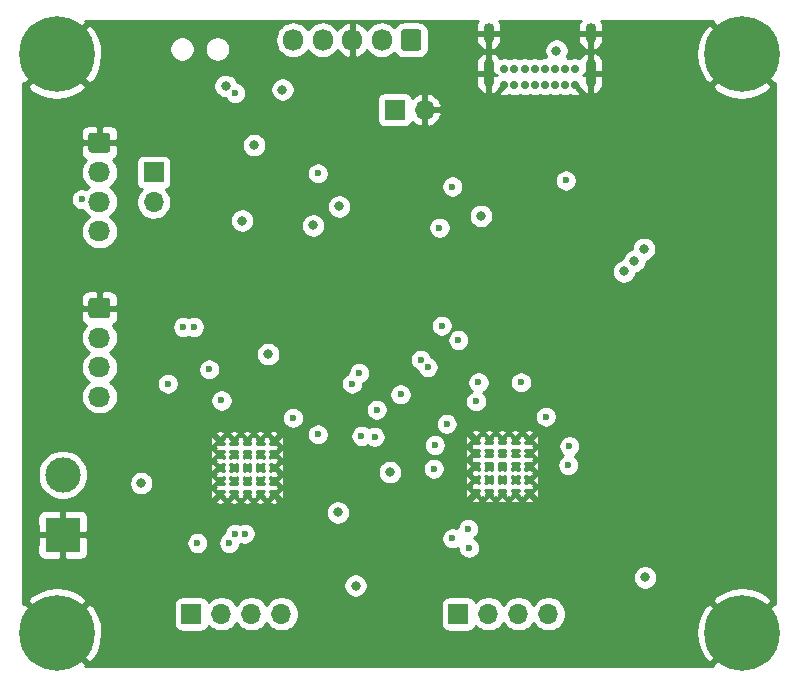
<source format=gbr>
%TF.GenerationSoftware,KiCad,Pcbnew,5.1.8*%
%TF.CreationDate,2021-01-17T13:40:54+01:00*%
%TF.ProjectId,sm4,736d342e-6b69-4636-9164-5f7063625858,rev?*%
%TF.SameCoordinates,Original*%
%TF.FileFunction,Copper,L2,Inr*%
%TF.FilePolarity,Positive*%
%FSLAX46Y46*%
G04 Gerber Fmt 4.6, Leading zero omitted, Abs format (unit mm)*
G04 Created by KiCad (PCBNEW 5.1.8) date 2021-01-17 13:40:54*
%MOMM*%
%LPD*%
G01*
G04 APERTURE LIST*
%TA.AperFunction,ComponentPad*%
%ADD10C,0.500000*%
%TD*%
%TA.AperFunction,ComponentPad*%
%ADD11O,1.700000X1.700000*%
%TD*%
%TA.AperFunction,ComponentPad*%
%ADD12R,1.700000X1.700000*%
%TD*%
%TA.AperFunction,ComponentPad*%
%ADD13O,1.700000X1.850000*%
%TD*%
%TA.AperFunction,ComponentPad*%
%ADD14O,0.900000X1.700000*%
%TD*%
%TA.AperFunction,ComponentPad*%
%ADD15O,0.900000X2.400000*%
%TD*%
%TA.AperFunction,ComponentPad*%
%ADD16C,0.700000*%
%TD*%
%TA.AperFunction,ComponentPad*%
%ADD17C,3.000000*%
%TD*%
%TA.AperFunction,ComponentPad*%
%ADD18R,3.000000X3.000000*%
%TD*%
%TA.AperFunction,ComponentPad*%
%ADD19O,1.850000X1.700000*%
%TD*%
%TA.AperFunction,ComponentPad*%
%ADD20C,6.400000*%
%TD*%
%TA.AperFunction,ViaPad*%
%ADD21C,0.600000*%
%TD*%
%TA.AperFunction,ViaPad*%
%ADD22C,0.800000*%
%TD*%
%TA.AperFunction,Conductor*%
%ADD23C,0.254000*%
%TD*%
%TA.AperFunction,Conductor*%
%ADD24C,0.150000*%
%TD*%
G04 APERTURE END LIST*
D10*
%TO.N,GND*%
%TO.C,U4*%
X78950000Y-90650000D03*
X78950000Y-89525000D03*
X78950000Y-88400000D03*
X78950000Y-87275000D03*
X78950000Y-86150000D03*
X80075000Y-90650000D03*
X80075000Y-89525000D03*
X80075000Y-88400000D03*
X80075000Y-87275000D03*
X80075000Y-86150000D03*
X81200000Y-90650000D03*
X81200000Y-89525000D03*
X81200000Y-88400000D03*
X81200000Y-87275000D03*
X81200000Y-86150000D03*
X82325000Y-90650000D03*
X82325000Y-89525000D03*
X82325000Y-88400000D03*
X82325000Y-87275000D03*
X82325000Y-86150000D03*
X83450000Y-90650000D03*
X83450000Y-89525000D03*
X83450000Y-88400000D03*
X83450000Y-87275000D03*
X83450000Y-86150000D03*
%TD*%
%TO.N,GND*%
%TO.C,U2*%
X57350000Y-90750000D03*
X57350000Y-89625000D03*
X57350000Y-88500000D03*
X57350000Y-87375000D03*
X57350000Y-86250000D03*
X58475000Y-90750000D03*
X58475000Y-89625000D03*
X58475000Y-88500000D03*
X58475000Y-87375000D03*
X58475000Y-86250000D03*
X59600000Y-90750000D03*
X59600000Y-89625000D03*
X59600000Y-88500000D03*
X59600000Y-87375000D03*
X59600000Y-86250000D03*
X60725000Y-90750000D03*
X60725000Y-89625000D03*
X60725000Y-88500000D03*
X60725000Y-87375000D03*
X60725000Y-86250000D03*
X61850000Y-90750000D03*
X61850000Y-89625000D03*
X61850000Y-88500000D03*
X61850000Y-87375000D03*
X61850000Y-86250000D03*
%TD*%
D11*
%TO.N,GND*%
%TO.C,SW1*%
X74640000Y-58200000D03*
D12*
%TO.N,NRST*%
X72100000Y-58200000D03*
%TD*%
D13*
%TO.N,+3V3*%
%TO.C,J8*%
X63500000Y-52300000D03*
%TO.N,SWCLK*%
X66000000Y-52300000D03*
%TO.N,GND*%
X68500000Y-52300000D03*
%TO.N,SWDIO*%
X71000000Y-52300000D03*
%TO.N,NRST*%
%TA.AperFunction,ComponentPad*%
G36*
G01*
X74350000Y-51625000D02*
X74350000Y-52975000D01*
G75*
G02*
X74100000Y-53225000I-250000J0D01*
G01*
X72900000Y-53225000D01*
G75*
G02*
X72650000Y-52975000I0J250000D01*
G01*
X72650000Y-51625000D01*
G75*
G02*
X72900000Y-51375000I250000J0D01*
G01*
X74100000Y-51375000D01*
G75*
G02*
X74350000Y-51625000I0J-250000D01*
G01*
G37*
%TD.AperFunction*%
%TD*%
D14*
%TO.N,GND*%
%TO.C,J7*%
X88700000Y-51740000D03*
X80050000Y-51740000D03*
D15*
X88700000Y-55120000D03*
X80050000Y-55120000D03*
D16*
%TO.N,USB_CONN_D+*%
X84800000Y-54750000D03*
%TO.N,GND*%
X87350000Y-54750000D03*
%TO.N,Net-(F2-Pad2)*%
X86500000Y-54750000D03*
%TO.N,Net-(J7-PadB5)*%
X85650000Y-54750000D03*
%TO.N,GND*%
X81400000Y-54750000D03*
%TO.N,N/C*%
X83100000Y-54750000D03*
%TO.N,USB_CONN_D-*%
X83950000Y-54750000D03*
%TO.N,Net-(F2-Pad2)*%
X82250000Y-54750000D03*
%TO.N,GND*%
X87350000Y-56100000D03*
%TO.N,Net-(F2-Pad2)*%
X86500000Y-56100000D03*
%TO.N,N/C*%
X85650000Y-56100000D03*
%TO.N,USB_CONN_D-*%
X84800000Y-56100000D03*
%TO.N,USB_CONN_D+*%
X83950000Y-56100000D03*
%TO.N,Net-(J7-PadA5)*%
X83100000Y-56100000D03*
%TO.N,Net-(F2-Pad2)*%
X82250000Y-56100000D03*
%TO.N,GND*%
X81400000Y-56100000D03*
%TD*%
D17*
%TO.N,VS1*%
%TO.C,J6*%
X44000000Y-89120000D03*
D18*
%TO.N,GND*%
X44000000Y-94200000D03*
%TD*%
D19*
%TO.N,VDC*%
%TO.C,J5*%
X47100000Y-82500000D03*
%TO.N,SDA*%
X47100000Y-80000000D03*
%TO.N,SCL*%
X47100000Y-77500000D03*
%TO.N,GND*%
%TA.AperFunction,ComponentPad*%
G36*
G01*
X46425000Y-74150000D02*
X47775000Y-74150000D01*
G75*
G02*
X48025000Y-74400000I0J-250000D01*
G01*
X48025000Y-75600000D01*
G75*
G02*
X47775000Y-75850000I-250000J0D01*
G01*
X46425000Y-75850000D01*
G75*
G02*
X46175000Y-75600000I0J250000D01*
G01*
X46175000Y-74400000D01*
G75*
G02*
X46425000Y-74150000I250000J0D01*
G01*
G37*
%TD.AperFunction*%
%TD*%
D11*
%TO.N,Net-(J4-Pad4)*%
%TO.C,J4*%
X85120000Y-100900000D03*
%TO.N,Net-(J4-Pad3)*%
X82580000Y-100900000D03*
%TO.N,Net-(J4-Pad2)*%
X80040000Y-100900000D03*
D12*
%TO.N,Net-(J4-Pad1)*%
X77500000Y-100900000D03*
%TD*%
D19*
%TO.N,VDC*%
%TO.C,J3*%
X47100000Y-68500000D03*
%TO.N,Net-(J3-Pad3)*%
X47100000Y-66000000D03*
%TO.N,Net-(J3-Pad2)*%
X47100000Y-63500000D03*
%TO.N,GND*%
%TA.AperFunction,ComponentPad*%
G36*
G01*
X46425000Y-60150000D02*
X47775000Y-60150000D01*
G75*
G02*
X48025000Y-60400000I0J-250000D01*
G01*
X48025000Y-61600000D01*
G75*
G02*
X47775000Y-61850000I-250000J0D01*
G01*
X46425000Y-61850000D01*
G75*
G02*
X46175000Y-61600000I0J250000D01*
G01*
X46175000Y-60400000D01*
G75*
G02*
X46425000Y-60150000I250000J0D01*
G01*
G37*
%TD.AperFunction*%
%TD*%
D11*
%TO.N,Net-(J2-Pad2)*%
%TO.C,J2*%
X51700000Y-66040000D03*
D12*
%TO.N,Net-(J2-Pad1)*%
X51700000Y-63500000D03*
%TD*%
D11*
%TO.N,Net-(J1-Pad4)*%
%TO.C,J1*%
X62520000Y-100900000D03*
%TO.N,Net-(J1-Pad3)*%
X59980000Y-100900000D03*
%TO.N,Net-(J1-Pad2)*%
X57440000Y-100900000D03*
D12*
%TO.N,Net-(J1-Pad1)*%
X54900000Y-100900000D03*
%TD*%
D20*
%TO.N,GND*%
%TO.C,H4*%
X43500000Y-53500000D03*
%TD*%
%TO.N,GND*%
%TO.C,H3*%
X43500000Y-102500000D03*
%TD*%
%TO.N,GND*%
%TO.C,H2*%
X101500000Y-102500000D03*
%TD*%
%TO.N,GND*%
%TO.C,H1*%
X101500000Y-53500000D03*
%TD*%
D21*
%TO.N,*%
X45600000Y-65800000D03*
D22*
%TO.N,GND*%
X53400000Y-56200000D03*
X60200000Y-59800000D03*
X61800000Y-65200000D03*
X57600000Y-69400000D03*
X84300000Y-60344949D03*
X69600000Y-67800000D03*
X63400000Y-68800000D03*
X81800000Y-67200000D03*
X63400000Y-74800000D03*
X62200000Y-76500000D03*
X64200000Y-56000000D03*
X66200000Y-56000000D03*
X68187347Y-56012653D03*
X91500000Y-68400000D03*
X89400000Y-68300000D03*
X90400000Y-72900000D03*
X89400000Y-73800000D03*
D21*
X67400000Y-80000000D03*
X68500000Y-84800000D03*
X76100000Y-82400000D03*
X77500000Y-80500000D03*
X50500000Y-87800000D03*
X69200000Y-87300000D03*
X51300000Y-92400000D03*
X53100000Y-92400000D03*
X61500000Y-98000000D03*
X83000000Y-97800000D03*
X74900000Y-92200000D03*
X73000000Y-92200000D03*
X90700000Y-87400000D03*
X71700000Y-87500000D03*
X56700000Y-71500000D03*
X59650002Y-73800000D03*
X63000000Y-72300000D03*
X96100000Y-83200000D03*
X94700000Y-83200000D03*
X68800000Y-79000000D03*
D22*
X74100000Y-103700000D03*
X74100000Y-101200000D03*
X74200000Y-98700000D03*
X74300000Y-96500000D03*
X64400000Y-97300000D03*
X97500000Y-85900000D03*
X97500000Y-88500000D03*
X97500000Y-91000000D03*
X97500000Y-93600000D03*
X97500000Y-96200000D03*
X68376699Y-89400000D03*
X59300000Y-98200000D03*
X90800000Y-89100000D03*
X80700000Y-98000000D03*
X91100000Y-57400000D03*
X83000000Y-68300000D03*
X93500000Y-68100000D03*
X50500000Y-103400000D03*
D21*
X49900000Y-102500000D03*
X48500000Y-101300000D03*
X48300000Y-100000000D03*
X48200000Y-98800000D03*
X46700000Y-98800000D03*
X44200000Y-98000000D03*
X41800000Y-98100000D03*
X53300000Y-94300000D03*
X55700000Y-96200000D03*
X57200000Y-97200000D03*
X54000000Y-95800000D03*
X54500000Y-93700000D03*
X53200000Y-98100000D03*
X51300000Y-96100000D03*
X51700000Y-99000000D03*
X46900000Y-97400000D03*
X47100000Y-94000000D03*
X48500000Y-91500000D03*
X42200000Y-91300000D03*
X41600000Y-89000000D03*
X42200000Y-87300000D03*
X43200000Y-85900000D03*
X46400000Y-85500000D03*
X49800000Y-85300000D03*
X51400000Y-84800000D03*
X52300000Y-84000000D03*
X55100000Y-83100000D03*
X50100000Y-83000000D03*
X43900000Y-83000000D03*
X41900000Y-81600000D03*
X41400000Y-83300000D03*
X43100000Y-81500000D03*
X42100000Y-79900000D03*
X41700000Y-77500000D03*
X41500000Y-75400000D03*
X41700000Y-74500000D03*
X42100000Y-73000000D03*
X45000000Y-75300000D03*
X45300000Y-77700000D03*
X46000000Y-72400000D03*
X47600000Y-71000000D03*
X49300000Y-70200000D03*
X49900000Y-74200000D03*
X50600000Y-75600000D03*
X51900000Y-73600000D03*
X53700000Y-71400000D03*
X52400000Y-70000000D03*
X50900000Y-71700000D03*
X58700000Y-78900000D03*
X60100000Y-79300000D03*
X60300000Y-77900000D03*
X58900000Y-77300000D03*
X58600000Y-76000000D03*
X60000000Y-76100000D03*
X61600000Y-75700000D03*
X55000000Y-75100000D03*
X41700000Y-69300000D03*
X43700000Y-69200000D03*
X44300000Y-67200000D03*
X43500000Y-64700000D03*
X42400000Y-67500000D03*
X44200000Y-60800000D03*
X43500000Y-62700000D03*
X41800000Y-63200000D03*
X42100000Y-60700000D03*
X43500000Y-60000000D03*
X42000000Y-57700000D03*
X45400000Y-57300000D03*
X48200000Y-54900000D03*
X47400000Y-56600000D03*
X49600000Y-57200000D03*
X51500000Y-58000000D03*
X53800000Y-58600000D03*
X55900000Y-58900000D03*
X52300000Y-60000000D03*
X50700000Y-60100000D03*
X50200000Y-58300000D03*
X50200000Y-53900000D03*
X48900000Y-52000000D03*
X59800000Y-57100000D03*
X60000000Y-57800000D03*
X60100000Y-63100000D03*
X60600000Y-66300000D03*
X69000000Y-73600000D03*
X71900000Y-74700000D03*
X75100000Y-75000000D03*
X75600000Y-71400000D03*
X70300000Y-72600000D03*
X72700000Y-67900000D03*
X81000000Y-60100000D03*
X80300000Y-62600000D03*
X77200000Y-62100000D03*
X76400000Y-61100000D03*
X78800000Y-60600000D03*
X79000000Y-59100000D03*
X77700000Y-57500000D03*
X78700000Y-65500000D03*
X80300000Y-64700000D03*
X81400000Y-65400000D03*
X82700000Y-65600000D03*
X86100000Y-65800000D03*
X85700000Y-67900000D03*
X86300000Y-67200000D03*
X85400000Y-66200000D03*
X84000000Y-71600000D03*
X82400000Y-71800000D03*
X81400000Y-71100000D03*
X84300000Y-73600000D03*
X83000000Y-75700000D03*
X82700000Y-73800000D03*
X83700000Y-72900000D03*
X85700000Y-72300000D03*
X86200000Y-71000000D03*
X85000000Y-72200000D03*
X85900000Y-76300000D03*
X83900000Y-77800000D03*
X85400000Y-79200000D03*
X88200000Y-78800000D03*
X89600000Y-77700000D03*
X88700000Y-76400000D03*
X87800000Y-75400000D03*
X91800000Y-76300000D03*
X89400000Y-79000000D03*
X93100000Y-79000000D03*
X93700000Y-79000000D03*
X92300000Y-78200000D03*
X94100000Y-77700000D03*
X90300000Y-83200000D03*
X90000000Y-84100000D03*
X91200000Y-84700000D03*
X91800000Y-83600000D03*
X92000000Y-82900000D03*
X90000000Y-84500000D03*
X65600000Y-101900000D03*
X66700000Y-101700000D03*
X65300000Y-101100000D03*
X67100000Y-100500000D03*
X66700000Y-95700000D03*
X67500000Y-96200000D03*
X66300000Y-96900000D03*
X66000000Y-93000000D03*
X70700000Y-93900000D03*
X70300000Y-92500000D03*
X75100000Y-93200000D03*
X75300000Y-94300000D03*
X77400000Y-93300000D03*
X78300000Y-97500000D03*
X79100000Y-98400000D03*
X76100000Y-98300000D03*
X74500000Y-100000000D03*
X84900000Y-96300000D03*
X84400000Y-95200000D03*
X85800000Y-95800000D03*
X88500000Y-85600000D03*
X88500000Y-82500000D03*
X89600000Y-94200000D03*
X90500000Y-96700000D03*
X89100000Y-98300000D03*
X88600000Y-100900000D03*
X87900000Y-99500000D03*
X90700000Y-98100000D03*
X91800000Y-95800000D03*
X91000000Y-93400000D03*
X89200000Y-95800000D03*
X88600000Y-93300000D03*
X90800000Y-103800000D03*
X93100000Y-103000000D03*
X95200000Y-103400000D03*
X95800000Y-100800000D03*
X93900000Y-100000000D03*
X92500000Y-101400000D03*
X96600000Y-99200000D03*
X99500000Y-99100000D03*
X98900000Y-97800000D03*
X98500000Y-96100000D03*
X100000000Y-96500000D03*
X101700000Y-97400000D03*
X102800000Y-96500000D03*
X102000000Y-94800000D03*
X100000000Y-94200000D03*
X99400000Y-92700000D03*
X100500000Y-92300000D03*
X102000000Y-92500000D03*
X102200000Y-90700000D03*
X101300000Y-90000000D03*
X99500000Y-90000000D03*
X99500000Y-88100000D03*
X100200000Y-87900000D03*
X101800000Y-87900000D03*
X102600000Y-85700000D03*
X102600000Y-85300000D03*
X100000000Y-86000000D03*
X98700000Y-85700000D03*
X99500000Y-84100000D03*
X102400000Y-81700000D03*
X99900000Y-82500000D03*
X97700000Y-82200000D03*
X102000000Y-83500000D03*
X100300000Y-81500000D03*
X97600000Y-79700000D03*
X101300000Y-79100000D03*
X103000000Y-78200000D03*
X103100000Y-75900000D03*
X101800000Y-77400000D03*
X98300000Y-77900000D03*
X96100000Y-77000000D03*
X94200000Y-75200000D03*
X93200000Y-74700000D03*
X92500000Y-73700000D03*
X98300000Y-72400000D03*
X98400000Y-67900000D03*
X95500000Y-55100000D03*
X95200000Y-56500000D03*
X96000000Y-58200000D03*
X99300000Y-59000000D03*
X101000000Y-59200000D03*
X102900000Y-63900000D03*
X101100000Y-62100000D03*
X102400000Y-60300000D03*
X102700000Y-59400000D03*
X96700000Y-59500000D03*
X94400000Y-59200000D03*
X92400000Y-55600000D03*
X90800000Y-54900000D03*
X91600000Y-54100000D03*
X93100000Y-53300000D03*
X93100000Y-51800000D03*
X95400000Y-51800000D03*
X96800000Y-53100000D03*
X97900000Y-56100000D03*
X94000000Y-57600000D03*
D22*
%TO.N,VS1*%
X67300000Y-92300000D03*
X71700000Y-88900000D03*
X50650000Y-89821143D03*
X68800000Y-98500000D03*
X93300000Y-97800000D03*
%TO.N,+3V3*%
X57800000Y-56200000D03*
X60200000Y-61200000D03*
X59200000Y-67600000D03*
X67400000Y-66400000D03*
X65200000Y-68000000D03*
X79400000Y-67200000D03*
X61400000Y-78900000D03*
X62600000Y-56500000D03*
X91500000Y-71900000D03*
X92400000Y-71000000D03*
D21*
X76084223Y-76484061D03*
X77500000Y-77700000D03*
X69100000Y-80500000D03*
X55400000Y-94900000D03*
X57441920Y-82826915D03*
X68500000Y-81400000D03*
X63500000Y-84300000D03*
X77000000Y-94500000D03*
X78325000Y-93700000D03*
X79000000Y-82900000D03*
X54200000Y-76600000D03*
X55100000Y-76600000D03*
X84900000Y-84200000D03*
X58600000Y-56800000D03*
%TO.N,NRST*%
X75900000Y-68200000D03*
X76994260Y-64710375D03*
%TO.N,+5V*%
X86600000Y-64200000D03*
X65600000Y-63600000D03*
%TO.N,VBAT*%
X82800000Y-81300000D03*
X79200000Y-81300000D03*
D22*
%TO.N,VDC*%
X93200000Y-70000000D03*
D21*
%TO.N,Net-(J4-Pad4)*%
X86900000Y-86700000D03*
%TO.N,Net-(J4-Pad3)*%
X86800000Y-88300000D03*
%TO.N,Net-(J4-Pad2)*%
X75400000Y-88600000D03*
%TO.N,Net-(J4-Pad1)*%
X75500000Y-86600000D03*
%TO.N,SDA*%
X74900000Y-80000000D03*
X52900000Y-81400000D03*
%TO.N,SCL*%
X74300000Y-79375000D03*
X56400000Y-80200000D03*
D22*
%TO.N,Net-(J7-PadB5)*%
X85800000Y-53200000D03*
D21*
%TO.N,ERR1*%
X58100000Y-94900000D03*
X72600020Y-82314759D03*
%TO.N,ERR2*%
X76500000Y-84800000D03*
X78400000Y-95300000D03*
%TO.N,REF2*%
X70575000Y-83600000D03*
X70399999Y-85900000D03*
%TO.N,REF1*%
X65600000Y-85700000D03*
X59400000Y-94100000D03*
%TO.N,EN1*%
X69295261Y-85824990D03*
X58599997Y-94100000D03*
%TD*%
D23*
%TO.N,GND*%
X79096191Y-50807455D02*
X79010624Y-51003767D01*
X78965000Y-51213000D01*
X78965000Y-51613000D01*
X79923000Y-51613000D01*
X79923000Y-51593000D01*
X80177000Y-51593000D01*
X80177000Y-51613000D01*
X81135000Y-51613000D01*
X81135000Y-51213000D01*
X81089376Y-51003767D01*
X81003809Y-50807455D01*
X80901320Y-50660000D01*
X87848680Y-50660000D01*
X87746191Y-50807455D01*
X87660624Y-51003767D01*
X87615000Y-51213000D01*
X87615000Y-51613000D01*
X88573000Y-51613000D01*
X88573000Y-51593000D01*
X88827000Y-51593000D01*
X88827000Y-51613000D01*
X89785000Y-51613000D01*
X89785000Y-51213000D01*
X89739376Y-51003767D01*
X89653809Y-50807455D01*
X89551320Y-50660000D01*
X99081057Y-50660000D01*
X98978724Y-50799119D01*
X101500000Y-53320395D01*
X101514143Y-53306253D01*
X101693748Y-53485858D01*
X101679605Y-53500000D01*
X104200881Y-56021276D01*
X104338644Y-55919940D01*
X104339930Y-100081005D01*
X104200881Y-99978724D01*
X101679605Y-102500000D01*
X101693748Y-102514143D01*
X101514143Y-102693748D01*
X101500000Y-102679605D01*
X98978724Y-105200881D01*
X99081056Y-105339999D01*
X45918943Y-105340001D01*
X46021276Y-105200881D01*
X43500000Y-102679605D01*
X43485858Y-102693748D01*
X43306253Y-102514143D01*
X43320395Y-102500000D01*
X43679605Y-102500000D01*
X46200881Y-105021276D01*
X46690548Y-104661088D01*
X47050849Y-103997118D01*
X47274694Y-103275615D01*
X47353480Y-102524305D01*
X47349002Y-102475695D01*
X97646520Y-102475695D01*
X97715822Y-103227938D01*
X97930548Y-103952208D01*
X98282445Y-104620670D01*
X98309452Y-104661088D01*
X98799119Y-105021276D01*
X101320395Y-102500000D01*
X98799119Y-99978724D01*
X98309452Y-100338912D01*
X97949151Y-101002882D01*
X97725306Y-101724385D01*
X97646520Y-102475695D01*
X47349002Y-102475695D01*
X47284178Y-101772062D01*
X47069452Y-101047792D01*
X46717555Y-100379330D01*
X46690548Y-100338912D01*
X46297780Y-100050000D01*
X53411928Y-100050000D01*
X53411928Y-101750000D01*
X53424188Y-101874482D01*
X53460498Y-101994180D01*
X53519463Y-102104494D01*
X53598815Y-102201185D01*
X53695506Y-102280537D01*
X53805820Y-102339502D01*
X53925518Y-102375812D01*
X54050000Y-102388072D01*
X55750000Y-102388072D01*
X55874482Y-102375812D01*
X55994180Y-102339502D01*
X56104494Y-102280537D01*
X56201185Y-102201185D01*
X56280537Y-102104494D01*
X56339502Y-101994180D01*
X56361513Y-101921620D01*
X56493368Y-102053475D01*
X56736589Y-102215990D01*
X57006842Y-102327932D01*
X57293740Y-102385000D01*
X57586260Y-102385000D01*
X57873158Y-102327932D01*
X58143411Y-102215990D01*
X58386632Y-102053475D01*
X58593475Y-101846632D01*
X58710000Y-101672240D01*
X58826525Y-101846632D01*
X59033368Y-102053475D01*
X59276589Y-102215990D01*
X59546842Y-102327932D01*
X59833740Y-102385000D01*
X60126260Y-102385000D01*
X60413158Y-102327932D01*
X60683411Y-102215990D01*
X60926632Y-102053475D01*
X61133475Y-101846632D01*
X61250000Y-101672240D01*
X61366525Y-101846632D01*
X61573368Y-102053475D01*
X61816589Y-102215990D01*
X62086842Y-102327932D01*
X62373740Y-102385000D01*
X62666260Y-102385000D01*
X62953158Y-102327932D01*
X63223411Y-102215990D01*
X63466632Y-102053475D01*
X63673475Y-101846632D01*
X63835990Y-101603411D01*
X63947932Y-101333158D01*
X64005000Y-101046260D01*
X64005000Y-100753740D01*
X63947932Y-100466842D01*
X63835990Y-100196589D01*
X63738043Y-100050000D01*
X76011928Y-100050000D01*
X76011928Y-101750000D01*
X76024188Y-101874482D01*
X76060498Y-101994180D01*
X76119463Y-102104494D01*
X76198815Y-102201185D01*
X76295506Y-102280537D01*
X76405820Y-102339502D01*
X76525518Y-102375812D01*
X76650000Y-102388072D01*
X78350000Y-102388072D01*
X78474482Y-102375812D01*
X78594180Y-102339502D01*
X78704494Y-102280537D01*
X78801185Y-102201185D01*
X78880537Y-102104494D01*
X78939502Y-101994180D01*
X78961513Y-101921620D01*
X79093368Y-102053475D01*
X79336589Y-102215990D01*
X79606842Y-102327932D01*
X79893740Y-102385000D01*
X80186260Y-102385000D01*
X80473158Y-102327932D01*
X80743411Y-102215990D01*
X80986632Y-102053475D01*
X81193475Y-101846632D01*
X81310000Y-101672240D01*
X81426525Y-101846632D01*
X81633368Y-102053475D01*
X81876589Y-102215990D01*
X82146842Y-102327932D01*
X82433740Y-102385000D01*
X82726260Y-102385000D01*
X83013158Y-102327932D01*
X83283411Y-102215990D01*
X83526632Y-102053475D01*
X83733475Y-101846632D01*
X83850000Y-101672240D01*
X83966525Y-101846632D01*
X84173368Y-102053475D01*
X84416589Y-102215990D01*
X84686842Y-102327932D01*
X84973740Y-102385000D01*
X85266260Y-102385000D01*
X85553158Y-102327932D01*
X85823411Y-102215990D01*
X86066632Y-102053475D01*
X86273475Y-101846632D01*
X86435990Y-101603411D01*
X86547932Y-101333158D01*
X86605000Y-101046260D01*
X86605000Y-100753740D01*
X86547932Y-100466842D01*
X86435990Y-100196589D01*
X86273475Y-99953368D01*
X86119226Y-99799119D01*
X98978724Y-99799119D01*
X101500000Y-102320395D01*
X104021276Y-99799119D01*
X103661088Y-99309452D01*
X102997118Y-98949151D01*
X102275615Y-98725306D01*
X101524305Y-98646520D01*
X100772062Y-98715822D01*
X100047792Y-98930548D01*
X99379330Y-99282445D01*
X99338912Y-99309452D01*
X98978724Y-99799119D01*
X86119226Y-99799119D01*
X86066632Y-99746525D01*
X85823411Y-99584010D01*
X85553158Y-99472068D01*
X85266260Y-99415000D01*
X84973740Y-99415000D01*
X84686842Y-99472068D01*
X84416589Y-99584010D01*
X84173368Y-99746525D01*
X83966525Y-99953368D01*
X83850000Y-100127760D01*
X83733475Y-99953368D01*
X83526632Y-99746525D01*
X83283411Y-99584010D01*
X83013158Y-99472068D01*
X82726260Y-99415000D01*
X82433740Y-99415000D01*
X82146842Y-99472068D01*
X81876589Y-99584010D01*
X81633368Y-99746525D01*
X81426525Y-99953368D01*
X81310000Y-100127760D01*
X81193475Y-99953368D01*
X80986632Y-99746525D01*
X80743411Y-99584010D01*
X80473158Y-99472068D01*
X80186260Y-99415000D01*
X79893740Y-99415000D01*
X79606842Y-99472068D01*
X79336589Y-99584010D01*
X79093368Y-99746525D01*
X78961513Y-99878380D01*
X78939502Y-99805820D01*
X78880537Y-99695506D01*
X78801185Y-99598815D01*
X78704494Y-99519463D01*
X78594180Y-99460498D01*
X78474482Y-99424188D01*
X78350000Y-99411928D01*
X76650000Y-99411928D01*
X76525518Y-99424188D01*
X76405820Y-99460498D01*
X76295506Y-99519463D01*
X76198815Y-99598815D01*
X76119463Y-99695506D01*
X76060498Y-99805820D01*
X76024188Y-99925518D01*
X76011928Y-100050000D01*
X63738043Y-100050000D01*
X63673475Y-99953368D01*
X63466632Y-99746525D01*
X63223411Y-99584010D01*
X62953158Y-99472068D01*
X62666260Y-99415000D01*
X62373740Y-99415000D01*
X62086842Y-99472068D01*
X61816589Y-99584010D01*
X61573368Y-99746525D01*
X61366525Y-99953368D01*
X61250000Y-100127760D01*
X61133475Y-99953368D01*
X60926632Y-99746525D01*
X60683411Y-99584010D01*
X60413158Y-99472068D01*
X60126260Y-99415000D01*
X59833740Y-99415000D01*
X59546842Y-99472068D01*
X59276589Y-99584010D01*
X59033368Y-99746525D01*
X58826525Y-99953368D01*
X58710000Y-100127760D01*
X58593475Y-99953368D01*
X58386632Y-99746525D01*
X58143411Y-99584010D01*
X57873158Y-99472068D01*
X57586260Y-99415000D01*
X57293740Y-99415000D01*
X57006842Y-99472068D01*
X56736589Y-99584010D01*
X56493368Y-99746525D01*
X56361513Y-99878380D01*
X56339502Y-99805820D01*
X56280537Y-99695506D01*
X56201185Y-99598815D01*
X56104494Y-99519463D01*
X55994180Y-99460498D01*
X55874482Y-99424188D01*
X55750000Y-99411928D01*
X54050000Y-99411928D01*
X53925518Y-99424188D01*
X53805820Y-99460498D01*
X53695506Y-99519463D01*
X53598815Y-99598815D01*
X53519463Y-99695506D01*
X53460498Y-99805820D01*
X53424188Y-99925518D01*
X53411928Y-100050000D01*
X46297780Y-100050000D01*
X46200881Y-99978724D01*
X43679605Y-102500000D01*
X43320395Y-102500000D01*
X40799119Y-99978724D01*
X40660000Y-100081057D01*
X40660000Y-99799119D01*
X40978724Y-99799119D01*
X43500000Y-102320395D01*
X46021276Y-99799119D01*
X45661088Y-99309452D01*
X44997118Y-98949151D01*
X44275615Y-98725306D01*
X43524305Y-98646520D01*
X42772062Y-98715822D01*
X42047792Y-98930548D01*
X41379330Y-99282445D01*
X41338912Y-99309452D01*
X40978724Y-99799119D01*
X40660000Y-99799119D01*
X40660000Y-98398061D01*
X67765000Y-98398061D01*
X67765000Y-98601939D01*
X67804774Y-98801898D01*
X67882795Y-98990256D01*
X67996063Y-99159774D01*
X68140226Y-99303937D01*
X68309744Y-99417205D01*
X68498102Y-99495226D01*
X68698061Y-99535000D01*
X68901939Y-99535000D01*
X69101898Y-99495226D01*
X69290256Y-99417205D01*
X69459774Y-99303937D01*
X69603937Y-99159774D01*
X69717205Y-98990256D01*
X69795226Y-98801898D01*
X69835000Y-98601939D01*
X69835000Y-98398061D01*
X69795226Y-98198102D01*
X69717205Y-98009744D01*
X69603937Y-97840226D01*
X69461772Y-97698061D01*
X92265000Y-97698061D01*
X92265000Y-97901939D01*
X92304774Y-98101898D01*
X92382795Y-98290256D01*
X92496063Y-98459774D01*
X92640226Y-98603937D01*
X92809744Y-98717205D01*
X92998102Y-98795226D01*
X93198061Y-98835000D01*
X93401939Y-98835000D01*
X93601898Y-98795226D01*
X93790256Y-98717205D01*
X93959774Y-98603937D01*
X94103937Y-98459774D01*
X94217205Y-98290256D01*
X94295226Y-98101898D01*
X94335000Y-97901939D01*
X94335000Y-97698061D01*
X94295226Y-97498102D01*
X94217205Y-97309744D01*
X94103937Y-97140226D01*
X93959774Y-96996063D01*
X93790256Y-96882795D01*
X93601898Y-96804774D01*
X93401939Y-96765000D01*
X93198061Y-96765000D01*
X92998102Y-96804774D01*
X92809744Y-96882795D01*
X92640226Y-96996063D01*
X92496063Y-97140226D01*
X92382795Y-97309744D01*
X92304774Y-97498102D01*
X92265000Y-97698061D01*
X69461772Y-97698061D01*
X69459774Y-97696063D01*
X69290256Y-97582795D01*
X69101898Y-97504774D01*
X68901939Y-97465000D01*
X68698061Y-97465000D01*
X68498102Y-97504774D01*
X68309744Y-97582795D01*
X68140226Y-97696063D01*
X67996063Y-97840226D01*
X67882795Y-98009744D01*
X67804774Y-98198102D01*
X67765000Y-98398061D01*
X40660000Y-98398061D01*
X40660000Y-95700000D01*
X41861928Y-95700000D01*
X41874188Y-95824482D01*
X41910498Y-95944180D01*
X41969463Y-96054494D01*
X42048815Y-96151185D01*
X42145506Y-96230537D01*
X42255820Y-96289502D01*
X42375518Y-96325812D01*
X42500000Y-96338072D01*
X43714250Y-96335000D01*
X43873000Y-96176250D01*
X43873000Y-94327000D01*
X44127000Y-94327000D01*
X44127000Y-96176250D01*
X44285750Y-96335000D01*
X45500000Y-96338072D01*
X45624482Y-96325812D01*
X45744180Y-96289502D01*
X45854494Y-96230537D01*
X45951185Y-96151185D01*
X46030537Y-96054494D01*
X46089502Y-95944180D01*
X46125812Y-95824482D01*
X46138072Y-95700000D01*
X46135816Y-94807911D01*
X54465000Y-94807911D01*
X54465000Y-94992089D01*
X54500932Y-95172729D01*
X54571414Y-95342889D01*
X54673738Y-95496028D01*
X54803972Y-95626262D01*
X54957111Y-95728586D01*
X55127271Y-95799068D01*
X55307911Y-95835000D01*
X55492089Y-95835000D01*
X55672729Y-95799068D01*
X55842889Y-95728586D01*
X55996028Y-95626262D01*
X56126262Y-95496028D01*
X56228586Y-95342889D01*
X56299068Y-95172729D01*
X56335000Y-94992089D01*
X56335000Y-94807911D01*
X57165000Y-94807911D01*
X57165000Y-94992089D01*
X57200932Y-95172729D01*
X57271414Y-95342889D01*
X57373738Y-95496028D01*
X57503972Y-95626262D01*
X57657111Y-95728586D01*
X57827271Y-95799068D01*
X58007911Y-95835000D01*
X58192089Y-95835000D01*
X58372729Y-95799068D01*
X58542889Y-95728586D01*
X58696028Y-95626262D01*
X58826262Y-95496028D01*
X58928586Y-95342889D01*
X58999068Y-95172729D01*
X59035000Y-94992089D01*
X59035000Y-94960848D01*
X59127271Y-94999068D01*
X59307911Y-95035000D01*
X59492089Y-95035000D01*
X59672729Y-94999068D01*
X59842889Y-94928586D01*
X59996028Y-94826262D01*
X60126262Y-94696028D01*
X60228586Y-94542889D01*
X60284495Y-94407911D01*
X76065000Y-94407911D01*
X76065000Y-94592089D01*
X76100932Y-94772729D01*
X76171414Y-94942889D01*
X76273738Y-95096028D01*
X76403972Y-95226262D01*
X76557111Y-95328586D01*
X76727271Y-95399068D01*
X76907911Y-95435000D01*
X77092089Y-95435000D01*
X77272729Y-95399068D01*
X77442889Y-95328586D01*
X77465000Y-95313812D01*
X77465000Y-95392089D01*
X77500932Y-95572729D01*
X77571414Y-95742889D01*
X77673738Y-95896028D01*
X77803972Y-96026262D01*
X77957111Y-96128586D01*
X78127271Y-96199068D01*
X78307911Y-96235000D01*
X78492089Y-96235000D01*
X78672729Y-96199068D01*
X78842889Y-96128586D01*
X78996028Y-96026262D01*
X79126262Y-95896028D01*
X79228586Y-95742889D01*
X79299068Y-95572729D01*
X79335000Y-95392089D01*
X79335000Y-95207911D01*
X79299068Y-95027271D01*
X79228586Y-94857111D01*
X79126262Y-94703972D01*
X78996028Y-94573738D01*
X78848171Y-94474943D01*
X78921028Y-94426262D01*
X79051262Y-94296028D01*
X79153586Y-94142889D01*
X79224068Y-93972729D01*
X79260000Y-93792089D01*
X79260000Y-93607911D01*
X79224068Y-93427271D01*
X79153586Y-93257111D01*
X79051262Y-93103972D01*
X78921028Y-92973738D01*
X78767889Y-92871414D01*
X78597729Y-92800932D01*
X78417089Y-92765000D01*
X78232911Y-92765000D01*
X78052271Y-92800932D01*
X77882111Y-92871414D01*
X77728972Y-92973738D01*
X77598738Y-93103972D01*
X77496414Y-93257111D01*
X77425932Y-93427271D01*
X77390000Y-93607911D01*
X77390000Y-93649507D01*
X77272729Y-93600932D01*
X77092089Y-93565000D01*
X76907911Y-93565000D01*
X76727271Y-93600932D01*
X76557111Y-93671414D01*
X76403972Y-93773738D01*
X76273738Y-93903972D01*
X76171414Y-94057111D01*
X76100932Y-94227271D01*
X76065000Y-94407911D01*
X60284495Y-94407911D01*
X60299068Y-94372729D01*
X60335000Y-94192089D01*
X60335000Y-94007911D01*
X60299068Y-93827271D01*
X60228586Y-93657111D01*
X60126262Y-93503972D01*
X59996028Y-93373738D01*
X59842889Y-93271414D01*
X59672729Y-93200932D01*
X59492089Y-93165000D01*
X59307911Y-93165000D01*
X59127271Y-93200932D01*
X58999998Y-93253650D01*
X58872726Y-93200932D01*
X58692086Y-93165000D01*
X58507908Y-93165000D01*
X58327268Y-93200932D01*
X58157108Y-93271414D01*
X58003969Y-93373738D01*
X57873735Y-93503972D01*
X57771411Y-93657111D01*
X57700929Y-93827271D01*
X57664997Y-94007911D01*
X57664997Y-94068148D01*
X57657111Y-94071414D01*
X57503972Y-94173738D01*
X57373738Y-94303972D01*
X57271414Y-94457111D01*
X57200932Y-94627271D01*
X57165000Y-94807911D01*
X56335000Y-94807911D01*
X56299068Y-94627271D01*
X56228586Y-94457111D01*
X56126262Y-94303972D01*
X55996028Y-94173738D01*
X55842889Y-94071414D01*
X55672729Y-94000932D01*
X55492089Y-93965000D01*
X55307911Y-93965000D01*
X55127271Y-94000932D01*
X54957111Y-94071414D01*
X54803972Y-94173738D01*
X54673738Y-94303972D01*
X54571414Y-94457111D01*
X54500932Y-94627271D01*
X54465000Y-94807911D01*
X46135816Y-94807911D01*
X46135000Y-94485750D01*
X45976250Y-94327000D01*
X44127000Y-94327000D01*
X43873000Y-94327000D01*
X42023750Y-94327000D01*
X41865000Y-94485750D01*
X41861928Y-95700000D01*
X40660000Y-95700000D01*
X40660000Y-92700000D01*
X41861928Y-92700000D01*
X41865000Y-93914250D01*
X42023750Y-94073000D01*
X43873000Y-94073000D01*
X43873000Y-92223750D01*
X44127000Y-92223750D01*
X44127000Y-94073000D01*
X45976250Y-94073000D01*
X46135000Y-93914250D01*
X46138072Y-92700000D01*
X46125812Y-92575518D01*
X46089502Y-92455820D01*
X46030537Y-92345506D01*
X45951185Y-92248815D01*
X45889341Y-92198061D01*
X66265000Y-92198061D01*
X66265000Y-92401939D01*
X66304774Y-92601898D01*
X66382795Y-92790256D01*
X66496063Y-92959774D01*
X66640226Y-93103937D01*
X66809744Y-93217205D01*
X66998102Y-93295226D01*
X67198061Y-93335000D01*
X67401939Y-93335000D01*
X67601898Y-93295226D01*
X67790256Y-93217205D01*
X67959774Y-93103937D01*
X68103937Y-92959774D01*
X68217205Y-92790256D01*
X68295226Y-92601898D01*
X68335000Y-92401939D01*
X68335000Y-92198061D01*
X68295226Y-91998102D01*
X68217205Y-91809744D01*
X68103937Y-91640226D01*
X67959774Y-91496063D01*
X67790256Y-91382795D01*
X67601898Y-91304774D01*
X67401939Y-91265000D01*
X67198061Y-91265000D01*
X66998102Y-91304774D01*
X66809744Y-91382795D01*
X66640226Y-91496063D01*
X66496063Y-91640226D01*
X66382795Y-91809744D01*
X66304774Y-91998102D01*
X66265000Y-92198061D01*
X45889341Y-92198061D01*
X45854494Y-92169463D01*
X45744180Y-92110498D01*
X45624482Y-92074188D01*
X45500000Y-92061928D01*
X44285750Y-92065000D01*
X44127000Y-92223750D01*
X43873000Y-92223750D01*
X43714250Y-92065000D01*
X42500000Y-92061928D01*
X42375518Y-92074188D01*
X42255820Y-92110498D01*
X42145506Y-92169463D01*
X42048815Y-92248815D01*
X41969463Y-92345506D01*
X41910498Y-92455820D01*
X41874188Y-92575518D01*
X41861928Y-92700000D01*
X40660000Y-92700000D01*
X40660000Y-91346164D01*
X56927784Y-91346164D01*
X56931826Y-91534827D01*
X57092974Y-91601328D01*
X57263998Y-91635113D01*
X57438328Y-91634884D01*
X57609264Y-91600649D01*
X57768174Y-91534827D01*
X57772216Y-91346164D01*
X58052784Y-91346164D01*
X58056826Y-91534827D01*
X58217974Y-91601328D01*
X58388998Y-91635113D01*
X58563328Y-91634884D01*
X58734264Y-91600649D01*
X58893174Y-91534827D01*
X58897216Y-91346164D01*
X59177784Y-91346164D01*
X59181826Y-91534827D01*
X59342974Y-91601328D01*
X59513998Y-91635113D01*
X59688328Y-91634884D01*
X59859264Y-91600649D01*
X60018174Y-91534827D01*
X60022216Y-91346164D01*
X60302784Y-91346164D01*
X60306826Y-91534827D01*
X60467974Y-91601328D01*
X60638998Y-91635113D01*
X60813328Y-91634884D01*
X60984264Y-91600649D01*
X61143174Y-91534827D01*
X61147216Y-91346164D01*
X61427784Y-91346164D01*
X61431826Y-91534827D01*
X61592974Y-91601328D01*
X61763998Y-91635113D01*
X61938328Y-91634884D01*
X62109264Y-91600649D01*
X62268174Y-91534827D01*
X62272216Y-91346164D01*
X62172216Y-91246164D01*
X78527784Y-91246164D01*
X78531826Y-91434827D01*
X78692974Y-91501328D01*
X78863998Y-91535113D01*
X79038328Y-91534884D01*
X79209264Y-91500649D01*
X79368174Y-91434827D01*
X79372216Y-91246164D01*
X79652784Y-91246164D01*
X79656826Y-91434827D01*
X79817974Y-91501328D01*
X79988998Y-91535113D01*
X80163328Y-91534884D01*
X80334264Y-91500649D01*
X80493174Y-91434827D01*
X80497216Y-91246164D01*
X80777784Y-91246164D01*
X80781826Y-91434827D01*
X80942974Y-91501328D01*
X81113998Y-91535113D01*
X81288328Y-91534884D01*
X81459264Y-91500649D01*
X81618174Y-91434827D01*
X81622216Y-91246164D01*
X81902784Y-91246164D01*
X81906826Y-91434827D01*
X82067974Y-91501328D01*
X82238998Y-91535113D01*
X82413328Y-91534884D01*
X82584264Y-91500649D01*
X82743174Y-91434827D01*
X82747216Y-91246164D01*
X83027784Y-91246164D01*
X83031826Y-91434827D01*
X83192974Y-91501328D01*
X83363998Y-91535113D01*
X83538328Y-91534884D01*
X83709264Y-91500649D01*
X83868174Y-91434827D01*
X83872216Y-91246164D01*
X83450000Y-90823948D01*
X83027784Y-91246164D01*
X82747216Y-91246164D01*
X82325000Y-90823948D01*
X81902784Y-91246164D01*
X81622216Y-91246164D01*
X81200000Y-90823948D01*
X80777784Y-91246164D01*
X80497216Y-91246164D01*
X80075000Y-90823948D01*
X79652784Y-91246164D01*
X79372216Y-91246164D01*
X78950000Y-90823948D01*
X78527784Y-91246164D01*
X62172216Y-91246164D01*
X61850000Y-90923948D01*
X61427784Y-91346164D01*
X61147216Y-91346164D01*
X60725000Y-90923948D01*
X60302784Y-91346164D01*
X60022216Y-91346164D01*
X59600000Y-90923948D01*
X59177784Y-91346164D01*
X58897216Y-91346164D01*
X58475000Y-90923948D01*
X58052784Y-91346164D01*
X57772216Y-91346164D01*
X57350000Y-90923948D01*
X56927784Y-91346164D01*
X40660000Y-91346164D01*
X40660000Y-88909721D01*
X41865000Y-88909721D01*
X41865000Y-89330279D01*
X41947047Y-89742756D01*
X42107988Y-90131302D01*
X42341637Y-90480983D01*
X42639017Y-90778363D01*
X42988698Y-91012012D01*
X43377244Y-91172953D01*
X43789721Y-91255000D01*
X44210279Y-91255000D01*
X44622756Y-91172953D01*
X45011302Y-91012012D01*
X45360983Y-90778363D01*
X45658363Y-90480983D01*
X45892012Y-90131302D01*
X46052953Y-89742756D01*
X46057637Y-89719204D01*
X49615000Y-89719204D01*
X49615000Y-89923082D01*
X49654774Y-90123041D01*
X49732795Y-90311399D01*
X49846063Y-90480917D01*
X49990226Y-90625080D01*
X50159744Y-90738348D01*
X50348102Y-90816369D01*
X50548061Y-90856143D01*
X50751939Y-90856143D01*
X50951898Y-90816369D01*
X51140256Y-90738348D01*
X51251528Y-90663998D01*
X56464887Y-90663998D01*
X56465116Y-90838328D01*
X56499351Y-91009264D01*
X56565173Y-91168174D01*
X56753836Y-91172216D01*
X57176052Y-90750000D01*
X56753836Y-90327784D01*
X56565173Y-90331826D01*
X56498672Y-90492974D01*
X56464887Y-90663998D01*
X51251528Y-90663998D01*
X51309774Y-90625080D01*
X51453937Y-90480917D01*
X51567205Y-90311399D01*
X51645226Y-90123041D01*
X51685000Y-89923082D01*
X51685000Y-89719204D01*
X51649156Y-89538998D01*
X56464887Y-89538998D01*
X56465116Y-89713328D01*
X56499351Y-89884264D01*
X56565173Y-90043174D01*
X56753836Y-90047216D01*
X57176052Y-89625000D01*
X56753836Y-89202784D01*
X56565173Y-89206826D01*
X56498672Y-89367974D01*
X56464887Y-89538998D01*
X51649156Y-89538998D01*
X51645226Y-89519245D01*
X51567205Y-89330887D01*
X51453937Y-89161369D01*
X51309774Y-89017206D01*
X51140256Y-88903938D01*
X50951898Y-88825917D01*
X50751939Y-88786143D01*
X50548061Y-88786143D01*
X50348102Y-88825917D01*
X50159744Y-88903938D01*
X49990226Y-89017206D01*
X49846063Y-89161369D01*
X49732795Y-89330887D01*
X49654774Y-89519245D01*
X49615000Y-89719204D01*
X46057637Y-89719204D01*
X46135000Y-89330279D01*
X46135000Y-88909721D01*
X46052953Y-88497244D01*
X46018472Y-88413998D01*
X56464887Y-88413998D01*
X56465116Y-88588328D01*
X56499351Y-88759264D01*
X56565173Y-88918174D01*
X56753836Y-88922216D01*
X57176052Y-88500000D01*
X56753836Y-88077784D01*
X56565173Y-88081826D01*
X56498672Y-88242974D01*
X56464887Y-88413998D01*
X46018472Y-88413998D01*
X45892012Y-88108698D01*
X45658363Y-87759017D01*
X45360983Y-87461637D01*
X45102611Y-87288998D01*
X56464887Y-87288998D01*
X56465116Y-87463328D01*
X56499351Y-87634264D01*
X56565173Y-87793174D01*
X56753836Y-87797216D01*
X57176052Y-87375000D01*
X56753836Y-86952784D01*
X56565173Y-86956826D01*
X56498672Y-87117974D01*
X56464887Y-87288998D01*
X45102611Y-87288998D01*
X45011302Y-87227988D01*
X44622756Y-87067047D01*
X44210279Y-86985000D01*
X43789721Y-86985000D01*
X43377244Y-87067047D01*
X42988698Y-87227988D01*
X42639017Y-87461637D01*
X42341637Y-87759017D01*
X42107988Y-88108698D01*
X41947047Y-88497244D01*
X41865000Y-88909721D01*
X40660000Y-88909721D01*
X40660000Y-86778836D01*
X56927784Y-86778836D01*
X56961448Y-86812500D01*
X56927784Y-86846164D01*
X56931826Y-87034827D01*
X57092974Y-87101328D01*
X57263998Y-87135113D01*
X57284035Y-87135087D01*
X57350000Y-87201052D01*
X57416139Y-87134913D01*
X57438328Y-87134884D01*
X57609264Y-87100649D01*
X57635266Y-87089879D01*
X57623672Y-87117974D01*
X57589887Y-87288998D01*
X57589913Y-87309035D01*
X57523948Y-87375000D01*
X57590087Y-87441139D01*
X57590116Y-87463328D01*
X57624351Y-87634264D01*
X57635121Y-87660266D01*
X57607026Y-87648672D01*
X57436002Y-87614887D01*
X57415965Y-87614913D01*
X57350000Y-87548948D01*
X57283861Y-87615087D01*
X57261672Y-87615116D01*
X57090736Y-87649351D01*
X56931826Y-87715173D01*
X56927784Y-87903836D01*
X56961448Y-87937500D01*
X56927784Y-87971164D01*
X56931826Y-88159827D01*
X57092974Y-88226328D01*
X57263998Y-88260113D01*
X57284035Y-88260087D01*
X57350000Y-88326052D01*
X57416139Y-88259913D01*
X57438328Y-88259884D01*
X57609264Y-88225649D01*
X57635266Y-88214879D01*
X57623672Y-88242974D01*
X57589887Y-88413998D01*
X57589913Y-88434035D01*
X57523948Y-88500000D01*
X57590087Y-88566139D01*
X57590116Y-88588328D01*
X57624351Y-88759264D01*
X57635121Y-88785266D01*
X57607026Y-88773672D01*
X57436002Y-88739887D01*
X57415965Y-88739913D01*
X57350000Y-88673948D01*
X57283861Y-88740087D01*
X57261672Y-88740116D01*
X57090736Y-88774351D01*
X56931826Y-88840173D01*
X56927784Y-89028836D01*
X56961448Y-89062500D01*
X56927784Y-89096164D01*
X56931826Y-89284827D01*
X57092974Y-89351328D01*
X57263998Y-89385113D01*
X57284035Y-89385087D01*
X57350000Y-89451052D01*
X57416139Y-89384913D01*
X57438328Y-89384884D01*
X57609264Y-89350649D01*
X57635266Y-89339879D01*
X57623672Y-89367974D01*
X57589887Y-89538998D01*
X57589913Y-89559035D01*
X57523948Y-89625000D01*
X57590087Y-89691139D01*
X57590116Y-89713328D01*
X57624351Y-89884264D01*
X57635121Y-89910266D01*
X57607026Y-89898672D01*
X57436002Y-89864887D01*
X57415965Y-89864913D01*
X57350000Y-89798948D01*
X57283861Y-89865087D01*
X57261672Y-89865116D01*
X57090736Y-89899351D01*
X56931826Y-89965173D01*
X56927784Y-90153836D01*
X56961448Y-90187500D01*
X56927784Y-90221164D01*
X56931826Y-90409827D01*
X57092974Y-90476328D01*
X57263998Y-90510113D01*
X57284035Y-90510087D01*
X57350000Y-90576052D01*
X57416139Y-90509913D01*
X57438328Y-90509884D01*
X57609264Y-90475649D01*
X57635266Y-90464879D01*
X57623672Y-90492974D01*
X57589887Y-90663998D01*
X57589913Y-90684035D01*
X57523948Y-90750000D01*
X57590087Y-90816139D01*
X57590116Y-90838328D01*
X57624351Y-91009264D01*
X57690173Y-91168174D01*
X57878836Y-91172216D01*
X57912500Y-91138552D01*
X57946164Y-91172216D01*
X58134827Y-91168174D01*
X58201328Y-91007026D01*
X58235113Y-90836002D01*
X58235087Y-90815965D01*
X58301052Y-90750000D01*
X58234913Y-90683861D01*
X58234884Y-90661672D01*
X58200649Y-90490736D01*
X58189879Y-90464734D01*
X58217974Y-90476328D01*
X58388998Y-90510113D01*
X58409035Y-90510087D01*
X58475000Y-90576052D01*
X58541139Y-90509913D01*
X58563328Y-90509884D01*
X58734264Y-90475649D01*
X58760266Y-90464879D01*
X58748672Y-90492974D01*
X58714887Y-90663998D01*
X58714913Y-90684035D01*
X58648948Y-90750000D01*
X58715087Y-90816139D01*
X58715116Y-90838328D01*
X58749351Y-91009264D01*
X58815173Y-91168174D01*
X59003836Y-91172216D01*
X59037500Y-91138552D01*
X59071164Y-91172216D01*
X59259827Y-91168174D01*
X59326328Y-91007026D01*
X59360113Y-90836002D01*
X59360087Y-90815965D01*
X59426052Y-90750000D01*
X59359913Y-90683861D01*
X59359884Y-90661672D01*
X59325649Y-90490736D01*
X59314879Y-90464734D01*
X59342974Y-90476328D01*
X59513998Y-90510113D01*
X59534035Y-90510087D01*
X59600000Y-90576052D01*
X59666139Y-90509913D01*
X59688328Y-90509884D01*
X59859264Y-90475649D01*
X59885266Y-90464879D01*
X59873672Y-90492974D01*
X59839887Y-90663998D01*
X59839913Y-90684035D01*
X59773948Y-90750000D01*
X59840087Y-90816139D01*
X59840116Y-90838328D01*
X59874351Y-91009264D01*
X59940173Y-91168174D01*
X60128836Y-91172216D01*
X60162500Y-91138552D01*
X60196164Y-91172216D01*
X60384827Y-91168174D01*
X60451328Y-91007026D01*
X60485113Y-90836002D01*
X60485087Y-90815965D01*
X60551052Y-90750000D01*
X60484913Y-90683861D01*
X60484884Y-90661672D01*
X60450649Y-90490736D01*
X60439879Y-90464734D01*
X60467974Y-90476328D01*
X60638998Y-90510113D01*
X60659035Y-90510087D01*
X60725000Y-90576052D01*
X60791139Y-90509913D01*
X60813328Y-90509884D01*
X60984264Y-90475649D01*
X61010266Y-90464879D01*
X60998672Y-90492974D01*
X60964887Y-90663998D01*
X60964913Y-90684035D01*
X60898948Y-90750000D01*
X60965087Y-90816139D01*
X60965116Y-90838328D01*
X60999351Y-91009264D01*
X61065173Y-91168174D01*
X61253836Y-91172216D01*
X61287500Y-91138552D01*
X61321164Y-91172216D01*
X61509827Y-91168174D01*
X61576328Y-91007026D01*
X61610113Y-90836002D01*
X61610087Y-90815965D01*
X61676052Y-90750000D01*
X62023948Y-90750000D01*
X62446164Y-91172216D01*
X62634827Y-91168174D01*
X62701328Y-91007026D01*
X62735113Y-90836002D01*
X62734884Y-90661672D01*
X62715322Y-90563998D01*
X78064887Y-90563998D01*
X78065116Y-90738328D01*
X78099351Y-90909264D01*
X78165173Y-91068174D01*
X78353836Y-91072216D01*
X78776052Y-90650000D01*
X78353836Y-90227784D01*
X78165173Y-90231826D01*
X78098672Y-90392974D01*
X78064887Y-90563998D01*
X62715322Y-90563998D01*
X62700649Y-90490736D01*
X62634827Y-90331826D01*
X62446164Y-90327784D01*
X62023948Y-90750000D01*
X61676052Y-90750000D01*
X61609913Y-90683861D01*
X61609884Y-90661672D01*
X61575649Y-90490736D01*
X61564879Y-90464734D01*
X61592974Y-90476328D01*
X61763998Y-90510113D01*
X61784035Y-90510087D01*
X61850000Y-90576052D01*
X61916139Y-90509913D01*
X61938328Y-90509884D01*
X62109264Y-90475649D01*
X62268174Y-90409827D01*
X62272216Y-90221164D01*
X62238552Y-90187500D01*
X62272216Y-90153836D01*
X62268174Y-89965173D01*
X62107026Y-89898672D01*
X61936002Y-89864887D01*
X61915965Y-89864913D01*
X61850000Y-89798948D01*
X61783861Y-89865087D01*
X61761672Y-89865116D01*
X61590736Y-89899351D01*
X61564734Y-89910121D01*
X61576328Y-89882026D01*
X61610113Y-89711002D01*
X61610087Y-89690965D01*
X61676052Y-89625000D01*
X62023948Y-89625000D01*
X62446164Y-90047216D01*
X62634827Y-90043174D01*
X62701328Y-89882026D01*
X62735113Y-89711002D01*
X62734884Y-89536672D01*
X62700649Y-89365736D01*
X62634827Y-89206826D01*
X62446164Y-89202784D01*
X62023948Y-89625000D01*
X61676052Y-89625000D01*
X61609913Y-89558861D01*
X61609884Y-89536672D01*
X61575649Y-89365736D01*
X61564879Y-89339734D01*
X61592974Y-89351328D01*
X61763998Y-89385113D01*
X61784035Y-89385087D01*
X61850000Y-89451052D01*
X61916139Y-89384913D01*
X61938328Y-89384884D01*
X62109264Y-89350649D01*
X62268174Y-89284827D01*
X62272216Y-89096164D01*
X62238552Y-89062500D01*
X62272216Y-89028836D01*
X62268174Y-88840173D01*
X62107026Y-88773672D01*
X61936002Y-88739887D01*
X61915965Y-88739913D01*
X61850000Y-88673948D01*
X61783861Y-88740087D01*
X61761672Y-88740116D01*
X61590736Y-88774351D01*
X61564734Y-88785121D01*
X61576328Y-88757026D01*
X61610113Y-88586002D01*
X61610087Y-88565965D01*
X61676052Y-88500000D01*
X62023948Y-88500000D01*
X62446164Y-88922216D01*
X62634827Y-88918174D01*
X62684394Y-88798061D01*
X70665000Y-88798061D01*
X70665000Y-89001939D01*
X70704774Y-89201898D01*
X70782795Y-89390256D01*
X70896063Y-89559774D01*
X71040226Y-89703937D01*
X71209744Y-89817205D01*
X71398102Y-89895226D01*
X71598061Y-89935000D01*
X71801939Y-89935000D01*
X72001898Y-89895226D01*
X72190256Y-89817205D01*
X72359774Y-89703937D01*
X72503937Y-89559774D01*
X72617205Y-89390256D01*
X72695226Y-89201898D01*
X72735000Y-89001939D01*
X72735000Y-88798061D01*
X72695226Y-88598102D01*
X72657868Y-88507911D01*
X74465000Y-88507911D01*
X74465000Y-88692089D01*
X74500932Y-88872729D01*
X74571414Y-89042889D01*
X74673738Y-89196028D01*
X74803972Y-89326262D01*
X74957111Y-89428586D01*
X75127271Y-89499068D01*
X75307911Y-89535000D01*
X75492089Y-89535000D01*
X75672729Y-89499068D01*
X75817752Y-89438998D01*
X78064887Y-89438998D01*
X78065116Y-89613328D01*
X78099351Y-89784264D01*
X78165173Y-89943174D01*
X78353836Y-89947216D01*
X78776052Y-89525000D01*
X78353836Y-89102784D01*
X78165173Y-89106826D01*
X78098672Y-89267974D01*
X78064887Y-89438998D01*
X75817752Y-89438998D01*
X75842889Y-89428586D01*
X75996028Y-89326262D01*
X76126262Y-89196028D01*
X76228586Y-89042889D01*
X76299068Y-88872729D01*
X76335000Y-88692089D01*
X76335000Y-88507911D01*
X76299068Y-88327271D01*
X76293571Y-88313998D01*
X78064887Y-88313998D01*
X78065116Y-88488328D01*
X78099351Y-88659264D01*
X78165173Y-88818174D01*
X78353836Y-88822216D01*
X78776052Y-88400000D01*
X78353836Y-87977784D01*
X78165173Y-87981826D01*
X78098672Y-88142974D01*
X78064887Y-88313998D01*
X76293571Y-88313998D01*
X76228586Y-88157111D01*
X76126262Y-88003972D01*
X75996028Y-87873738D01*
X75842889Y-87771414D01*
X75672729Y-87700932D01*
X75492089Y-87665000D01*
X75307911Y-87665000D01*
X75127271Y-87700932D01*
X74957111Y-87771414D01*
X74803972Y-87873738D01*
X74673738Y-88003972D01*
X74571414Y-88157111D01*
X74500932Y-88327271D01*
X74465000Y-88507911D01*
X72657868Y-88507911D01*
X72617205Y-88409744D01*
X72503937Y-88240226D01*
X72359774Y-88096063D01*
X72190256Y-87982795D01*
X72001898Y-87904774D01*
X71801939Y-87865000D01*
X71598061Y-87865000D01*
X71398102Y-87904774D01*
X71209744Y-87982795D01*
X71040226Y-88096063D01*
X70896063Y-88240226D01*
X70782795Y-88409744D01*
X70704774Y-88598102D01*
X70665000Y-88798061D01*
X62684394Y-88798061D01*
X62701328Y-88757026D01*
X62735113Y-88586002D01*
X62734884Y-88411672D01*
X62700649Y-88240736D01*
X62634827Y-88081826D01*
X62446164Y-88077784D01*
X62023948Y-88500000D01*
X61676052Y-88500000D01*
X61609913Y-88433861D01*
X61609884Y-88411672D01*
X61575649Y-88240736D01*
X61564879Y-88214734D01*
X61592974Y-88226328D01*
X61763998Y-88260113D01*
X61784035Y-88260087D01*
X61850000Y-88326052D01*
X61916139Y-88259913D01*
X61938328Y-88259884D01*
X62109264Y-88225649D01*
X62268174Y-88159827D01*
X62272216Y-87971164D01*
X62238552Y-87937500D01*
X62272216Y-87903836D01*
X62268174Y-87715173D01*
X62107026Y-87648672D01*
X61936002Y-87614887D01*
X61915965Y-87614913D01*
X61850000Y-87548948D01*
X61783861Y-87615087D01*
X61761672Y-87615116D01*
X61590736Y-87649351D01*
X61564734Y-87660121D01*
X61576328Y-87632026D01*
X61610113Y-87461002D01*
X61610087Y-87440965D01*
X61676052Y-87375000D01*
X62023948Y-87375000D01*
X62446164Y-87797216D01*
X62634827Y-87793174D01*
X62701328Y-87632026D01*
X62735113Y-87461002D01*
X62734884Y-87286672D01*
X62700649Y-87115736D01*
X62634827Y-86956826D01*
X62446164Y-86952784D01*
X62023948Y-87375000D01*
X61676052Y-87375000D01*
X61609913Y-87308861D01*
X61609884Y-87286672D01*
X61575649Y-87115736D01*
X61564879Y-87089734D01*
X61592974Y-87101328D01*
X61763998Y-87135113D01*
X61784035Y-87135087D01*
X61850000Y-87201052D01*
X61916139Y-87134913D01*
X61938328Y-87134884D01*
X62109264Y-87100649D01*
X62268174Y-87034827D01*
X62272216Y-86846164D01*
X62238552Y-86812500D01*
X62272216Y-86778836D01*
X62268174Y-86590173D01*
X62107026Y-86523672D01*
X61936002Y-86489887D01*
X61915965Y-86489913D01*
X61850000Y-86423948D01*
X61783861Y-86490087D01*
X61761672Y-86490116D01*
X61590736Y-86524351D01*
X61564734Y-86535121D01*
X61576328Y-86507026D01*
X61610113Y-86336002D01*
X61610087Y-86315965D01*
X61676052Y-86250000D01*
X62023948Y-86250000D01*
X62446164Y-86672216D01*
X62634827Y-86668174D01*
X62701328Y-86507026D01*
X62735113Y-86336002D01*
X62734884Y-86161672D01*
X62700649Y-85990736D01*
X62634827Y-85831826D01*
X62446164Y-85827784D01*
X62023948Y-86250000D01*
X61676052Y-86250000D01*
X61609913Y-86183861D01*
X61609884Y-86161672D01*
X61575649Y-85990736D01*
X61509827Y-85831826D01*
X61321164Y-85827784D01*
X61287500Y-85861448D01*
X61253836Y-85827784D01*
X61065173Y-85831826D01*
X60998672Y-85992974D01*
X60964887Y-86163998D01*
X60964913Y-86184035D01*
X60898948Y-86250000D01*
X60965087Y-86316139D01*
X60965116Y-86338328D01*
X60999351Y-86509264D01*
X61010121Y-86535266D01*
X60982026Y-86523672D01*
X60811002Y-86489887D01*
X60790965Y-86489913D01*
X60725000Y-86423948D01*
X60658861Y-86490087D01*
X60636672Y-86490116D01*
X60465736Y-86524351D01*
X60439734Y-86535121D01*
X60451328Y-86507026D01*
X60485113Y-86336002D01*
X60485087Y-86315965D01*
X60551052Y-86250000D01*
X60484913Y-86183861D01*
X60484884Y-86161672D01*
X60450649Y-85990736D01*
X60384827Y-85831826D01*
X60196164Y-85827784D01*
X60162500Y-85861448D01*
X60128836Y-85827784D01*
X59940173Y-85831826D01*
X59873672Y-85992974D01*
X59839887Y-86163998D01*
X59839913Y-86184035D01*
X59773948Y-86250000D01*
X59840087Y-86316139D01*
X59840116Y-86338328D01*
X59874351Y-86509264D01*
X59885121Y-86535266D01*
X59857026Y-86523672D01*
X59686002Y-86489887D01*
X59665965Y-86489913D01*
X59600000Y-86423948D01*
X59533861Y-86490087D01*
X59511672Y-86490116D01*
X59340736Y-86524351D01*
X59314734Y-86535121D01*
X59326328Y-86507026D01*
X59360113Y-86336002D01*
X59360087Y-86315965D01*
X59426052Y-86250000D01*
X59359913Y-86183861D01*
X59359884Y-86161672D01*
X59325649Y-85990736D01*
X59259827Y-85831826D01*
X59071164Y-85827784D01*
X59037500Y-85861448D01*
X59003836Y-85827784D01*
X58815173Y-85831826D01*
X58748672Y-85992974D01*
X58714887Y-86163998D01*
X58714913Y-86184035D01*
X58648948Y-86250000D01*
X58715087Y-86316139D01*
X58715116Y-86338328D01*
X58749351Y-86509264D01*
X58760121Y-86535266D01*
X58732026Y-86523672D01*
X58561002Y-86489887D01*
X58540965Y-86489913D01*
X58475000Y-86423948D01*
X58408861Y-86490087D01*
X58386672Y-86490116D01*
X58215736Y-86524351D01*
X58189734Y-86535121D01*
X58201328Y-86507026D01*
X58235113Y-86336002D01*
X58235087Y-86315965D01*
X58301052Y-86250000D01*
X58234913Y-86183861D01*
X58234884Y-86161672D01*
X58200649Y-85990736D01*
X58134827Y-85831826D01*
X57946164Y-85827784D01*
X57912500Y-85861448D01*
X57878836Y-85827784D01*
X57690173Y-85831826D01*
X57623672Y-85992974D01*
X57589887Y-86163998D01*
X57589913Y-86184035D01*
X57523948Y-86250000D01*
X57590087Y-86316139D01*
X57590116Y-86338328D01*
X57624351Y-86509264D01*
X57635121Y-86535266D01*
X57607026Y-86523672D01*
X57436002Y-86489887D01*
X57415965Y-86489913D01*
X57350000Y-86423948D01*
X57283861Y-86490087D01*
X57261672Y-86490116D01*
X57090736Y-86524351D01*
X56931826Y-86590173D01*
X56927784Y-86778836D01*
X40660000Y-86778836D01*
X40660000Y-86163998D01*
X56464887Y-86163998D01*
X56465116Y-86338328D01*
X56499351Y-86509264D01*
X56565173Y-86668174D01*
X56753836Y-86672216D01*
X57176052Y-86250000D01*
X56753836Y-85827784D01*
X56565173Y-85831826D01*
X56498672Y-85992974D01*
X56464887Y-86163998D01*
X40660000Y-86163998D01*
X40660000Y-85653836D01*
X56927784Y-85653836D01*
X57350000Y-86076052D01*
X57772216Y-85653836D01*
X58052784Y-85653836D01*
X58475000Y-86076052D01*
X58897216Y-85653836D01*
X59177784Y-85653836D01*
X59600000Y-86076052D01*
X60022216Y-85653836D01*
X60302784Y-85653836D01*
X60725000Y-86076052D01*
X61147216Y-85653836D01*
X61427784Y-85653836D01*
X61850000Y-86076052D01*
X62272216Y-85653836D01*
X62271233Y-85607911D01*
X64665000Y-85607911D01*
X64665000Y-85792089D01*
X64700932Y-85972729D01*
X64771414Y-86142889D01*
X64873738Y-86296028D01*
X65003972Y-86426262D01*
X65157111Y-86528586D01*
X65327271Y-86599068D01*
X65507911Y-86635000D01*
X65692089Y-86635000D01*
X65872729Y-86599068D01*
X66042889Y-86528586D01*
X66196028Y-86426262D01*
X66326262Y-86296028D01*
X66428586Y-86142889D01*
X66499068Y-85972729D01*
X66535000Y-85792089D01*
X66535000Y-85732901D01*
X68360261Y-85732901D01*
X68360261Y-85917079D01*
X68396193Y-86097719D01*
X68466675Y-86267879D01*
X68568999Y-86421018D01*
X68699233Y-86551252D01*
X68852372Y-86653576D01*
X69022532Y-86724058D01*
X69203172Y-86759990D01*
X69387350Y-86759990D01*
X69567990Y-86724058D01*
X69738150Y-86653576D01*
X69793980Y-86616271D01*
X69803971Y-86626262D01*
X69957110Y-86728586D01*
X70127270Y-86799068D01*
X70307910Y-86835000D01*
X70492088Y-86835000D01*
X70672728Y-86799068D01*
X70842888Y-86728586D01*
X70996027Y-86626262D01*
X71114378Y-86507911D01*
X74565000Y-86507911D01*
X74565000Y-86692089D01*
X74600932Y-86872729D01*
X74671414Y-87042889D01*
X74773738Y-87196028D01*
X74903972Y-87326262D01*
X75057111Y-87428586D01*
X75227271Y-87499068D01*
X75407911Y-87535000D01*
X75592089Y-87535000D01*
X75772729Y-87499068D01*
X75942889Y-87428586D01*
X76096028Y-87326262D01*
X76226262Y-87196028D01*
X76230959Y-87188998D01*
X78064887Y-87188998D01*
X78065116Y-87363328D01*
X78099351Y-87534264D01*
X78165173Y-87693174D01*
X78353836Y-87697216D01*
X78776052Y-87275000D01*
X78353836Y-86852784D01*
X78165173Y-86856826D01*
X78098672Y-87017974D01*
X78064887Y-87188998D01*
X76230959Y-87188998D01*
X76328586Y-87042889D01*
X76399068Y-86872729D01*
X76435000Y-86692089D01*
X76435000Y-86678836D01*
X78527784Y-86678836D01*
X78561448Y-86712500D01*
X78527784Y-86746164D01*
X78531826Y-86934827D01*
X78692974Y-87001328D01*
X78863998Y-87035113D01*
X78884035Y-87035087D01*
X78950000Y-87101052D01*
X79016139Y-87034913D01*
X79038328Y-87034884D01*
X79209264Y-87000649D01*
X79235266Y-86989879D01*
X79223672Y-87017974D01*
X79189887Y-87188998D01*
X79189913Y-87209035D01*
X79123948Y-87275000D01*
X79190087Y-87341139D01*
X79190116Y-87363328D01*
X79224351Y-87534264D01*
X79235121Y-87560266D01*
X79207026Y-87548672D01*
X79036002Y-87514887D01*
X79015965Y-87514913D01*
X78950000Y-87448948D01*
X78883861Y-87515087D01*
X78861672Y-87515116D01*
X78690736Y-87549351D01*
X78531826Y-87615173D01*
X78527784Y-87803836D01*
X78561448Y-87837500D01*
X78527784Y-87871164D01*
X78531826Y-88059827D01*
X78692974Y-88126328D01*
X78863998Y-88160113D01*
X78884035Y-88160087D01*
X78950000Y-88226052D01*
X79016139Y-88159913D01*
X79038328Y-88159884D01*
X79209264Y-88125649D01*
X79235266Y-88114879D01*
X79223672Y-88142974D01*
X79189887Y-88313998D01*
X79189913Y-88334035D01*
X79123948Y-88400000D01*
X79190087Y-88466139D01*
X79190116Y-88488328D01*
X79224351Y-88659264D01*
X79235121Y-88685266D01*
X79207026Y-88673672D01*
X79036002Y-88639887D01*
X79015965Y-88639913D01*
X78950000Y-88573948D01*
X78883861Y-88640087D01*
X78861672Y-88640116D01*
X78690736Y-88674351D01*
X78531826Y-88740173D01*
X78527784Y-88928836D01*
X78561448Y-88962500D01*
X78527784Y-88996164D01*
X78531826Y-89184827D01*
X78692974Y-89251328D01*
X78863998Y-89285113D01*
X78884035Y-89285087D01*
X78950000Y-89351052D01*
X79016139Y-89284913D01*
X79038328Y-89284884D01*
X79209264Y-89250649D01*
X79235266Y-89239879D01*
X79223672Y-89267974D01*
X79189887Y-89438998D01*
X79189913Y-89459035D01*
X79123948Y-89525000D01*
X79190087Y-89591139D01*
X79190116Y-89613328D01*
X79224351Y-89784264D01*
X79235121Y-89810266D01*
X79207026Y-89798672D01*
X79036002Y-89764887D01*
X79015965Y-89764913D01*
X78950000Y-89698948D01*
X78883861Y-89765087D01*
X78861672Y-89765116D01*
X78690736Y-89799351D01*
X78531826Y-89865173D01*
X78527784Y-90053836D01*
X78561448Y-90087500D01*
X78527784Y-90121164D01*
X78531826Y-90309827D01*
X78692974Y-90376328D01*
X78863998Y-90410113D01*
X78884035Y-90410087D01*
X78950000Y-90476052D01*
X79016139Y-90409913D01*
X79038328Y-90409884D01*
X79209264Y-90375649D01*
X79235266Y-90364879D01*
X79223672Y-90392974D01*
X79189887Y-90563998D01*
X79189913Y-90584035D01*
X79123948Y-90650000D01*
X79190087Y-90716139D01*
X79190116Y-90738328D01*
X79224351Y-90909264D01*
X79290173Y-91068174D01*
X79478836Y-91072216D01*
X79512500Y-91038552D01*
X79546164Y-91072216D01*
X79734827Y-91068174D01*
X79801328Y-90907026D01*
X79835113Y-90736002D01*
X79835087Y-90715965D01*
X79901052Y-90650000D01*
X79834913Y-90583861D01*
X79834884Y-90561672D01*
X79800649Y-90390736D01*
X79789879Y-90364734D01*
X79817974Y-90376328D01*
X79988998Y-90410113D01*
X80009035Y-90410087D01*
X80075000Y-90476052D01*
X80141139Y-90409913D01*
X80163328Y-90409884D01*
X80334264Y-90375649D01*
X80360266Y-90364879D01*
X80348672Y-90392974D01*
X80314887Y-90563998D01*
X80314913Y-90584035D01*
X80248948Y-90650000D01*
X80315087Y-90716139D01*
X80315116Y-90738328D01*
X80349351Y-90909264D01*
X80415173Y-91068174D01*
X80603836Y-91072216D01*
X80637500Y-91038552D01*
X80671164Y-91072216D01*
X80859827Y-91068174D01*
X80926328Y-90907026D01*
X80960113Y-90736002D01*
X80960087Y-90715965D01*
X81026052Y-90650000D01*
X80959913Y-90583861D01*
X80959884Y-90561672D01*
X80925649Y-90390736D01*
X80914879Y-90364734D01*
X80942974Y-90376328D01*
X81113998Y-90410113D01*
X81134035Y-90410087D01*
X81200000Y-90476052D01*
X81266139Y-90409913D01*
X81288328Y-90409884D01*
X81459264Y-90375649D01*
X81485266Y-90364879D01*
X81473672Y-90392974D01*
X81439887Y-90563998D01*
X81439913Y-90584035D01*
X81373948Y-90650000D01*
X81440087Y-90716139D01*
X81440116Y-90738328D01*
X81474351Y-90909264D01*
X81540173Y-91068174D01*
X81728836Y-91072216D01*
X81762500Y-91038552D01*
X81796164Y-91072216D01*
X81984827Y-91068174D01*
X82051328Y-90907026D01*
X82085113Y-90736002D01*
X82085087Y-90715965D01*
X82151052Y-90650000D01*
X82084913Y-90583861D01*
X82084884Y-90561672D01*
X82050649Y-90390736D01*
X82039879Y-90364734D01*
X82067974Y-90376328D01*
X82238998Y-90410113D01*
X82259035Y-90410087D01*
X82325000Y-90476052D01*
X82391139Y-90409913D01*
X82413328Y-90409884D01*
X82584264Y-90375649D01*
X82610266Y-90364879D01*
X82598672Y-90392974D01*
X82564887Y-90563998D01*
X82564913Y-90584035D01*
X82498948Y-90650000D01*
X82565087Y-90716139D01*
X82565116Y-90738328D01*
X82599351Y-90909264D01*
X82665173Y-91068174D01*
X82853836Y-91072216D01*
X82887500Y-91038552D01*
X82921164Y-91072216D01*
X83109827Y-91068174D01*
X83176328Y-90907026D01*
X83210113Y-90736002D01*
X83210087Y-90715965D01*
X83276052Y-90650000D01*
X83623948Y-90650000D01*
X84046164Y-91072216D01*
X84234827Y-91068174D01*
X84301328Y-90907026D01*
X84335113Y-90736002D01*
X84334884Y-90561672D01*
X84300649Y-90390736D01*
X84234827Y-90231826D01*
X84046164Y-90227784D01*
X83623948Y-90650000D01*
X83276052Y-90650000D01*
X83209913Y-90583861D01*
X83209884Y-90561672D01*
X83175649Y-90390736D01*
X83164879Y-90364734D01*
X83192974Y-90376328D01*
X83363998Y-90410113D01*
X83384035Y-90410087D01*
X83450000Y-90476052D01*
X83516139Y-90409913D01*
X83538328Y-90409884D01*
X83709264Y-90375649D01*
X83868174Y-90309827D01*
X83872216Y-90121164D01*
X83838552Y-90087500D01*
X83872216Y-90053836D01*
X83868174Y-89865173D01*
X83707026Y-89798672D01*
X83536002Y-89764887D01*
X83515965Y-89764913D01*
X83450000Y-89698948D01*
X83383861Y-89765087D01*
X83361672Y-89765116D01*
X83190736Y-89799351D01*
X83164734Y-89810121D01*
X83176328Y-89782026D01*
X83210113Y-89611002D01*
X83210087Y-89590965D01*
X83276052Y-89525000D01*
X83623948Y-89525000D01*
X84046164Y-89947216D01*
X84234827Y-89943174D01*
X84301328Y-89782026D01*
X84335113Y-89611002D01*
X84334884Y-89436672D01*
X84300649Y-89265736D01*
X84234827Y-89106826D01*
X84046164Y-89102784D01*
X83623948Y-89525000D01*
X83276052Y-89525000D01*
X83209913Y-89458861D01*
X83209884Y-89436672D01*
X83175649Y-89265736D01*
X83164879Y-89239734D01*
X83192974Y-89251328D01*
X83363998Y-89285113D01*
X83384035Y-89285087D01*
X83450000Y-89351052D01*
X83516139Y-89284913D01*
X83538328Y-89284884D01*
X83709264Y-89250649D01*
X83868174Y-89184827D01*
X83872216Y-88996164D01*
X83838552Y-88962500D01*
X83872216Y-88928836D01*
X83868174Y-88740173D01*
X83707026Y-88673672D01*
X83536002Y-88639887D01*
X83515965Y-88639913D01*
X83450000Y-88573948D01*
X83383861Y-88640087D01*
X83361672Y-88640116D01*
X83190736Y-88674351D01*
X83164734Y-88685121D01*
X83176328Y-88657026D01*
X83210113Y-88486002D01*
X83210087Y-88465965D01*
X83276052Y-88400000D01*
X83623948Y-88400000D01*
X84046164Y-88822216D01*
X84234827Y-88818174D01*
X84301328Y-88657026D01*
X84335113Y-88486002D01*
X84334884Y-88311672D01*
X84314103Y-88207911D01*
X85865000Y-88207911D01*
X85865000Y-88392089D01*
X85900932Y-88572729D01*
X85971414Y-88742889D01*
X86073738Y-88896028D01*
X86203972Y-89026262D01*
X86357111Y-89128586D01*
X86527271Y-89199068D01*
X86707911Y-89235000D01*
X86892089Y-89235000D01*
X87072729Y-89199068D01*
X87242889Y-89128586D01*
X87396028Y-89026262D01*
X87526262Y-88896028D01*
X87628586Y-88742889D01*
X87699068Y-88572729D01*
X87735000Y-88392089D01*
X87735000Y-88207911D01*
X87699068Y-88027271D01*
X87628586Y-87857111D01*
X87526262Y-87703972D01*
X87396028Y-87573738D01*
X87333977Y-87532277D01*
X87342889Y-87528586D01*
X87496028Y-87426262D01*
X87626262Y-87296028D01*
X87728586Y-87142889D01*
X87799068Y-86972729D01*
X87835000Y-86792089D01*
X87835000Y-86607911D01*
X87799068Y-86427271D01*
X87728586Y-86257111D01*
X87626262Y-86103972D01*
X87496028Y-85973738D01*
X87342889Y-85871414D01*
X87172729Y-85800932D01*
X86992089Y-85765000D01*
X86807911Y-85765000D01*
X86627271Y-85800932D01*
X86457111Y-85871414D01*
X86303972Y-85973738D01*
X86173738Y-86103972D01*
X86071414Y-86257111D01*
X86000932Y-86427271D01*
X85965000Y-86607911D01*
X85965000Y-86792089D01*
X86000932Y-86972729D01*
X86071414Y-87142889D01*
X86173738Y-87296028D01*
X86303972Y-87426262D01*
X86366023Y-87467723D01*
X86357111Y-87471414D01*
X86203972Y-87573738D01*
X86073738Y-87703972D01*
X85971414Y-87857111D01*
X85900932Y-88027271D01*
X85865000Y-88207911D01*
X84314103Y-88207911D01*
X84300649Y-88140736D01*
X84234827Y-87981826D01*
X84046164Y-87977784D01*
X83623948Y-88400000D01*
X83276052Y-88400000D01*
X83209913Y-88333861D01*
X83209884Y-88311672D01*
X83175649Y-88140736D01*
X83164879Y-88114734D01*
X83192974Y-88126328D01*
X83363998Y-88160113D01*
X83384035Y-88160087D01*
X83450000Y-88226052D01*
X83516139Y-88159913D01*
X83538328Y-88159884D01*
X83709264Y-88125649D01*
X83868174Y-88059827D01*
X83872216Y-87871164D01*
X83838552Y-87837500D01*
X83872216Y-87803836D01*
X83868174Y-87615173D01*
X83707026Y-87548672D01*
X83536002Y-87514887D01*
X83515965Y-87514913D01*
X83450000Y-87448948D01*
X83383861Y-87515087D01*
X83361672Y-87515116D01*
X83190736Y-87549351D01*
X83164734Y-87560121D01*
X83176328Y-87532026D01*
X83210113Y-87361002D01*
X83210087Y-87340965D01*
X83276052Y-87275000D01*
X83623948Y-87275000D01*
X84046164Y-87697216D01*
X84234827Y-87693174D01*
X84301328Y-87532026D01*
X84335113Y-87361002D01*
X84334884Y-87186672D01*
X84300649Y-87015736D01*
X84234827Y-86856826D01*
X84046164Y-86852784D01*
X83623948Y-87275000D01*
X83276052Y-87275000D01*
X83209913Y-87208861D01*
X83209884Y-87186672D01*
X83175649Y-87015736D01*
X83164879Y-86989734D01*
X83192974Y-87001328D01*
X83363998Y-87035113D01*
X83384035Y-87035087D01*
X83450000Y-87101052D01*
X83516139Y-87034913D01*
X83538328Y-87034884D01*
X83709264Y-87000649D01*
X83868174Y-86934827D01*
X83872216Y-86746164D01*
X83838552Y-86712500D01*
X83872216Y-86678836D01*
X83868174Y-86490173D01*
X83707026Y-86423672D01*
X83536002Y-86389887D01*
X83515965Y-86389913D01*
X83450000Y-86323948D01*
X83383861Y-86390087D01*
X83361672Y-86390116D01*
X83190736Y-86424351D01*
X83164734Y-86435121D01*
X83176328Y-86407026D01*
X83210113Y-86236002D01*
X83210087Y-86215965D01*
X83276052Y-86150000D01*
X83623948Y-86150000D01*
X84046164Y-86572216D01*
X84234827Y-86568174D01*
X84301328Y-86407026D01*
X84335113Y-86236002D01*
X84334884Y-86061672D01*
X84300649Y-85890736D01*
X84234827Y-85731826D01*
X84046164Y-85727784D01*
X83623948Y-86150000D01*
X83276052Y-86150000D01*
X83209913Y-86083861D01*
X83209884Y-86061672D01*
X83175649Y-85890736D01*
X83109827Y-85731826D01*
X82921164Y-85727784D01*
X82887500Y-85761448D01*
X82853836Y-85727784D01*
X82665173Y-85731826D01*
X82598672Y-85892974D01*
X82564887Y-86063998D01*
X82564913Y-86084035D01*
X82498948Y-86150000D01*
X82565087Y-86216139D01*
X82565116Y-86238328D01*
X82599351Y-86409264D01*
X82610121Y-86435266D01*
X82582026Y-86423672D01*
X82411002Y-86389887D01*
X82390965Y-86389913D01*
X82325000Y-86323948D01*
X82258861Y-86390087D01*
X82236672Y-86390116D01*
X82065736Y-86424351D01*
X82039734Y-86435121D01*
X82051328Y-86407026D01*
X82085113Y-86236002D01*
X82085087Y-86215965D01*
X82151052Y-86150000D01*
X82084913Y-86083861D01*
X82084884Y-86061672D01*
X82050649Y-85890736D01*
X81984827Y-85731826D01*
X81796164Y-85727784D01*
X81762500Y-85761448D01*
X81728836Y-85727784D01*
X81540173Y-85731826D01*
X81473672Y-85892974D01*
X81439887Y-86063998D01*
X81439913Y-86084035D01*
X81373948Y-86150000D01*
X81440087Y-86216139D01*
X81440116Y-86238328D01*
X81474351Y-86409264D01*
X81485121Y-86435266D01*
X81457026Y-86423672D01*
X81286002Y-86389887D01*
X81265965Y-86389913D01*
X81200000Y-86323948D01*
X81133861Y-86390087D01*
X81111672Y-86390116D01*
X80940736Y-86424351D01*
X80914734Y-86435121D01*
X80926328Y-86407026D01*
X80960113Y-86236002D01*
X80960087Y-86215965D01*
X81026052Y-86150000D01*
X80959913Y-86083861D01*
X80959884Y-86061672D01*
X80925649Y-85890736D01*
X80859827Y-85731826D01*
X80671164Y-85727784D01*
X80637500Y-85761448D01*
X80603836Y-85727784D01*
X80415173Y-85731826D01*
X80348672Y-85892974D01*
X80314887Y-86063998D01*
X80314913Y-86084035D01*
X80248948Y-86150000D01*
X80315087Y-86216139D01*
X80315116Y-86238328D01*
X80349351Y-86409264D01*
X80360121Y-86435266D01*
X80332026Y-86423672D01*
X80161002Y-86389887D01*
X80140965Y-86389913D01*
X80075000Y-86323948D01*
X80008861Y-86390087D01*
X79986672Y-86390116D01*
X79815736Y-86424351D01*
X79789734Y-86435121D01*
X79801328Y-86407026D01*
X79835113Y-86236002D01*
X79835087Y-86215965D01*
X79901052Y-86150000D01*
X79834913Y-86083861D01*
X79834884Y-86061672D01*
X79800649Y-85890736D01*
X79734827Y-85731826D01*
X79546164Y-85727784D01*
X79512500Y-85761448D01*
X79478836Y-85727784D01*
X79290173Y-85731826D01*
X79223672Y-85892974D01*
X79189887Y-86063998D01*
X79189913Y-86084035D01*
X79123948Y-86150000D01*
X79190087Y-86216139D01*
X79190116Y-86238328D01*
X79224351Y-86409264D01*
X79235121Y-86435266D01*
X79207026Y-86423672D01*
X79036002Y-86389887D01*
X79015965Y-86389913D01*
X78950000Y-86323948D01*
X78883861Y-86390087D01*
X78861672Y-86390116D01*
X78690736Y-86424351D01*
X78531826Y-86490173D01*
X78527784Y-86678836D01*
X76435000Y-86678836D01*
X76435000Y-86507911D01*
X76399068Y-86327271D01*
X76328586Y-86157111D01*
X76266371Y-86063998D01*
X78064887Y-86063998D01*
X78065116Y-86238328D01*
X78099351Y-86409264D01*
X78165173Y-86568174D01*
X78353836Y-86572216D01*
X78776052Y-86150000D01*
X78353836Y-85727784D01*
X78165173Y-85731826D01*
X78098672Y-85892974D01*
X78064887Y-86063998D01*
X76266371Y-86063998D01*
X76226262Y-86003972D01*
X76096028Y-85873738D01*
X75942889Y-85771414D01*
X75772729Y-85700932D01*
X75592089Y-85665000D01*
X75407911Y-85665000D01*
X75227271Y-85700932D01*
X75057111Y-85771414D01*
X74903972Y-85873738D01*
X74773738Y-86003972D01*
X74671414Y-86157111D01*
X74600932Y-86327271D01*
X74565000Y-86507911D01*
X71114378Y-86507911D01*
X71126261Y-86496028D01*
X71228585Y-86342889D01*
X71299067Y-86172729D01*
X71334999Y-85992089D01*
X71334999Y-85807911D01*
X71299067Y-85627271D01*
X71228585Y-85457111D01*
X71126261Y-85303972D01*
X70996027Y-85173738D01*
X70842888Y-85071414D01*
X70672728Y-85000932D01*
X70492088Y-84965000D01*
X70307910Y-84965000D01*
X70127270Y-85000932D01*
X69957110Y-85071414D01*
X69901280Y-85108719D01*
X69891289Y-85098728D01*
X69738150Y-84996404D01*
X69567990Y-84925922D01*
X69387350Y-84889990D01*
X69203172Y-84889990D01*
X69022532Y-84925922D01*
X68852372Y-84996404D01*
X68699233Y-85098728D01*
X68568999Y-85228962D01*
X68466675Y-85382101D01*
X68396193Y-85552261D01*
X68360261Y-85732901D01*
X66535000Y-85732901D01*
X66535000Y-85607911D01*
X66499068Y-85427271D01*
X66428586Y-85257111D01*
X66326262Y-85103972D01*
X66196028Y-84973738D01*
X66042889Y-84871414D01*
X65872729Y-84800932D01*
X65692089Y-84765000D01*
X65507911Y-84765000D01*
X65327271Y-84800932D01*
X65157111Y-84871414D01*
X65003972Y-84973738D01*
X64873738Y-85103972D01*
X64771414Y-85257111D01*
X64700932Y-85427271D01*
X64665000Y-85607911D01*
X62271233Y-85607911D01*
X62268174Y-85465173D01*
X62107026Y-85398672D01*
X61936002Y-85364887D01*
X61761672Y-85365116D01*
X61590736Y-85399351D01*
X61431826Y-85465173D01*
X61427784Y-85653836D01*
X61147216Y-85653836D01*
X61143174Y-85465173D01*
X60982026Y-85398672D01*
X60811002Y-85364887D01*
X60636672Y-85365116D01*
X60465736Y-85399351D01*
X60306826Y-85465173D01*
X60302784Y-85653836D01*
X60022216Y-85653836D01*
X60018174Y-85465173D01*
X59857026Y-85398672D01*
X59686002Y-85364887D01*
X59511672Y-85365116D01*
X59340736Y-85399351D01*
X59181826Y-85465173D01*
X59177784Y-85653836D01*
X58897216Y-85653836D01*
X58893174Y-85465173D01*
X58732026Y-85398672D01*
X58561002Y-85364887D01*
X58386672Y-85365116D01*
X58215736Y-85399351D01*
X58056826Y-85465173D01*
X58052784Y-85653836D01*
X57772216Y-85653836D01*
X57768174Y-85465173D01*
X57607026Y-85398672D01*
X57436002Y-85364887D01*
X57261672Y-85365116D01*
X57090736Y-85399351D01*
X56931826Y-85465173D01*
X56927784Y-85653836D01*
X40660000Y-85653836D01*
X40660000Y-84207911D01*
X62565000Y-84207911D01*
X62565000Y-84392089D01*
X62600932Y-84572729D01*
X62671414Y-84742889D01*
X62773738Y-84896028D01*
X62903972Y-85026262D01*
X63057111Y-85128586D01*
X63227271Y-85199068D01*
X63407911Y-85235000D01*
X63592089Y-85235000D01*
X63772729Y-85199068D01*
X63942889Y-85128586D01*
X64096028Y-85026262D01*
X64226262Y-84896028D01*
X64328586Y-84742889D01*
X64343074Y-84707911D01*
X75565000Y-84707911D01*
X75565000Y-84892089D01*
X75600932Y-85072729D01*
X75671414Y-85242889D01*
X75773738Y-85396028D01*
X75903972Y-85526262D01*
X76057111Y-85628586D01*
X76227271Y-85699068D01*
X76407911Y-85735000D01*
X76592089Y-85735000D01*
X76772729Y-85699068D01*
X76942889Y-85628586D01*
X77054760Y-85553836D01*
X78527784Y-85553836D01*
X78950000Y-85976052D01*
X79372216Y-85553836D01*
X79652784Y-85553836D01*
X80075000Y-85976052D01*
X80497216Y-85553836D01*
X80777784Y-85553836D01*
X81200000Y-85976052D01*
X81622216Y-85553836D01*
X81902784Y-85553836D01*
X82325000Y-85976052D01*
X82747216Y-85553836D01*
X83027784Y-85553836D01*
X83450000Y-85976052D01*
X83872216Y-85553836D01*
X83868174Y-85365173D01*
X83707026Y-85298672D01*
X83536002Y-85264887D01*
X83361672Y-85265116D01*
X83190736Y-85299351D01*
X83031826Y-85365173D01*
X83027784Y-85553836D01*
X82747216Y-85553836D01*
X82743174Y-85365173D01*
X82582026Y-85298672D01*
X82411002Y-85264887D01*
X82236672Y-85265116D01*
X82065736Y-85299351D01*
X81906826Y-85365173D01*
X81902784Y-85553836D01*
X81622216Y-85553836D01*
X81618174Y-85365173D01*
X81457026Y-85298672D01*
X81286002Y-85264887D01*
X81111672Y-85265116D01*
X80940736Y-85299351D01*
X80781826Y-85365173D01*
X80777784Y-85553836D01*
X80497216Y-85553836D01*
X80493174Y-85365173D01*
X80332026Y-85298672D01*
X80161002Y-85264887D01*
X79986672Y-85265116D01*
X79815736Y-85299351D01*
X79656826Y-85365173D01*
X79652784Y-85553836D01*
X79372216Y-85553836D01*
X79368174Y-85365173D01*
X79207026Y-85298672D01*
X79036002Y-85264887D01*
X78861672Y-85265116D01*
X78690736Y-85299351D01*
X78531826Y-85365173D01*
X78527784Y-85553836D01*
X77054760Y-85553836D01*
X77096028Y-85526262D01*
X77226262Y-85396028D01*
X77328586Y-85242889D01*
X77399068Y-85072729D01*
X77435000Y-84892089D01*
X77435000Y-84707911D01*
X77399068Y-84527271D01*
X77328586Y-84357111D01*
X77226262Y-84203972D01*
X77130201Y-84107911D01*
X83965000Y-84107911D01*
X83965000Y-84292089D01*
X84000932Y-84472729D01*
X84071414Y-84642889D01*
X84173738Y-84796028D01*
X84303972Y-84926262D01*
X84457111Y-85028586D01*
X84627271Y-85099068D01*
X84807911Y-85135000D01*
X84992089Y-85135000D01*
X85172729Y-85099068D01*
X85342889Y-85028586D01*
X85496028Y-84926262D01*
X85626262Y-84796028D01*
X85728586Y-84642889D01*
X85799068Y-84472729D01*
X85835000Y-84292089D01*
X85835000Y-84107911D01*
X85799068Y-83927271D01*
X85728586Y-83757111D01*
X85626262Y-83603972D01*
X85496028Y-83473738D01*
X85342889Y-83371414D01*
X85172729Y-83300932D01*
X84992089Y-83265000D01*
X84807911Y-83265000D01*
X84627271Y-83300932D01*
X84457111Y-83371414D01*
X84303972Y-83473738D01*
X84173738Y-83603972D01*
X84071414Y-83757111D01*
X84000932Y-83927271D01*
X83965000Y-84107911D01*
X77130201Y-84107911D01*
X77096028Y-84073738D01*
X76942889Y-83971414D01*
X76772729Y-83900932D01*
X76592089Y-83865000D01*
X76407911Y-83865000D01*
X76227271Y-83900932D01*
X76057111Y-83971414D01*
X75903972Y-84073738D01*
X75773738Y-84203972D01*
X75671414Y-84357111D01*
X75600932Y-84527271D01*
X75565000Y-84707911D01*
X64343074Y-84707911D01*
X64399068Y-84572729D01*
X64435000Y-84392089D01*
X64435000Y-84207911D01*
X64399068Y-84027271D01*
X64328586Y-83857111D01*
X64226262Y-83703972D01*
X64096028Y-83573738D01*
X63997511Y-83507911D01*
X69640000Y-83507911D01*
X69640000Y-83692089D01*
X69675932Y-83872729D01*
X69746414Y-84042889D01*
X69848738Y-84196028D01*
X69978972Y-84326262D01*
X70132111Y-84428586D01*
X70302271Y-84499068D01*
X70482911Y-84535000D01*
X70667089Y-84535000D01*
X70847729Y-84499068D01*
X71017889Y-84428586D01*
X71171028Y-84326262D01*
X71301262Y-84196028D01*
X71403586Y-84042889D01*
X71474068Y-83872729D01*
X71510000Y-83692089D01*
X71510000Y-83507911D01*
X71474068Y-83327271D01*
X71403586Y-83157111D01*
X71301262Y-83003972D01*
X71171028Y-82873738D01*
X71017889Y-82771414D01*
X70847729Y-82700932D01*
X70667089Y-82665000D01*
X70482911Y-82665000D01*
X70302271Y-82700932D01*
X70132111Y-82771414D01*
X69978972Y-82873738D01*
X69848738Y-83003972D01*
X69746414Y-83157111D01*
X69675932Y-83327271D01*
X69640000Y-83507911D01*
X63997511Y-83507911D01*
X63942889Y-83471414D01*
X63772729Y-83400932D01*
X63592089Y-83365000D01*
X63407911Y-83365000D01*
X63227271Y-83400932D01*
X63057111Y-83471414D01*
X62903972Y-83573738D01*
X62773738Y-83703972D01*
X62671414Y-83857111D01*
X62600932Y-84027271D01*
X62565000Y-84207911D01*
X40660000Y-84207911D01*
X40660000Y-77500000D01*
X45532815Y-77500000D01*
X45561487Y-77791111D01*
X45646401Y-78071034D01*
X45784294Y-78329014D01*
X45969866Y-78555134D01*
X46195986Y-78740706D01*
X46213374Y-78750000D01*
X46195986Y-78759294D01*
X45969866Y-78944866D01*
X45784294Y-79170986D01*
X45646401Y-79428966D01*
X45561487Y-79708889D01*
X45532815Y-80000000D01*
X45561487Y-80291111D01*
X45646401Y-80571034D01*
X45784294Y-80829014D01*
X45969866Y-81055134D01*
X46195986Y-81240706D01*
X46213374Y-81250000D01*
X46195986Y-81259294D01*
X45969866Y-81444866D01*
X45784294Y-81670986D01*
X45646401Y-81928966D01*
X45561487Y-82208889D01*
X45532815Y-82500000D01*
X45561487Y-82791111D01*
X45646401Y-83071034D01*
X45784294Y-83329014D01*
X45969866Y-83555134D01*
X46195986Y-83740706D01*
X46453966Y-83878599D01*
X46733889Y-83963513D01*
X46952050Y-83985000D01*
X47247950Y-83985000D01*
X47466111Y-83963513D01*
X47746034Y-83878599D01*
X48004014Y-83740706D01*
X48230134Y-83555134D01*
X48415706Y-83329014D01*
X48553599Y-83071034D01*
X48638513Y-82791111D01*
X48644056Y-82734826D01*
X56506920Y-82734826D01*
X56506920Y-82919004D01*
X56542852Y-83099644D01*
X56613334Y-83269804D01*
X56715658Y-83422943D01*
X56845892Y-83553177D01*
X56999031Y-83655501D01*
X57169191Y-83725983D01*
X57349831Y-83761915D01*
X57534009Y-83761915D01*
X57714649Y-83725983D01*
X57884809Y-83655501D01*
X58037948Y-83553177D01*
X58168182Y-83422943D01*
X58270506Y-83269804D01*
X58340988Y-83099644D01*
X58376920Y-82919004D01*
X58376920Y-82734826D01*
X58340988Y-82554186D01*
X58270506Y-82384026D01*
X58168182Y-82230887D01*
X58037948Y-82100653D01*
X57884809Y-81998329D01*
X57714649Y-81927847D01*
X57534009Y-81891915D01*
X57349831Y-81891915D01*
X57169191Y-81927847D01*
X56999031Y-81998329D01*
X56845892Y-82100653D01*
X56715658Y-82230887D01*
X56613334Y-82384026D01*
X56542852Y-82554186D01*
X56506920Y-82734826D01*
X48644056Y-82734826D01*
X48667185Y-82500000D01*
X48638513Y-82208889D01*
X48553599Y-81928966D01*
X48415706Y-81670986D01*
X48230134Y-81444866D01*
X48063254Y-81307911D01*
X51965000Y-81307911D01*
X51965000Y-81492089D01*
X52000932Y-81672729D01*
X52071414Y-81842889D01*
X52173738Y-81996028D01*
X52303972Y-82126262D01*
X52457111Y-82228586D01*
X52627271Y-82299068D01*
X52807911Y-82335000D01*
X52992089Y-82335000D01*
X53172729Y-82299068D01*
X53342889Y-82228586D01*
X53496028Y-82126262D01*
X53626262Y-81996028D01*
X53728586Y-81842889D01*
X53799068Y-81672729D01*
X53835000Y-81492089D01*
X53835000Y-81307911D01*
X67565000Y-81307911D01*
X67565000Y-81492089D01*
X67600932Y-81672729D01*
X67671414Y-81842889D01*
X67773738Y-81996028D01*
X67903972Y-82126262D01*
X68057111Y-82228586D01*
X68227271Y-82299068D01*
X68407911Y-82335000D01*
X68592089Y-82335000D01*
X68772729Y-82299068D01*
X68942889Y-82228586D01*
X68951742Y-82222670D01*
X71665020Y-82222670D01*
X71665020Y-82406848D01*
X71700952Y-82587488D01*
X71771434Y-82757648D01*
X71873758Y-82910787D01*
X72003992Y-83041021D01*
X72157131Y-83143345D01*
X72327291Y-83213827D01*
X72507931Y-83249759D01*
X72692109Y-83249759D01*
X72872749Y-83213827D01*
X73042909Y-83143345D01*
X73196048Y-83041021D01*
X73326282Y-82910787D01*
X73395021Y-82807911D01*
X78065000Y-82807911D01*
X78065000Y-82992089D01*
X78100932Y-83172729D01*
X78171414Y-83342889D01*
X78273738Y-83496028D01*
X78403972Y-83626262D01*
X78557111Y-83728586D01*
X78727271Y-83799068D01*
X78907911Y-83835000D01*
X79092089Y-83835000D01*
X79272729Y-83799068D01*
X79442889Y-83728586D01*
X79596028Y-83626262D01*
X79726262Y-83496028D01*
X79828586Y-83342889D01*
X79899068Y-83172729D01*
X79935000Y-82992089D01*
X79935000Y-82807911D01*
X79899068Y-82627271D01*
X79828586Y-82457111D01*
X79726262Y-82303972D01*
X79596028Y-82173738D01*
X79572246Y-82157847D01*
X79642889Y-82128586D01*
X79796028Y-82026262D01*
X79926262Y-81896028D01*
X80028586Y-81742889D01*
X80099068Y-81572729D01*
X80135000Y-81392089D01*
X80135000Y-81207911D01*
X81865000Y-81207911D01*
X81865000Y-81392089D01*
X81900932Y-81572729D01*
X81971414Y-81742889D01*
X82073738Y-81896028D01*
X82203972Y-82026262D01*
X82357111Y-82128586D01*
X82527271Y-82199068D01*
X82707911Y-82235000D01*
X82892089Y-82235000D01*
X83072729Y-82199068D01*
X83242889Y-82128586D01*
X83396028Y-82026262D01*
X83526262Y-81896028D01*
X83628586Y-81742889D01*
X83699068Y-81572729D01*
X83735000Y-81392089D01*
X83735000Y-81207911D01*
X83699068Y-81027271D01*
X83628586Y-80857111D01*
X83526262Y-80703972D01*
X83396028Y-80573738D01*
X83242889Y-80471414D01*
X83072729Y-80400932D01*
X82892089Y-80365000D01*
X82707911Y-80365000D01*
X82527271Y-80400932D01*
X82357111Y-80471414D01*
X82203972Y-80573738D01*
X82073738Y-80703972D01*
X81971414Y-80857111D01*
X81900932Y-81027271D01*
X81865000Y-81207911D01*
X80135000Y-81207911D01*
X80099068Y-81027271D01*
X80028586Y-80857111D01*
X79926262Y-80703972D01*
X79796028Y-80573738D01*
X79642889Y-80471414D01*
X79472729Y-80400932D01*
X79292089Y-80365000D01*
X79107911Y-80365000D01*
X78927271Y-80400932D01*
X78757111Y-80471414D01*
X78603972Y-80573738D01*
X78473738Y-80703972D01*
X78371414Y-80857111D01*
X78300932Y-81027271D01*
X78265000Y-81207911D01*
X78265000Y-81392089D01*
X78300932Y-81572729D01*
X78371414Y-81742889D01*
X78473738Y-81896028D01*
X78603972Y-82026262D01*
X78627754Y-82042153D01*
X78557111Y-82071414D01*
X78403972Y-82173738D01*
X78273738Y-82303972D01*
X78171414Y-82457111D01*
X78100932Y-82627271D01*
X78065000Y-82807911D01*
X73395021Y-82807911D01*
X73428606Y-82757648D01*
X73499088Y-82587488D01*
X73535020Y-82406848D01*
X73535020Y-82222670D01*
X73499088Y-82042030D01*
X73428606Y-81871870D01*
X73326282Y-81718731D01*
X73196048Y-81588497D01*
X73042909Y-81486173D01*
X72872749Y-81415691D01*
X72692109Y-81379759D01*
X72507931Y-81379759D01*
X72327291Y-81415691D01*
X72157131Y-81486173D01*
X72003992Y-81588497D01*
X71873758Y-81718731D01*
X71771434Y-81871870D01*
X71700952Y-82042030D01*
X71665020Y-82222670D01*
X68951742Y-82222670D01*
X69096028Y-82126262D01*
X69226262Y-81996028D01*
X69328586Y-81842889D01*
X69399068Y-81672729D01*
X69435000Y-81492089D01*
X69435000Y-81373275D01*
X69542889Y-81328586D01*
X69696028Y-81226262D01*
X69826262Y-81096028D01*
X69928586Y-80942889D01*
X69999068Y-80772729D01*
X70035000Y-80592089D01*
X70035000Y-80407911D01*
X69999068Y-80227271D01*
X69928586Y-80057111D01*
X69826262Y-79903972D01*
X69696028Y-79773738D01*
X69542889Y-79671414D01*
X69372729Y-79600932D01*
X69192089Y-79565000D01*
X69007911Y-79565000D01*
X68827271Y-79600932D01*
X68657111Y-79671414D01*
X68503972Y-79773738D01*
X68373738Y-79903972D01*
X68271414Y-80057111D01*
X68200932Y-80227271D01*
X68165000Y-80407911D01*
X68165000Y-80526725D01*
X68057111Y-80571414D01*
X67903972Y-80673738D01*
X67773738Y-80803972D01*
X67671414Y-80957111D01*
X67600932Y-81127271D01*
X67565000Y-81307911D01*
X53835000Y-81307911D01*
X53799068Y-81127271D01*
X53728586Y-80957111D01*
X53626262Y-80803972D01*
X53496028Y-80673738D01*
X53342889Y-80571414D01*
X53172729Y-80500932D01*
X52992089Y-80465000D01*
X52807911Y-80465000D01*
X52627271Y-80500932D01*
X52457111Y-80571414D01*
X52303972Y-80673738D01*
X52173738Y-80803972D01*
X52071414Y-80957111D01*
X52000932Y-81127271D01*
X51965000Y-81307911D01*
X48063254Y-81307911D01*
X48004014Y-81259294D01*
X47986626Y-81250000D01*
X48004014Y-81240706D01*
X48230134Y-81055134D01*
X48415706Y-80829014D01*
X48553599Y-80571034D01*
X48638513Y-80291111D01*
X48656556Y-80107911D01*
X55465000Y-80107911D01*
X55465000Y-80292089D01*
X55500932Y-80472729D01*
X55571414Y-80642889D01*
X55673738Y-80796028D01*
X55803972Y-80926262D01*
X55957111Y-81028586D01*
X56127271Y-81099068D01*
X56307911Y-81135000D01*
X56492089Y-81135000D01*
X56672729Y-81099068D01*
X56842889Y-81028586D01*
X56996028Y-80926262D01*
X57126262Y-80796028D01*
X57228586Y-80642889D01*
X57299068Y-80472729D01*
X57335000Y-80292089D01*
X57335000Y-80107911D01*
X57299068Y-79927271D01*
X57228586Y-79757111D01*
X57126262Y-79603972D01*
X56996028Y-79473738D01*
X56842889Y-79371414D01*
X56672729Y-79300932D01*
X56492089Y-79265000D01*
X56307911Y-79265000D01*
X56127271Y-79300932D01*
X55957111Y-79371414D01*
X55803972Y-79473738D01*
X55673738Y-79603972D01*
X55571414Y-79757111D01*
X55500932Y-79927271D01*
X55465000Y-80107911D01*
X48656556Y-80107911D01*
X48667185Y-80000000D01*
X48638513Y-79708889D01*
X48553599Y-79428966D01*
X48415706Y-79170986D01*
X48230134Y-78944866D01*
X48051252Y-78798061D01*
X60365000Y-78798061D01*
X60365000Y-79001939D01*
X60404774Y-79201898D01*
X60482795Y-79390256D01*
X60596063Y-79559774D01*
X60740226Y-79703937D01*
X60909744Y-79817205D01*
X61098102Y-79895226D01*
X61298061Y-79935000D01*
X61501939Y-79935000D01*
X61701898Y-79895226D01*
X61890256Y-79817205D01*
X62059774Y-79703937D01*
X62203937Y-79559774D01*
X62317205Y-79390256D01*
X62361669Y-79282911D01*
X73365000Y-79282911D01*
X73365000Y-79467089D01*
X73400932Y-79647729D01*
X73471414Y-79817889D01*
X73573738Y-79971028D01*
X73703972Y-80101262D01*
X73857111Y-80203586D01*
X73998857Y-80262299D01*
X74000932Y-80272729D01*
X74071414Y-80442889D01*
X74173738Y-80596028D01*
X74303972Y-80726262D01*
X74457111Y-80828586D01*
X74627271Y-80899068D01*
X74807911Y-80935000D01*
X74992089Y-80935000D01*
X75172729Y-80899068D01*
X75342889Y-80828586D01*
X75496028Y-80726262D01*
X75626262Y-80596028D01*
X75728586Y-80442889D01*
X75799068Y-80272729D01*
X75835000Y-80092089D01*
X75835000Y-79907911D01*
X75799068Y-79727271D01*
X75728586Y-79557111D01*
X75626262Y-79403972D01*
X75496028Y-79273738D01*
X75342889Y-79171414D01*
X75201143Y-79112701D01*
X75199068Y-79102271D01*
X75128586Y-78932111D01*
X75026262Y-78778972D01*
X74896028Y-78648738D01*
X74742889Y-78546414D01*
X74572729Y-78475932D01*
X74392089Y-78440000D01*
X74207911Y-78440000D01*
X74027271Y-78475932D01*
X73857111Y-78546414D01*
X73703972Y-78648738D01*
X73573738Y-78778972D01*
X73471414Y-78932111D01*
X73400932Y-79102271D01*
X73365000Y-79282911D01*
X62361669Y-79282911D01*
X62395226Y-79201898D01*
X62435000Y-79001939D01*
X62435000Y-78798061D01*
X62395226Y-78598102D01*
X62317205Y-78409744D01*
X62203937Y-78240226D01*
X62059774Y-78096063D01*
X61890256Y-77982795D01*
X61701898Y-77904774D01*
X61501939Y-77865000D01*
X61298061Y-77865000D01*
X61098102Y-77904774D01*
X60909744Y-77982795D01*
X60740226Y-78096063D01*
X60596063Y-78240226D01*
X60482795Y-78409744D01*
X60404774Y-78598102D01*
X60365000Y-78798061D01*
X48051252Y-78798061D01*
X48004014Y-78759294D01*
X47986626Y-78750000D01*
X48004014Y-78740706D01*
X48230134Y-78555134D01*
X48415706Y-78329014D01*
X48553599Y-78071034D01*
X48638513Y-77791111D01*
X48667185Y-77500000D01*
X48638513Y-77208889D01*
X48553599Y-76928966D01*
X48415706Y-76670986D01*
X48281874Y-76507911D01*
X53265000Y-76507911D01*
X53265000Y-76692089D01*
X53300932Y-76872729D01*
X53371414Y-77042889D01*
X53473738Y-77196028D01*
X53603972Y-77326262D01*
X53757111Y-77428586D01*
X53927271Y-77499068D01*
X54107911Y-77535000D01*
X54292089Y-77535000D01*
X54472729Y-77499068D01*
X54642889Y-77428586D01*
X54650000Y-77423835D01*
X54657111Y-77428586D01*
X54827271Y-77499068D01*
X55007911Y-77535000D01*
X55192089Y-77535000D01*
X55372729Y-77499068D01*
X55542889Y-77428586D01*
X55696028Y-77326262D01*
X55826262Y-77196028D01*
X55928586Y-77042889D01*
X55999068Y-76872729D01*
X56035000Y-76692089D01*
X56035000Y-76507911D01*
X56011938Y-76391972D01*
X75149223Y-76391972D01*
X75149223Y-76576150D01*
X75185155Y-76756790D01*
X75255637Y-76926950D01*
X75357961Y-77080089D01*
X75488195Y-77210323D01*
X75641334Y-77312647D01*
X75811494Y-77383129D01*
X75992134Y-77419061D01*
X76176312Y-77419061D01*
X76356952Y-77383129D01*
X76527112Y-77312647D01*
X76680251Y-77210323D01*
X76747834Y-77142740D01*
X76671414Y-77257111D01*
X76600932Y-77427271D01*
X76565000Y-77607911D01*
X76565000Y-77792089D01*
X76600932Y-77972729D01*
X76671414Y-78142889D01*
X76773738Y-78296028D01*
X76903972Y-78426262D01*
X77057111Y-78528586D01*
X77227271Y-78599068D01*
X77407911Y-78635000D01*
X77592089Y-78635000D01*
X77772729Y-78599068D01*
X77942889Y-78528586D01*
X78096028Y-78426262D01*
X78226262Y-78296028D01*
X78328586Y-78142889D01*
X78399068Y-77972729D01*
X78435000Y-77792089D01*
X78435000Y-77607911D01*
X78399068Y-77427271D01*
X78328586Y-77257111D01*
X78226262Y-77103972D01*
X78096028Y-76973738D01*
X77942889Y-76871414D01*
X77772729Y-76800932D01*
X77592089Y-76765000D01*
X77407911Y-76765000D01*
X77227271Y-76800932D01*
X77057111Y-76871414D01*
X76903972Y-76973738D01*
X76836389Y-77041321D01*
X76912809Y-76926950D01*
X76983291Y-76756790D01*
X77019223Y-76576150D01*
X77019223Y-76391972D01*
X76983291Y-76211332D01*
X76912809Y-76041172D01*
X76810485Y-75888033D01*
X76680251Y-75757799D01*
X76527112Y-75655475D01*
X76356952Y-75584993D01*
X76176312Y-75549061D01*
X75992134Y-75549061D01*
X75811494Y-75584993D01*
X75641334Y-75655475D01*
X75488195Y-75757799D01*
X75357961Y-75888033D01*
X75255637Y-76041172D01*
X75185155Y-76211332D01*
X75149223Y-76391972D01*
X56011938Y-76391972D01*
X55999068Y-76327271D01*
X55928586Y-76157111D01*
X55826262Y-76003972D01*
X55696028Y-75873738D01*
X55542889Y-75771414D01*
X55372729Y-75700932D01*
X55192089Y-75665000D01*
X55007911Y-75665000D01*
X54827271Y-75700932D01*
X54657111Y-75771414D01*
X54650000Y-75776165D01*
X54642889Y-75771414D01*
X54472729Y-75700932D01*
X54292089Y-75665000D01*
X54107911Y-75665000D01*
X53927271Y-75700932D01*
X53757111Y-75771414D01*
X53603972Y-75873738D01*
X53473738Y-76003972D01*
X53371414Y-76157111D01*
X53300932Y-76327271D01*
X53265000Y-76507911D01*
X48281874Y-76507911D01*
X48234392Y-76450055D01*
X48269180Y-76439502D01*
X48379494Y-76380537D01*
X48476185Y-76301185D01*
X48555537Y-76204494D01*
X48614502Y-76094180D01*
X48650812Y-75974482D01*
X48663072Y-75850000D01*
X48660000Y-75285750D01*
X48501250Y-75127000D01*
X47227000Y-75127000D01*
X47227000Y-75147000D01*
X46973000Y-75147000D01*
X46973000Y-75127000D01*
X45698750Y-75127000D01*
X45540000Y-75285750D01*
X45536928Y-75850000D01*
X45549188Y-75974482D01*
X45585498Y-76094180D01*
X45644463Y-76204494D01*
X45723815Y-76301185D01*
X45820506Y-76380537D01*
X45930820Y-76439502D01*
X45965608Y-76450055D01*
X45784294Y-76670986D01*
X45646401Y-76928966D01*
X45561487Y-77208889D01*
X45532815Y-77500000D01*
X40660000Y-77500000D01*
X40660000Y-74150000D01*
X45536928Y-74150000D01*
X45540000Y-74714250D01*
X45698750Y-74873000D01*
X46973000Y-74873000D01*
X46973000Y-73673750D01*
X47227000Y-73673750D01*
X47227000Y-74873000D01*
X48501250Y-74873000D01*
X48660000Y-74714250D01*
X48663072Y-74150000D01*
X48650812Y-74025518D01*
X48614502Y-73905820D01*
X48555537Y-73795506D01*
X48476185Y-73698815D01*
X48379494Y-73619463D01*
X48269180Y-73560498D01*
X48149482Y-73524188D01*
X48025000Y-73511928D01*
X47385750Y-73515000D01*
X47227000Y-73673750D01*
X46973000Y-73673750D01*
X46814250Y-73515000D01*
X46175000Y-73511928D01*
X46050518Y-73524188D01*
X45930820Y-73560498D01*
X45820506Y-73619463D01*
X45723815Y-73698815D01*
X45644463Y-73795506D01*
X45585498Y-73905820D01*
X45549188Y-74025518D01*
X45536928Y-74150000D01*
X40660000Y-74150000D01*
X40660000Y-71798061D01*
X90465000Y-71798061D01*
X90465000Y-72001939D01*
X90504774Y-72201898D01*
X90582795Y-72390256D01*
X90696063Y-72559774D01*
X90840226Y-72703937D01*
X91009744Y-72817205D01*
X91198102Y-72895226D01*
X91398061Y-72935000D01*
X91601939Y-72935000D01*
X91801898Y-72895226D01*
X91990256Y-72817205D01*
X92159774Y-72703937D01*
X92303937Y-72559774D01*
X92417205Y-72390256D01*
X92495226Y-72201898D01*
X92529515Y-72029515D01*
X92701898Y-71995226D01*
X92890256Y-71917205D01*
X93059774Y-71803937D01*
X93203937Y-71659774D01*
X93317205Y-71490256D01*
X93395226Y-71301898D01*
X93435000Y-71101939D01*
X93435000Y-71008533D01*
X93501898Y-70995226D01*
X93690256Y-70917205D01*
X93859774Y-70803937D01*
X94003937Y-70659774D01*
X94117205Y-70490256D01*
X94195226Y-70301898D01*
X94235000Y-70101939D01*
X94235000Y-69898061D01*
X94195226Y-69698102D01*
X94117205Y-69509744D01*
X94003937Y-69340226D01*
X93859774Y-69196063D01*
X93690256Y-69082795D01*
X93501898Y-69004774D01*
X93301939Y-68965000D01*
X93098061Y-68965000D01*
X92898102Y-69004774D01*
X92709744Y-69082795D01*
X92540226Y-69196063D01*
X92396063Y-69340226D01*
X92282795Y-69509744D01*
X92204774Y-69698102D01*
X92165000Y-69898061D01*
X92165000Y-69991467D01*
X92098102Y-70004774D01*
X91909744Y-70082795D01*
X91740226Y-70196063D01*
X91596063Y-70340226D01*
X91482795Y-70509744D01*
X91404774Y-70698102D01*
X91370485Y-70870485D01*
X91198102Y-70904774D01*
X91009744Y-70982795D01*
X90840226Y-71096063D01*
X90696063Y-71240226D01*
X90582795Y-71409744D01*
X90504774Y-71598102D01*
X90465000Y-71798061D01*
X40660000Y-71798061D01*
X40660000Y-65707911D01*
X44665000Y-65707911D01*
X44665000Y-65892089D01*
X44700932Y-66072729D01*
X44771414Y-66242889D01*
X44873738Y-66396028D01*
X45003972Y-66526262D01*
X45157111Y-66628586D01*
X45327271Y-66699068D01*
X45507911Y-66735000D01*
X45692089Y-66735000D01*
X45730011Y-66727457D01*
X45784294Y-66829014D01*
X45969866Y-67055134D01*
X46195986Y-67240706D01*
X46213374Y-67250000D01*
X46195986Y-67259294D01*
X45969866Y-67444866D01*
X45784294Y-67670986D01*
X45646401Y-67928966D01*
X45561487Y-68208889D01*
X45532815Y-68500000D01*
X45561487Y-68791111D01*
X45646401Y-69071034D01*
X45784294Y-69329014D01*
X45969866Y-69555134D01*
X46195986Y-69740706D01*
X46453966Y-69878599D01*
X46733889Y-69963513D01*
X46952050Y-69985000D01*
X47247950Y-69985000D01*
X47466111Y-69963513D01*
X47746034Y-69878599D01*
X48004014Y-69740706D01*
X48230134Y-69555134D01*
X48415706Y-69329014D01*
X48553599Y-69071034D01*
X48638513Y-68791111D01*
X48667185Y-68500000D01*
X48638513Y-68208889D01*
X48553599Y-67928966D01*
X48415706Y-67670986D01*
X48230134Y-67444866D01*
X48004014Y-67259294D01*
X47986626Y-67250000D01*
X48004014Y-67240706D01*
X48230134Y-67055134D01*
X48415706Y-66829014D01*
X48553599Y-66571034D01*
X48638513Y-66291111D01*
X48667185Y-66000000D01*
X48638513Y-65708889D01*
X48553599Y-65428966D01*
X48415706Y-65170986D01*
X48230134Y-64944866D01*
X48004014Y-64759294D01*
X47986626Y-64750000D01*
X48004014Y-64740706D01*
X48230134Y-64555134D01*
X48415706Y-64329014D01*
X48553599Y-64071034D01*
X48638513Y-63791111D01*
X48667185Y-63500000D01*
X48638513Y-63208889D01*
X48553599Y-62928966D01*
X48415706Y-62670986D01*
X48398484Y-62650000D01*
X50211928Y-62650000D01*
X50211928Y-64350000D01*
X50224188Y-64474482D01*
X50260498Y-64594180D01*
X50319463Y-64704494D01*
X50398815Y-64801185D01*
X50495506Y-64880537D01*
X50605820Y-64939502D01*
X50678380Y-64961513D01*
X50546525Y-65093368D01*
X50384010Y-65336589D01*
X50272068Y-65606842D01*
X50215000Y-65893740D01*
X50215000Y-66186260D01*
X50272068Y-66473158D01*
X50384010Y-66743411D01*
X50546525Y-66986632D01*
X50753368Y-67193475D01*
X50996589Y-67355990D01*
X51266842Y-67467932D01*
X51553740Y-67525000D01*
X51846260Y-67525000D01*
X51981690Y-67498061D01*
X58165000Y-67498061D01*
X58165000Y-67701939D01*
X58204774Y-67901898D01*
X58282795Y-68090256D01*
X58396063Y-68259774D01*
X58540226Y-68403937D01*
X58709744Y-68517205D01*
X58898102Y-68595226D01*
X59098061Y-68635000D01*
X59301939Y-68635000D01*
X59501898Y-68595226D01*
X59690256Y-68517205D01*
X59859774Y-68403937D01*
X60003937Y-68259774D01*
X60117205Y-68090256D01*
X60195226Y-67901898D01*
X60195989Y-67898061D01*
X64165000Y-67898061D01*
X64165000Y-68101939D01*
X64204774Y-68301898D01*
X64282795Y-68490256D01*
X64396063Y-68659774D01*
X64540226Y-68803937D01*
X64709744Y-68917205D01*
X64898102Y-68995226D01*
X65098061Y-69035000D01*
X65301939Y-69035000D01*
X65501898Y-68995226D01*
X65690256Y-68917205D01*
X65859774Y-68803937D01*
X66003937Y-68659774D01*
X66117205Y-68490256D01*
X66195226Y-68301898D01*
X66233812Y-68107911D01*
X74965000Y-68107911D01*
X74965000Y-68292089D01*
X75000932Y-68472729D01*
X75071414Y-68642889D01*
X75173738Y-68796028D01*
X75303972Y-68926262D01*
X75457111Y-69028586D01*
X75627271Y-69099068D01*
X75807911Y-69135000D01*
X75992089Y-69135000D01*
X76172729Y-69099068D01*
X76342889Y-69028586D01*
X76496028Y-68926262D01*
X76626262Y-68796028D01*
X76728586Y-68642889D01*
X76799068Y-68472729D01*
X76835000Y-68292089D01*
X76835000Y-68107911D01*
X76799068Y-67927271D01*
X76728586Y-67757111D01*
X76626262Y-67603972D01*
X76496028Y-67473738D01*
X76342889Y-67371414D01*
X76172729Y-67300932D01*
X75992089Y-67265000D01*
X75807911Y-67265000D01*
X75627271Y-67300932D01*
X75457111Y-67371414D01*
X75303972Y-67473738D01*
X75173738Y-67603972D01*
X75071414Y-67757111D01*
X75000932Y-67927271D01*
X74965000Y-68107911D01*
X66233812Y-68107911D01*
X66235000Y-68101939D01*
X66235000Y-67898061D01*
X66195226Y-67698102D01*
X66117205Y-67509744D01*
X66003937Y-67340226D01*
X65859774Y-67196063D01*
X65690256Y-67082795D01*
X65501898Y-67004774D01*
X65301939Y-66965000D01*
X65098061Y-66965000D01*
X64898102Y-67004774D01*
X64709744Y-67082795D01*
X64540226Y-67196063D01*
X64396063Y-67340226D01*
X64282795Y-67509744D01*
X64204774Y-67698102D01*
X64165000Y-67898061D01*
X60195989Y-67898061D01*
X60235000Y-67701939D01*
X60235000Y-67498061D01*
X60195226Y-67298102D01*
X60117205Y-67109744D01*
X60003937Y-66940226D01*
X59859774Y-66796063D01*
X59690256Y-66682795D01*
X59501898Y-66604774D01*
X59301939Y-66565000D01*
X59098061Y-66565000D01*
X58898102Y-66604774D01*
X58709744Y-66682795D01*
X58540226Y-66796063D01*
X58396063Y-66940226D01*
X58282795Y-67109744D01*
X58204774Y-67298102D01*
X58165000Y-67498061D01*
X51981690Y-67498061D01*
X52133158Y-67467932D01*
X52403411Y-67355990D01*
X52646632Y-67193475D01*
X52853475Y-66986632D01*
X53015990Y-66743411D01*
X53127932Y-66473158D01*
X53162761Y-66298061D01*
X66365000Y-66298061D01*
X66365000Y-66501939D01*
X66404774Y-66701898D01*
X66482795Y-66890256D01*
X66596063Y-67059774D01*
X66740226Y-67203937D01*
X66909744Y-67317205D01*
X67098102Y-67395226D01*
X67298061Y-67435000D01*
X67501939Y-67435000D01*
X67701898Y-67395226D01*
X67890256Y-67317205D01*
X68059774Y-67203937D01*
X68165650Y-67098061D01*
X78365000Y-67098061D01*
X78365000Y-67301939D01*
X78404774Y-67501898D01*
X78482795Y-67690256D01*
X78596063Y-67859774D01*
X78740226Y-68003937D01*
X78909744Y-68117205D01*
X79098102Y-68195226D01*
X79298061Y-68235000D01*
X79501939Y-68235000D01*
X79701898Y-68195226D01*
X79890256Y-68117205D01*
X80059774Y-68003937D01*
X80203937Y-67859774D01*
X80317205Y-67690256D01*
X80395226Y-67501898D01*
X80435000Y-67301939D01*
X80435000Y-67098061D01*
X80395226Y-66898102D01*
X80317205Y-66709744D01*
X80203937Y-66540226D01*
X80059774Y-66396063D01*
X79890256Y-66282795D01*
X79701898Y-66204774D01*
X79501939Y-66165000D01*
X79298061Y-66165000D01*
X79098102Y-66204774D01*
X78909744Y-66282795D01*
X78740226Y-66396063D01*
X78596063Y-66540226D01*
X78482795Y-66709744D01*
X78404774Y-66898102D01*
X78365000Y-67098061D01*
X68165650Y-67098061D01*
X68203937Y-67059774D01*
X68317205Y-66890256D01*
X68395226Y-66701898D01*
X68435000Y-66501939D01*
X68435000Y-66298061D01*
X68395226Y-66098102D01*
X68317205Y-65909744D01*
X68203937Y-65740226D01*
X68059774Y-65596063D01*
X67890256Y-65482795D01*
X67701898Y-65404774D01*
X67501939Y-65365000D01*
X67298061Y-65365000D01*
X67098102Y-65404774D01*
X66909744Y-65482795D01*
X66740226Y-65596063D01*
X66596063Y-65740226D01*
X66482795Y-65909744D01*
X66404774Y-66098102D01*
X66365000Y-66298061D01*
X53162761Y-66298061D01*
X53185000Y-66186260D01*
X53185000Y-65893740D01*
X53127932Y-65606842D01*
X53015990Y-65336589D01*
X52853475Y-65093368D01*
X52721620Y-64961513D01*
X52794180Y-64939502D01*
X52904494Y-64880537D01*
X53001185Y-64801185D01*
X53080537Y-64704494D01*
X53126616Y-64618286D01*
X76059260Y-64618286D01*
X76059260Y-64802464D01*
X76095192Y-64983104D01*
X76165674Y-65153264D01*
X76267998Y-65306403D01*
X76398232Y-65436637D01*
X76551371Y-65538961D01*
X76721531Y-65609443D01*
X76902171Y-65645375D01*
X77086349Y-65645375D01*
X77266989Y-65609443D01*
X77437149Y-65538961D01*
X77590288Y-65436637D01*
X77720522Y-65306403D01*
X77822846Y-65153264D01*
X77893328Y-64983104D01*
X77929260Y-64802464D01*
X77929260Y-64618286D01*
X77893328Y-64437646D01*
X77822846Y-64267486D01*
X77720522Y-64114347D01*
X77714086Y-64107911D01*
X85665000Y-64107911D01*
X85665000Y-64292089D01*
X85700932Y-64472729D01*
X85771414Y-64642889D01*
X85873738Y-64796028D01*
X86003972Y-64926262D01*
X86157111Y-65028586D01*
X86327271Y-65099068D01*
X86507911Y-65135000D01*
X86692089Y-65135000D01*
X86872729Y-65099068D01*
X87042889Y-65028586D01*
X87196028Y-64926262D01*
X87326262Y-64796028D01*
X87428586Y-64642889D01*
X87499068Y-64472729D01*
X87535000Y-64292089D01*
X87535000Y-64107911D01*
X87499068Y-63927271D01*
X87428586Y-63757111D01*
X87326262Y-63603972D01*
X87196028Y-63473738D01*
X87042889Y-63371414D01*
X86872729Y-63300932D01*
X86692089Y-63265000D01*
X86507911Y-63265000D01*
X86327271Y-63300932D01*
X86157111Y-63371414D01*
X86003972Y-63473738D01*
X85873738Y-63603972D01*
X85771414Y-63757111D01*
X85700932Y-63927271D01*
X85665000Y-64107911D01*
X77714086Y-64107911D01*
X77590288Y-63984113D01*
X77437149Y-63881789D01*
X77266989Y-63811307D01*
X77086349Y-63775375D01*
X76902171Y-63775375D01*
X76721531Y-63811307D01*
X76551371Y-63881789D01*
X76398232Y-63984113D01*
X76267998Y-64114347D01*
X76165674Y-64267486D01*
X76095192Y-64437646D01*
X76059260Y-64618286D01*
X53126616Y-64618286D01*
X53139502Y-64594180D01*
X53175812Y-64474482D01*
X53188072Y-64350000D01*
X53188072Y-63507911D01*
X64665000Y-63507911D01*
X64665000Y-63692089D01*
X64700932Y-63872729D01*
X64771414Y-64042889D01*
X64873738Y-64196028D01*
X65003972Y-64326262D01*
X65157111Y-64428586D01*
X65327271Y-64499068D01*
X65507911Y-64535000D01*
X65692089Y-64535000D01*
X65872729Y-64499068D01*
X66042889Y-64428586D01*
X66196028Y-64326262D01*
X66326262Y-64196028D01*
X66428586Y-64042889D01*
X66499068Y-63872729D01*
X66535000Y-63692089D01*
X66535000Y-63507911D01*
X66499068Y-63327271D01*
X66428586Y-63157111D01*
X66326262Y-63003972D01*
X66196028Y-62873738D01*
X66042889Y-62771414D01*
X65872729Y-62700932D01*
X65692089Y-62665000D01*
X65507911Y-62665000D01*
X65327271Y-62700932D01*
X65157111Y-62771414D01*
X65003972Y-62873738D01*
X64873738Y-63003972D01*
X64771414Y-63157111D01*
X64700932Y-63327271D01*
X64665000Y-63507911D01*
X53188072Y-63507911D01*
X53188072Y-62650000D01*
X53175812Y-62525518D01*
X53139502Y-62405820D01*
X53080537Y-62295506D01*
X53001185Y-62198815D01*
X52904494Y-62119463D01*
X52794180Y-62060498D01*
X52674482Y-62024188D01*
X52550000Y-62011928D01*
X50850000Y-62011928D01*
X50725518Y-62024188D01*
X50605820Y-62060498D01*
X50495506Y-62119463D01*
X50398815Y-62198815D01*
X50319463Y-62295506D01*
X50260498Y-62405820D01*
X50224188Y-62525518D01*
X50211928Y-62650000D01*
X48398484Y-62650000D01*
X48234392Y-62450055D01*
X48269180Y-62439502D01*
X48379494Y-62380537D01*
X48476185Y-62301185D01*
X48555537Y-62204494D01*
X48614502Y-62094180D01*
X48650812Y-61974482D01*
X48663072Y-61850000D01*
X48660000Y-61285750D01*
X48501250Y-61127000D01*
X47227000Y-61127000D01*
X47227000Y-61147000D01*
X46973000Y-61147000D01*
X46973000Y-61127000D01*
X45698750Y-61127000D01*
X45540000Y-61285750D01*
X45536928Y-61850000D01*
X45549188Y-61974482D01*
X45585498Y-62094180D01*
X45644463Y-62204494D01*
X45723815Y-62301185D01*
X45820506Y-62380537D01*
X45930820Y-62439502D01*
X45965608Y-62450055D01*
X45784294Y-62670986D01*
X45646401Y-62928966D01*
X45561487Y-63208889D01*
X45532815Y-63500000D01*
X45561487Y-63791111D01*
X45646401Y-64071034D01*
X45784294Y-64329014D01*
X45969866Y-64555134D01*
X46195986Y-64740706D01*
X46213374Y-64750000D01*
X46195986Y-64759294D01*
X45972861Y-64942408D01*
X45872729Y-64900932D01*
X45692089Y-64865000D01*
X45507911Y-64865000D01*
X45327271Y-64900932D01*
X45157111Y-64971414D01*
X45003972Y-65073738D01*
X44873738Y-65203972D01*
X44771414Y-65357111D01*
X44700932Y-65527271D01*
X44665000Y-65707911D01*
X40660000Y-65707911D01*
X40660000Y-61098061D01*
X59165000Y-61098061D01*
X59165000Y-61301939D01*
X59204774Y-61501898D01*
X59282795Y-61690256D01*
X59396063Y-61859774D01*
X59540226Y-62003937D01*
X59709744Y-62117205D01*
X59898102Y-62195226D01*
X60098061Y-62235000D01*
X60301939Y-62235000D01*
X60501898Y-62195226D01*
X60690256Y-62117205D01*
X60859774Y-62003937D01*
X61003937Y-61859774D01*
X61117205Y-61690256D01*
X61195226Y-61501898D01*
X61235000Y-61301939D01*
X61235000Y-61098061D01*
X61195226Y-60898102D01*
X61117205Y-60709744D01*
X61003937Y-60540226D01*
X60859774Y-60396063D01*
X60690256Y-60282795D01*
X60501898Y-60204774D01*
X60301939Y-60165000D01*
X60098061Y-60165000D01*
X59898102Y-60204774D01*
X59709744Y-60282795D01*
X59540226Y-60396063D01*
X59396063Y-60540226D01*
X59282795Y-60709744D01*
X59204774Y-60898102D01*
X59165000Y-61098061D01*
X40660000Y-61098061D01*
X40660000Y-60150000D01*
X45536928Y-60150000D01*
X45540000Y-60714250D01*
X45698750Y-60873000D01*
X46973000Y-60873000D01*
X46973000Y-59673750D01*
X47227000Y-59673750D01*
X47227000Y-60873000D01*
X48501250Y-60873000D01*
X48660000Y-60714250D01*
X48663072Y-60150000D01*
X48650812Y-60025518D01*
X48614502Y-59905820D01*
X48555537Y-59795506D01*
X48476185Y-59698815D01*
X48379494Y-59619463D01*
X48269180Y-59560498D01*
X48149482Y-59524188D01*
X48025000Y-59511928D01*
X47385750Y-59515000D01*
X47227000Y-59673750D01*
X46973000Y-59673750D01*
X46814250Y-59515000D01*
X46175000Y-59511928D01*
X46050518Y-59524188D01*
X45930820Y-59560498D01*
X45820506Y-59619463D01*
X45723815Y-59698815D01*
X45644463Y-59795506D01*
X45585498Y-59905820D01*
X45549188Y-60025518D01*
X45536928Y-60150000D01*
X40660000Y-60150000D01*
X40660000Y-56200881D01*
X40978724Y-56200881D01*
X41338912Y-56690548D01*
X42002882Y-57050849D01*
X42724385Y-57274694D01*
X43475695Y-57353480D01*
X44227938Y-57284178D01*
X44952208Y-57069452D01*
X45620670Y-56717555D01*
X45661088Y-56690548D01*
X46021276Y-56200881D01*
X45918456Y-56098061D01*
X56765000Y-56098061D01*
X56765000Y-56301939D01*
X56804774Y-56501898D01*
X56882795Y-56690256D01*
X56996063Y-56859774D01*
X57140226Y-57003937D01*
X57309744Y-57117205D01*
X57498102Y-57195226D01*
X57698061Y-57235000D01*
X57768146Y-57235000D01*
X57771414Y-57242889D01*
X57873738Y-57396028D01*
X58003972Y-57526262D01*
X58157111Y-57628586D01*
X58327271Y-57699068D01*
X58507911Y-57735000D01*
X58692089Y-57735000D01*
X58872729Y-57699068D01*
X59042889Y-57628586D01*
X59196028Y-57526262D01*
X59326262Y-57396028D01*
X59428586Y-57242889D01*
X59499068Y-57072729D01*
X59535000Y-56892089D01*
X59535000Y-56707911D01*
X59499068Y-56527271D01*
X59445548Y-56398061D01*
X61565000Y-56398061D01*
X61565000Y-56601939D01*
X61604774Y-56801898D01*
X61682795Y-56990256D01*
X61796063Y-57159774D01*
X61940226Y-57303937D01*
X62109744Y-57417205D01*
X62298102Y-57495226D01*
X62498061Y-57535000D01*
X62701939Y-57535000D01*
X62901898Y-57495226D01*
X63090256Y-57417205D01*
X63190835Y-57350000D01*
X70611928Y-57350000D01*
X70611928Y-59050000D01*
X70624188Y-59174482D01*
X70660498Y-59294180D01*
X70719463Y-59404494D01*
X70798815Y-59501185D01*
X70895506Y-59580537D01*
X71005820Y-59639502D01*
X71125518Y-59675812D01*
X71250000Y-59688072D01*
X72950000Y-59688072D01*
X73074482Y-59675812D01*
X73194180Y-59639502D01*
X73304494Y-59580537D01*
X73401185Y-59501185D01*
X73480537Y-59404494D01*
X73539502Y-59294180D01*
X73563966Y-59213534D01*
X73639731Y-59297588D01*
X73873080Y-59471641D01*
X74135901Y-59596825D01*
X74283110Y-59641476D01*
X74513000Y-59520155D01*
X74513000Y-58327000D01*
X74767000Y-58327000D01*
X74767000Y-59520155D01*
X74996890Y-59641476D01*
X75144099Y-59596825D01*
X75406920Y-59471641D01*
X75640269Y-59297588D01*
X75835178Y-59081355D01*
X75984157Y-58831252D01*
X76081481Y-58556891D01*
X75960814Y-58327000D01*
X74767000Y-58327000D01*
X74513000Y-58327000D01*
X74493000Y-58327000D01*
X74493000Y-58073000D01*
X74513000Y-58073000D01*
X74513000Y-56879845D01*
X74767000Y-56879845D01*
X74767000Y-58073000D01*
X75960814Y-58073000D01*
X76081481Y-57843109D01*
X75984157Y-57568748D01*
X75835178Y-57318645D01*
X75640269Y-57102412D01*
X75406920Y-56928359D01*
X75144099Y-56803175D01*
X74996890Y-56758524D01*
X74767000Y-56879845D01*
X74513000Y-56879845D01*
X74283110Y-56758524D01*
X74135901Y-56803175D01*
X73873080Y-56928359D01*
X73639731Y-57102412D01*
X73563966Y-57186466D01*
X73539502Y-57105820D01*
X73480537Y-56995506D01*
X73401185Y-56898815D01*
X73304494Y-56819463D01*
X73194180Y-56760498D01*
X73074482Y-56724188D01*
X72950000Y-56711928D01*
X71250000Y-56711928D01*
X71125518Y-56724188D01*
X71005820Y-56760498D01*
X70895506Y-56819463D01*
X70798815Y-56898815D01*
X70719463Y-56995506D01*
X70660498Y-57105820D01*
X70624188Y-57225518D01*
X70611928Y-57350000D01*
X63190835Y-57350000D01*
X63259774Y-57303937D01*
X63403937Y-57159774D01*
X63517205Y-56990256D01*
X63595226Y-56801898D01*
X63635000Y-56601939D01*
X63635000Y-56398061D01*
X63595226Y-56198102D01*
X63517205Y-56009744D01*
X63403937Y-55840226D01*
X63259774Y-55696063D01*
X63090256Y-55582795D01*
X62901898Y-55504774D01*
X62701939Y-55465000D01*
X62498061Y-55465000D01*
X62298102Y-55504774D01*
X62109744Y-55582795D01*
X61940226Y-55696063D01*
X61796063Y-55840226D01*
X61682795Y-56009744D01*
X61604774Y-56198102D01*
X61565000Y-56398061D01*
X59445548Y-56398061D01*
X59428586Y-56357111D01*
X59326262Y-56203972D01*
X59196028Y-56073738D01*
X59042889Y-55971414D01*
X58872729Y-55900932D01*
X58789544Y-55884385D01*
X58717205Y-55709744D01*
X58603937Y-55540226D01*
X58459774Y-55396063D01*
X58290256Y-55282795D01*
X58203840Y-55247000D01*
X78965000Y-55247000D01*
X78965000Y-55997000D01*
X79010624Y-56206233D01*
X79096191Y-56402545D01*
X79218413Y-56578391D01*
X79372592Y-56727014D01*
X79552803Y-56842702D01*
X79755999Y-56914408D01*
X79923000Y-56787502D01*
X79923000Y-55247000D01*
X78965000Y-55247000D01*
X58203840Y-55247000D01*
X58101898Y-55204774D01*
X57901939Y-55165000D01*
X57698061Y-55165000D01*
X57498102Y-55204774D01*
X57309744Y-55282795D01*
X57140226Y-55396063D01*
X56996063Y-55540226D01*
X56882795Y-55709744D01*
X56804774Y-55898102D01*
X56765000Y-56098061D01*
X45918456Y-56098061D01*
X43500000Y-53679605D01*
X40978724Y-56200881D01*
X40660000Y-56200881D01*
X40660000Y-55918943D01*
X40799119Y-56021276D01*
X43320395Y-53500000D01*
X43679605Y-53500000D01*
X46200881Y-56021276D01*
X46690548Y-55661088D01*
X47050849Y-54997118D01*
X47274694Y-54275615D01*
X47278114Y-54243000D01*
X78965000Y-54243000D01*
X78965000Y-54993000D01*
X79923000Y-54993000D01*
X79923000Y-53452498D01*
X80177000Y-53452498D01*
X80177000Y-54993000D01*
X80443537Y-54993000D01*
X80450368Y-55028989D01*
X80523043Y-55208893D01*
X80531233Y-55224216D01*
X80729480Y-55240912D01*
X80723392Y-55247000D01*
X80177000Y-55247000D01*
X80177000Y-56787502D01*
X80344001Y-56914408D01*
X80547197Y-56842702D01*
X80727408Y-56727014D01*
X80881587Y-56578391D01*
X81003809Y-56402545D01*
X81070225Y-56250170D01*
X81220395Y-56100000D01*
X81206253Y-56085858D01*
X81265000Y-56027110D01*
X81265000Y-56197014D01*
X81301101Y-56378504D01*
X80909088Y-56770517D01*
X80925784Y-56968767D01*
X81104384Y-57044589D01*
X81294344Y-57084110D01*
X81488364Y-57085813D01*
X81678989Y-57049632D01*
X81825651Y-56990385D01*
X81962686Y-57047147D01*
X82152986Y-57085000D01*
X82347014Y-57085000D01*
X82537314Y-57047147D01*
X82675000Y-56990116D01*
X82812686Y-57047147D01*
X83002986Y-57085000D01*
X83197014Y-57085000D01*
X83387314Y-57047147D01*
X83525000Y-56990116D01*
X83662686Y-57047147D01*
X83852986Y-57085000D01*
X84047014Y-57085000D01*
X84237314Y-57047147D01*
X84375000Y-56990116D01*
X84512686Y-57047147D01*
X84702986Y-57085000D01*
X84897014Y-57085000D01*
X85087314Y-57047147D01*
X85225000Y-56990116D01*
X85362686Y-57047147D01*
X85552986Y-57085000D01*
X85747014Y-57085000D01*
X85937314Y-57047147D01*
X86075000Y-56990116D01*
X86212686Y-57047147D01*
X86402986Y-57085000D01*
X86597014Y-57085000D01*
X86787314Y-57047147D01*
X86925542Y-56989891D01*
X87054384Y-57044589D01*
X87244344Y-57084110D01*
X87438364Y-57085813D01*
X87628989Y-57049632D01*
X87808893Y-56976957D01*
X87824216Y-56968767D01*
X87840912Y-56770517D01*
X87448899Y-56378504D01*
X87485000Y-56197014D01*
X87485000Y-56027110D01*
X87543748Y-56085858D01*
X87529605Y-56100000D01*
X87679775Y-56250170D01*
X87746191Y-56402545D01*
X87868413Y-56578391D01*
X88022592Y-56727014D01*
X88202803Y-56842702D01*
X88405999Y-56914408D01*
X88573000Y-56787502D01*
X88573000Y-55247000D01*
X88827000Y-55247000D01*
X88827000Y-56787502D01*
X88994001Y-56914408D01*
X89197197Y-56842702D01*
X89377408Y-56727014D01*
X89531587Y-56578391D01*
X89653809Y-56402545D01*
X89739376Y-56206233D01*
X89740543Y-56200881D01*
X98978724Y-56200881D01*
X99338912Y-56690548D01*
X100002882Y-57050849D01*
X100724385Y-57274694D01*
X101475695Y-57353480D01*
X102227938Y-57284178D01*
X102952208Y-57069452D01*
X103620670Y-56717555D01*
X103661088Y-56690548D01*
X104021276Y-56200881D01*
X101500000Y-53679605D01*
X98978724Y-56200881D01*
X89740543Y-56200881D01*
X89785000Y-55997000D01*
X89785000Y-55247000D01*
X88827000Y-55247000D01*
X88573000Y-55247000D01*
X88026608Y-55247000D01*
X88020520Y-55240912D01*
X88218767Y-55224216D01*
X88294589Y-55045616D01*
X88305536Y-54993000D01*
X88573000Y-54993000D01*
X88573000Y-53452498D01*
X88827000Y-53452498D01*
X88827000Y-54993000D01*
X89785000Y-54993000D01*
X89785000Y-54243000D01*
X89739376Y-54033767D01*
X89653809Y-53837455D01*
X89531587Y-53661609D01*
X89377408Y-53512986D01*
X89319319Y-53475695D01*
X97646520Y-53475695D01*
X97715822Y-54227938D01*
X97930548Y-54952208D01*
X98282445Y-55620670D01*
X98309452Y-55661088D01*
X98799119Y-56021276D01*
X101320395Y-53500000D01*
X98799119Y-50978724D01*
X98309452Y-51338912D01*
X97949151Y-52002882D01*
X97725306Y-52724385D01*
X97646520Y-53475695D01*
X89319319Y-53475695D01*
X89197197Y-53397298D01*
X88994001Y-53325592D01*
X88827000Y-53452498D01*
X88573000Y-53452498D01*
X88405999Y-53325592D01*
X88202803Y-53397298D01*
X88022592Y-53512986D01*
X87868413Y-53661609D01*
X87746191Y-53837455D01*
X87742272Y-53846445D01*
X87645616Y-53805411D01*
X87455656Y-53765890D01*
X87261636Y-53764187D01*
X87071011Y-53800368D01*
X86924349Y-53859615D01*
X86787314Y-53802853D01*
X86659021Y-53777334D01*
X86717205Y-53690256D01*
X86795226Y-53501898D01*
X86835000Y-53301939D01*
X86835000Y-53098061D01*
X86795226Y-52898102D01*
X86717205Y-52709744D01*
X86603937Y-52540226D01*
X86459774Y-52396063D01*
X86290256Y-52282795D01*
X86101898Y-52204774D01*
X85901939Y-52165000D01*
X85698061Y-52165000D01*
X85498102Y-52204774D01*
X85309744Y-52282795D01*
X85140226Y-52396063D01*
X84996063Y-52540226D01*
X84882795Y-52709744D01*
X84804774Y-52898102D01*
X84765000Y-53098061D01*
X84765000Y-53301939D01*
X84804774Y-53501898D01*
X84882795Y-53690256D01*
X84938213Y-53773195D01*
X84897014Y-53765000D01*
X84702986Y-53765000D01*
X84512686Y-53802853D01*
X84375000Y-53859884D01*
X84237314Y-53802853D01*
X84047014Y-53765000D01*
X83852986Y-53765000D01*
X83662686Y-53802853D01*
X83525000Y-53859884D01*
X83387314Y-53802853D01*
X83197014Y-53765000D01*
X83002986Y-53765000D01*
X82812686Y-53802853D01*
X82675000Y-53859884D01*
X82537314Y-53802853D01*
X82347014Y-53765000D01*
X82152986Y-53765000D01*
X81962686Y-53802853D01*
X81824458Y-53860109D01*
X81695616Y-53805411D01*
X81505656Y-53765890D01*
X81311636Y-53764187D01*
X81121011Y-53800368D01*
X81007611Y-53846178D01*
X81003809Y-53837455D01*
X80881587Y-53661609D01*
X80727408Y-53512986D01*
X80547197Y-53397298D01*
X80344001Y-53325592D01*
X80177000Y-53452498D01*
X79923000Y-53452498D01*
X79755999Y-53325592D01*
X79552803Y-53397298D01*
X79372592Y-53512986D01*
X79218413Y-53661609D01*
X79096191Y-53837455D01*
X79010624Y-54033767D01*
X78965000Y-54243000D01*
X47278114Y-54243000D01*
X47353480Y-53524305D01*
X47301782Y-52963137D01*
X53015000Y-52963137D01*
X53015000Y-53176863D01*
X53056696Y-53386483D01*
X53138485Y-53583940D01*
X53257225Y-53761647D01*
X53408353Y-53912775D01*
X53586060Y-54031515D01*
X53783517Y-54113304D01*
X53993137Y-54155000D01*
X54206863Y-54155000D01*
X54416483Y-54113304D01*
X54613940Y-54031515D01*
X54791647Y-53912775D01*
X54942775Y-53761647D01*
X55061515Y-53583940D01*
X55143304Y-53386483D01*
X55185000Y-53176863D01*
X55185000Y-52963137D01*
X56015000Y-52963137D01*
X56015000Y-53176863D01*
X56056696Y-53386483D01*
X56138485Y-53583940D01*
X56257225Y-53761647D01*
X56408353Y-53912775D01*
X56586060Y-54031515D01*
X56783517Y-54113304D01*
X56993137Y-54155000D01*
X57206863Y-54155000D01*
X57416483Y-54113304D01*
X57613940Y-54031515D01*
X57791647Y-53912775D01*
X57942775Y-53761647D01*
X58061515Y-53583940D01*
X58143304Y-53386483D01*
X58185000Y-53176863D01*
X58185000Y-52963137D01*
X58143304Y-52753517D01*
X58061515Y-52556060D01*
X57942775Y-52378353D01*
X57791647Y-52227225D01*
X57679140Y-52152050D01*
X62015000Y-52152050D01*
X62015000Y-52447949D01*
X62036487Y-52666110D01*
X62121401Y-52946033D01*
X62259294Y-53204013D01*
X62444866Y-53430134D01*
X62670986Y-53615706D01*
X62928966Y-53753599D01*
X63208889Y-53838513D01*
X63500000Y-53867185D01*
X63791110Y-53838513D01*
X64071033Y-53753599D01*
X64329013Y-53615706D01*
X64555134Y-53430134D01*
X64740706Y-53204014D01*
X64750000Y-53186626D01*
X64759294Y-53204013D01*
X64944866Y-53430134D01*
X65170986Y-53615706D01*
X65428966Y-53753599D01*
X65708889Y-53838513D01*
X66000000Y-53867185D01*
X66291110Y-53838513D01*
X66571033Y-53753599D01*
X66829013Y-53615706D01*
X67055134Y-53430134D01*
X67240706Y-53204014D01*
X67254496Y-53178214D01*
X67262894Y-53194086D01*
X67446460Y-53419695D01*
X67670513Y-53605157D01*
X67926443Y-53743345D01*
X68143110Y-53816476D01*
X68373000Y-53695155D01*
X68373000Y-52427000D01*
X68353000Y-52427000D01*
X68353000Y-52173000D01*
X68373000Y-52173000D01*
X68373000Y-50904845D01*
X68627000Y-50904845D01*
X68627000Y-52173000D01*
X68647000Y-52173000D01*
X68647000Y-52427000D01*
X68627000Y-52427000D01*
X68627000Y-53695155D01*
X68856890Y-53816476D01*
X69073557Y-53743345D01*
X69329487Y-53605157D01*
X69553540Y-53419695D01*
X69737106Y-53194086D01*
X69745504Y-53178214D01*
X69759294Y-53204013D01*
X69944866Y-53430134D01*
X70170986Y-53615706D01*
X70428966Y-53753599D01*
X70708889Y-53838513D01*
X71000000Y-53867185D01*
X71291110Y-53838513D01*
X71571033Y-53753599D01*
X71829013Y-53615706D01*
X72055134Y-53430134D01*
X72107223Y-53366663D01*
X72161595Y-53468386D01*
X72272038Y-53602962D01*
X72406614Y-53713405D01*
X72560150Y-53795472D01*
X72726746Y-53846008D01*
X72900000Y-53863072D01*
X74100000Y-53863072D01*
X74273254Y-53846008D01*
X74439850Y-53795472D01*
X74593386Y-53713405D01*
X74727962Y-53602962D01*
X74838405Y-53468386D01*
X74920472Y-53314850D01*
X74971008Y-53148254D01*
X74988072Y-52975000D01*
X74988072Y-51867000D01*
X78965000Y-51867000D01*
X78965000Y-52267000D01*
X79010624Y-52476233D01*
X79096191Y-52672545D01*
X79218413Y-52848391D01*
X79372592Y-52997014D01*
X79552803Y-53112702D01*
X79755999Y-53184408D01*
X79923000Y-53057502D01*
X79923000Y-51867000D01*
X80177000Y-51867000D01*
X80177000Y-53057502D01*
X80344001Y-53184408D01*
X80547197Y-53112702D01*
X80727408Y-52997014D01*
X80881587Y-52848391D01*
X81003809Y-52672545D01*
X81089376Y-52476233D01*
X81135000Y-52267000D01*
X81135000Y-51867000D01*
X87615000Y-51867000D01*
X87615000Y-52267000D01*
X87660624Y-52476233D01*
X87746191Y-52672545D01*
X87868413Y-52848391D01*
X88022592Y-52997014D01*
X88202803Y-53112702D01*
X88405999Y-53184408D01*
X88573000Y-53057502D01*
X88573000Y-51867000D01*
X88827000Y-51867000D01*
X88827000Y-53057502D01*
X88994001Y-53184408D01*
X89197197Y-53112702D01*
X89377408Y-52997014D01*
X89531587Y-52848391D01*
X89653809Y-52672545D01*
X89739376Y-52476233D01*
X89785000Y-52267000D01*
X89785000Y-51867000D01*
X88827000Y-51867000D01*
X88573000Y-51867000D01*
X87615000Y-51867000D01*
X81135000Y-51867000D01*
X80177000Y-51867000D01*
X79923000Y-51867000D01*
X78965000Y-51867000D01*
X74988072Y-51867000D01*
X74988072Y-51625000D01*
X74971008Y-51451746D01*
X74920472Y-51285150D01*
X74838405Y-51131614D01*
X74727962Y-50997038D01*
X74593386Y-50886595D01*
X74439850Y-50804528D01*
X74273254Y-50753992D01*
X74100000Y-50736928D01*
X72900000Y-50736928D01*
X72726746Y-50753992D01*
X72560150Y-50804528D01*
X72406614Y-50886595D01*
X72272038Y-50997038D01*
X72161595Y-51131614D01*
X72107223Y-51233337D01*
X72055134Y-51169866D01*
X71829014Y-50984294D01*
X71571034Y-50846401D01*
X71291111Y-50761487D01*
X71000000Y-50732815D01*
X70708890Y-50761487D01*
X70428967Y-50846401D01*
X70170987Y-50984294D01*
X69944866Y-51169866D01*
X69759294Y-51395986D01*
X69745504Y-51421786D01*
X69737106Y-51405914D01*
X69553540Y-51180305D01*
X69329487Y-50994843D01*
X69073557Y-50856655D01*
X68856890Y-50783524D01*
X68627000Y-50904845D01*
X68373000Y-50904845D01*
X68143110Y-50783524D01*
X67926443Y-50856655D01*
X67670513Y-50994843D01*
X67446460Y-51180305D01*
X67262894Y-51405914D01*
X67254496Y-51421786D01*
X67240706Y-51395987D01*
X67055134Y-51169866D01*
X66829014Y-50984294D01*
X66571034Y-50846401D01*
X66291111Y-50761487D01*
X66000000Y-50732815D01*
X65708890Y-50761487D01*
X65428967Y-50846401D01*
X65170987Y-50984294D01*
X64944866Y-51169866D01*
X64759294Y-51395986D01*
X64750000Y-51413374D01*
X64740706Y-51395987D01*
X64555134Y-51169866D01*
X64329014Y-50984294D01*
X64071034Y-50846401D01*
X63791111Y-50761487D01*
X63500000Y-50732815D01*
X63208890Y-50761487D01*
X62928967Y-50846401D01*
X62670987Y-50984294D01*
X62444866Y-51169866D01*
X62259294Y-51395986D01*
X62121401Y-51653966D01*
X62036487Y-51933889D01*
X62015000Y-52152050D01*
X57679140Y-52152050D01*
X57613940Y-52108485D01*
X57416483Y-52026696D01*
X57206863Y-51985000D01*
X56993137Y-51985000D01*
X56783517Y-52026696D01*
X56586060Y-52108485D01*
X56408353Y-52227225D01*
X56257225Y-52378353D01*
X56138485Y-52556060D01*
X56056696Y-52753517D01*
X56015000Y-52963137D01*
X55185000Y-52963137D01*
X55143304Y-52753517D01*
X55061515Y-52556060D01*
X54942775Y-52378353D01*
X54791647Y-52227225D01*
X54613940Y-52108485D01*
X54416483Y-52026696D01*
X54206863Y-51985000D01*
X53993137Y-51985000D01*
X53783517Y-52026696D01*
X53586060Y-52108485D01*
X53408353Y-52227225D01*
X53257225Y-52378353D01*
X53138485Y-52556060D01*
X53056696Y-52753517D01*
X53015000Y-52963137D01*
X47301782Y-52963137D01*
X47284178Y-52772062D01*
X47069452Y-52047792D01*
X46717555Y-51379330D01*
X46690548Y-51338912D01*
X46200881Y-50978724D01*
X43679605Y-53500000D01*
X43320395Y-53500000D01*
X43306253Y-53485858D01*
X43485858Y-53306253D01*
X43500000Y-53320395D01*
X46021276Y-50799119D01*
X45918943Y-50660000D01*
X79198680Y-50660000D01*
X79096191Y-50807455D01*
%TA.AperFunction,Conductor*%
D24*
G36*
X79096191Y-50807455D02*
G01*
X79010624Y-51003767D01*
X78965000Y-51213000D01*
X78965000Y-51613000D01*
X79923000Y-51613000D01*
X79923000Y-51593000D01*
X80177000Y-51593000D01*
X80177000Y-51613000D01*
X81135000Y-51613000D01*
X81135000Y-51213000D01*
X81089376Y-51003767D01*
X81003809Y-50807455D01*
X80901320Y-50660000D01*
X87848680Y-50660000D01*
X87746191Y-50807455D01*
X87660624Y-51003767D01*
X87615000Y-51213000D01*
X87615000Y-51613000D01*
X88573000Y-51613000D01*
X88573000Y-51593000D01*
X88827000Y-51593000D01*
X88827000Y-51613000D01*
X89785000Y-51613000D01*
X89785000Y-51213000D01*
X89739376Y-51003767D01*
X89653809Y-50807455D01*
X89551320Y-50660000D01*
X99081057Y-50660000D01*
X98978724Y-50799119D01*
X101500000Y-53320395D01*
X101514143Y-53306253D01*
X101693748Y-53485858D01*
X101679605Y-53500000D01*
X104200881Y-56021276D01*
X104338644Y-55919940D01*
X104339930Y-100081005D01*
X104200881Y-99978724D01*
X101679605Y-102500000D01*
X101693748Y-102514143D01*
X101514143Y-102693748D01*
X101500000Y-102679605D01*
X98978724Y-105200881D01*
X99081056Y-105339999D01*
X45918943Y-105340001D01*
X46021276Y-105200881D01*
X43500000Y-102679605D01*
X43485858Y-102693748D01*
X43306253Y-102514143D01*
X43320395Y-102500000D01*
X43679605Y-102500000D01*
X46200881Y-105021276D01*
X46690548Y-104661088D01*
X47050849Y-103997118D01*
X47274694Y-103275615D01*
X47353480Y-102524305D01*
X47349002Y-102475695D01*
X97646520Y-102475695D01*
X97715822Y-103227938D01*
X97930548Y-103952208D01*
X98282445Y-104620670D01*
X98309452Y-104661088D01*
X98799119Y-105021276D01*
X101320395Y-102500000D01*
X98799119Y-99978724D01*
X98309452Y-100338912D01*
X97949151Y-101002882D01*
X97725306Y-101724385D01*
X97646520Y-102475695D01*
X47349002Y-102475695D01*
X47284178Y-101772062D01*
X47069452Y-101047792D01*
X46717555Y-100379330D01*
X46690548Y-100338912D01*
X46297780Y-100050000D01*
X53411928Y-100050000D01*
X53411928Y-101750000D01*
X53424188Y-101874482D01*
X53460498Y-101994180D01*
X53519463Y-102104494D01*
X53598815Y-102201185D01*
X53695506Y-102280537D01*
X53805820Y-102339502D01*
X53925518Y-102375812D01*
X54050000Y-102388072D01*
X55750000Y-102388072D01*
X55874482Y-102375812D01*
X55994180Y-102339502D01*
X56104494Y-102280537D01*
X56201185Y-102201185D01*
X56280537Y-102104494D01*
X56339502Y-101994180D01*
X56361513Y-101921620D01*
X56493368Y-102053475D01*
X56736589Y-102215990D01*
X57006842Y-102327932D01*
X57293740Y-102385000D01*
X57586260Y-102385000D01*
X57873158Y-102327932D01*
X58143411Y-102215990D01*
X58386632Y-102053475D01*
X58593475Y-101846632D01*
X58710000Y-101672240D01*
X58826525Y-101846632D01*
X59033368Y-102053475D01*
X59276589Y-102215990D01*
X59546842Y-102327932D01*
X59833740Y-102385000D01*
X60126260Y-102385000D01*
X60413158Y-102327932D01*
X60683411Y-102215990D01*
X60926632Y-102053475D01*
X61133475Y-101846632D01*
X61250000Y-101672240D01*
X61366525Y-101846632D01*
X61573368Y-102053475D01*
X61816589Y-102215990D01*
X62086842Y-102327932D01*
X62373740Y-102385000D01*
X62666260Y-102385000D01*
X62953158Y-102327932D01*
X63223411Y-102215990D01*
X63466632Y-102053475D01*
X63673475Y-101846632D01*
X63835990Y-101603411D01*
X63947932Y-101333158D01*
X64005000Y-101046260D01*
X64005000Y-100753740D01*
X63947932Y-100466842D01*
X63835990Y-100196589D01*
X63738043Y-100050000D01*
X76011928Y-100050000D01*
X76011928Y-101750000D01*
X76024188Y-101874482D01*
X76060498Y-101994180D01*
X76119463Y-102104494D01*
X76198815Y-102201185D01*
X76295506Y-102280537D01*
X76405820Y-102339502D01*
X76525518Y-102375812D01*
X76650000Y-102388072D01*
X78350000Y-102388072D01*
X78474482Y-102375812D01*
X78594180Y-102339502D01*
X78704494Y-102280537D01*
X78801185Y-102201185D01*
X78880537Y-102104494D01*
X78939502Y-101994180D01*
X78961513Y-101921620D01*
X79093368Y-102053475D01*
X79336589Y-102215990D01*
X79606842Y-102327932D01*
X79893740Y-102385000D01*
X80186260Y-102385000D01*
X80473158Y-102327932D01*
X80743411Y-102215990D01*
X80986632Y-102053475D01*
X81193475Y-101846632D01*
X81310000Y-101672240D01*
X81426525Y-101846632D01*
X81633368Y-102053475D01*
X81876589Y-102215990D01*
X82146842Y-102327932D01*
X82433740Y-102385000D01*
X82726260Y-102385000D01*
X83013158Y-102327932D01*
X83283411Y-102215990D01*
X83526632Y-102053475D01*
X83733475Y-101846632D01*
X83850000Y-101672240D01*
X83966525Y-101846632D01*
X84173368Y-102053475D01*
X84416589Y-102215990D01*
X84686842Y-102327932D01*
X84973740Y-102385000D01*
X85266260Y-102385000D01*
X85553158Y-102327932D01*
X85823411Y-102215990D01*
X86066632Y-102053475D01*
X86273475Y-101846632D01*
X86435990Y-101603411D01*
X86547932Y-101333158D01*
X86605000Y-101046260D01*
X86605000Y-100753740D01*
X86547932Y-100466842D01*
X86435990Y-100196589D01*
X86273475Y-99953368D01*
X86119226Y-99799119D01*
X98978724Y-99799119D01*
X101500000Y-102320395D01*
X104021276Y-99799119D01*
X103661088Y-99309452D01*
X102997118Y-98949151D01*
X102275615Y-98725306D01*
X101524305Y-98646520D01*
X100772062Y-98715822D01*
X100047792Y-98930548D01*
X99379330Y-99282445D01*
X99338912Y-99309452D01*
X98978724Y-99799119D01*
X86119226Y-99799119D01*
X86066632Y-99746525D01*
X85823411Y-99584010D01*
X85553158Y-99472068D01*
X85266260Y-99415000D01*
X84973740Y-99415000D01*
X84686842Y-99472068D01*
X84416589Y-99584010D01*
X84173368Y-99746525D01*
X83966525Y-99953368D01*
X83850000Y-100127760D01*
X83733475Y-99953368D01*
X83526632Y-99746525D01*
X83283411Y-99584010D01*
X83013158Y-99472068D01*
X82726260Y-99415000D01*
X82433740Y-99415000D01*
X82146842Y-99472068D01*
X81876589Y-99584010D01*
X81633368Y-99746525D01*
X81426525Y-99953368D01*
X81310000Y-100127760D01*
X81193475Y-99953368D01*
X80986632Y-99746525D01*
X80743411Y-99584010D01*
X80473158Y-99472068D01*
X80186260Y-99415000D01*
X79893740Y-99415000D01*
X79606842Y-99472068D01*
X79336589Y-99584010D01*
X79093368Y-99746525D01*
X78961513Y-99878380D01*
X78939502Y-99805820D01*
X78880537Y-99695506D01*
X78801185Y-99598815D01*
X78704494Y-99519463D01*
X78594180Y-99460498D01*
X78474482Y-99424188D01*
X78350000Y-99411928D01*
X76650000Y-99411928D01*
X76525518Y-99424188D01*
X76405820Y-99460498D01*
X76295506Y-99519463D01*
X76198815Y-99598815D01*
X76119463Y-99695506D01*
X76060498Y-99805820D01*
X76024188Y-99925518D01*
X76011928Y-100050000D01*
X63738043Y-100050000D01*
X63673475Y-99953368D01*
X63466632Y-99746525D01*
X63223411Y-99584010D01*
X62953158Y-99472068D01*
X62666260Y-99415000D01*
X62373740Y-99415000D01*
X62086842Y-99472068D01*
X61816589Y-99584010D01*
X61573368Y-99746525D01*
X61366525Y-99953368D01*
X61250000Y-100127760D01*
X61133475Y-99953368D01*
X60926632Y-99746525D01*
X60683411Y-99584010D01*
X60413158Y-99472068D01*
X60126260Y-99415000D01*
X59833740Y-99415000D01*
X59546842Y-99472068D01*
X59276589Y-99584010D01*
X59033368Y-99746525D01*
X58826525Y-99953368D01*
X58710000Y-100127760D01*
X58593475Y-99953368D01*
X58386632Y-99746525D01*
X58143411Y-99584010D01*
X57873158Y-99472068D01*
X57586260Y-99415000D01*
X57293740Y-99415000D01*
X57006842Y-99472068D01*
X56736589Y-99584010D01*
X56493368Y-99746525D01*
X56361513Y-99878380D01*
X56339502Y-99805820D01*
X56280537Y-99695506D01*
X56201185Y-99598815D01*
X56104494Y-99519463D01*
X55994180Y-99460498D01*
X55874482Y-99424188D01*
X55750000Y-99411928D01*
X54050000Y-99411928D01*
X53925518Y-99424188D01*
X53805820Y-99460498D01*
X53695506Y-99519463D01*
X53598815Y-99598815D01*
X53519463Y-99695506D01*
X53460498Y-99805820D01*
X53424188Y-99925518D01*
X53411928Y-100050000D01*
X46297780Y-100050000D01*
X46200881Y-99978724D01*
X43679605Y-102500000D01*
X43320395Y-102500000D01*
X40799119Y-99978724D01*
X40660000Y-100081057D01*
X40660000Y-99799119D01*
X40978724Y-99799119D01*
X43500000Y-102320395D01*
X46021276Y-99799119D01*
X45661088Y-99309452D01*
X44997118Y-98949151D01*
X44275615Y-98725306D01*
X43524305Y-98646520D01*
X42772062Y-98715822D01*
X42047792Y-98930548D01*
X41379330Y-99282445D01*
X41338912Y-99309452D01*
X40978724Y-99799119D01*
X40660000Y-99799119D01*
X40660000Y-98398061D01*
X67765000Y-98398061D01*
X67765000Y-98601939D01*
X67804774Y-98801898D01*
X67882795Y-98990256D01*
X67996063Y-99159774D01*
X68140226Y-99303937D01*
X68309744Y-99417205D01*
X68498102Y-99495226D01*
X68698061Y-99535000D01*
X68901939Y-99535000D01*
X69101898Y-99495226D01*
X69290256Y-99417205D01*
X69459774Y-99303937D01*
X69603937Y-99159774D01*
X69717205Y-98990256D01*
X69795226Y-98801898D01*
X69835000Y-98601939D01*
X69835000Y-98398061D01*
X69795226Y-98198102D01*
X69717205Y-98009744D01*
X69603937Y-97840226D01*
X69461772Y-97698061D01*
X92265000Y-97698061D01*
X92265000Y-97901939D01*
X92304774Y-98101898D01*
X92382795Y-98290256D01*
X92496063Y-98459774D01*
X92640226Y-98603937D01*
X92809744Y-98717205D01*
X92998102Y-98795226D01*
X93198061Y-98835000D01*
X93401939Y-98835000D01*
X93601898Y-98795226D01*
X93790256Y-98717205D01*
X93959774Y-98603937D01*
X94103937Y-98459774D01*
X94217205Y-98290256D01*
X94295226Y-98101898D01*
X94335000Y-97901939D01*
X94335000Y-97698061D01*
X94295226Y-97498102D01*
X94217205Y-97309744D01*
X94103937Y-97140226D01*
X93959774Y-96996063D01*
X93790256Y-96882795D01*
X93601898Y-96804774D01*
X93401939Y-96765000D01*
X93198061Y-96765000D01*
X92998102Y-96804774D01*
X92809744Y-96882795D01*
X92640226Y-96996063D01*
X92496063Y-97140226D01*
X92382795Y-97309744D01*
X92304774Y-97498102D01*
X92265000Y-97698061D01*
X69461772Y-97698061D01*
X69459774Y-97696063D01*
X69290256Y-97582795D01*
X69101898Y-97504774D01*
X68901939Y-97465000D01*
X68698061Y-97465000D01*
X68498102Y-97504774D01*
X68309744Y-97582795D01*
X68140226Y-97696063D01*
X67996063Y-97840226D01*
X67882795Y-98009744D01*
X67804774Y-98198102D01*
X67765000Y-98398061D01*
X40660000Y-98398061D01*
X40660000Y-95700000D01*
X41861928Y-95700000D01*
X41874188Y-95824482D01*
X41910498Y-95944180D01*
X41969463Y-96054494D01*
X42048815Y-96151185D01*
X42145506Y-96230537D01*
X42255820Y-96289502D01*
X42375518Y-96325812D01*
X42500000Y-96338072D01*
X43714250Y-96335000D01*
X43873000Y-96176250D01*
X43873000Y-94327000D01*
X44127000Y-94327000D01*
X44127000Y-96176250D01*
X44285750Y-96335000D01*
X45500000Y-96338072D01*
X45624482Y-96325812D01*
X45744180Y-96289502D01*
X45854494Y-96230537D01*
X45951185Y-96151185D01*
X46030537Y-96054494D01*
X46089502Y-95944180D01*
X46125812Y-95824482D01*
X46138072Y-95700000D01*
X46135816Y-94807911D01*
X54465000Y-94807911D01*
X54465000Y-94992089D01*
X54500932Y-95172729D01*
X54571414Y-95342889D01*
X54673738Y-95496028D01*
X54803972Y-95626262D01*
X54957111Y-95728586D01*
X55127271Y-95799068D01*
X55307911Y-95835000D01*
X55492089Y-95835000D01*
X55672729Y-95799068D01*
X55842889Y-95728586D01*
X55996028Y-95626262D01*
X56126262Y-95496028D01*
X56228586Y-95342889D01*
X56299068Y-95172729D01*
X56335000Y-94992089D01*
X56335000Y-94807911D01*
X57165000Y-94807911D01*
X57165000Y-94992089D01*
X57200932Y-95172729D01*
X57271414Y-95342889D01*
X57373738Y-95496028D01*
X57503972Y-95626262D01*
X57657111Y-95728586D01*
X57827271Y-95799068D01*
X58007911Y-95835000D01*
X58192089Y-95835000D01*
X58372729Y-95799068D01*
X58542889Y-95728586D01*
X58696028Y-95626262D01*
X58826262Y-95496028D01*
X58928586Y-95342889D01*
X58999068Y-95172729D01*
X59035000Y-94992089D01*
X59035000Y-94960848D01*
X59127271Y-94999068D01*
X59307911Y-95035000D01*
X59492089Y-95035000D01*
X59672729Y-94999068D01*
X59842889Y-94928586D01*
X59996028Y-94826262D01*
X60126262Y-94696028D01*
X60228586Y-94542889D01*
X60284495Y-94407911D01*
X76065000Y-94407911D01*
X76065000Y-94592089D01*
X76100932Y-94772729D01*
X76171414Y-94942889D01*
X76273738Y-95096028D01*
X76403972Y-95226262D01*
X76557111Y-95328586D01*
X76727271Y-95399068D01*
X76907911Y-95435000D01*
X77092089Y-95435000D01*
X77272729Y-95399068D01*
X77442889Y-95328586D01*
X77465000Y-95313812D01*
X77465000Y-95392089D01*
X77500932Y-95572729D01*
X77571414Y-95742889D01*
X77673738Y-95896028D01*
X77803972Y-96026262D01*
X77957111Y-96128586D01*
X78127271Y-96199068D01*
X78307911Y-96235000D01*
X78492089Y-96235000D01*
X78672729Y-96199068D01*
X78842889Y-96128586D01*
X78996028Y-96026262D01*
X79126262Y-95896028D01*
X79228586Y-95742889D01*
X79299068Y-95572729D01*
X79335000Y-95392089D01*
X79335000Y-95207911D01*
X79299068Y-95027271D01*
X79228586Y-94857111D01*
X79126262Y-94703972D01*
X78996028Y-94573738D01*
X78848171Y-94474943D01*
X78921028Y-94426262D01*
X79051262Y-94296028D01*
X79153586Y-94142889D01*
X79224068Y-93972729D01*
X79260000Y-93792089D01*
X79260000Y-93607911D01*
X79224068Y-93427271D01*
X79153586Y-93257111D01*
X79051262Y-93103972D01*
X78921028Y-92973738D01*
X78767889Y-92871414D01*
X78597729Y-92800932D01*
X78417089Y-92765000D01*
X78232911Y-92765000D01*
X78052271Y-92800932D01*
X77882111Y-92871414D01*
X77728972Y-92973738D01*
X77598738Y-93103972D01*
X77496414Y-93257111D01*
X77425932Y-93427271D01*
X77390000Y-93607911D01*
X77390000Y-93649507D01*
X77272729Y-93600932D01*
X77092089Y-93565000D01*
X76907911Y-93565000D01*
X76727271Y-93600932D01*
X76557111Y-93671414D01*
X76403972Y-93773738D01*
X76273738Y-93903972D01*
X76171414Y-94057111D01*
X76100932Y-94227271D01*
X76065000Y-94407911D01*
X60284495Y-94407911D01*
X60299068Y-94372729D01*
X60335000Y-94192089D01*
X60335000Y-94007911D01*
X60299068Y-93827271D01*
X60228586Y-93657111D01*
X60126262Y-93503972D01*
X59996028Y-93373738D01*
X59842889Y-93271414D01*
X59672729Y-93200932D01*
X59492089Y-93165000D01*
X59307911Y-93165000D01*
X59127271Y-93200932D01*
X58999998Y-93253650D01*
X58872726Y-93200932D01*
X58692086Y-93165000D01*
X58507908Y-93165000D01*
X58327268Y-93200932D01*
X58157108Y-93271414D01*
X58003969Y-93373738D01*
X57873735Y-93503972D01*
X57771411Y-93657111D01*
X57700929Y-93827271D01*
X57664997Y-94007911D01*
X57664997Y-94068148D01*
X57657111Y-94071414D01*
X57503972Y-94173738D01*
X57373738Y-94303972D01*
X57271414Y-94457111D01*
X57200932Y-94627271D01*
X57165000Y-94807911D01*
X56335000Y-94807911D01*
X56299068Y-94627271D01*
X56228586Y-94457111D01*
X56126262Y-94303972D01*
X55996028Y-94173738D01*
X55842889Y-94071414D01*
X55672729Y-94000932D01*
X55492089Y-93965000D01*
X55307911Y-93965000D01*
X55127271Y-94000932D01*
X54957111Y-94071414D01*
X54803972Y-94173738D01*
X54673738Y-94303972D01*
X54571414Y-94457111D01*
X54500932Y-94627271D01*
X54465000Y-94807911D01*
X46135816Y-94807911D01*
X46135000Y-94485750D01*
X45976250Y-94327000D01*
X44127000Y-94327000D01*
X43873000Y-94327000D01*
X42023750Y-94327000D01*
X41865000Y-94485750D01*
X41861928Y-95700000D01*
X40660000Y-95700000D01*
X40660000Y-92700000D01*
X41861928Y-92700000D01*
X41865000Y-93914250D01*
X42023750Y-94073000D01*
X43873000Y-94073000D01*
X43873000Y-92223750D01*
X44127000Y-92223750D01*
X44127000Y-94073000D01*
X45976250Y-94073000D01*
X46135000Y-93914250D01*
X46138072Y-92700000D01*
X46125812Y-92575518D01*
X46089502Y-92455820D01*
X46030537Y-92345506D01*
X45951185Y-92248815D01*
X45889341Y-92198061D01*
X66265000Y-92198061D01*
X66265000Y-92401939D01*
X66304774Y-92601898D01*
X66382795Y-92790256D01*
X66496063Y-92959774D01*
X66640226Y-93103937D01*
X66809744Y-93217205D01*
X66998102Y-93295226D01*
X67198061Y-93335000D01*
X67401939Y-93335000D01*
X67601898Y-93295226D01*
X67790256Y-93217205D01*
X67959774Y-93103937D01*
X68103937Y-92959774D01*
X68217205Y-92790256D01*
X68295226Y-92601898D01*
X68335000Y-92401939D01*
X68335000Y-92198061D01*
X68295226Y-91998102D01*
X68217205Y-91809744D01*
X68103937Y-91640226D01*
X67959774Y-91496063D01*
X67790256Y-91382795D01*
X67601898Y-91304774D01*
X67401939Y-91265000D01*
X67198061Y-91265000D01*
X66998102Y-91304774D01*
X66809744Y-91382795D01*
X66640226Y-91496063D01*
X66496063Y-91640226D01*
X66382795Y-91809744D01*
X66304774Y-91998102D01*
X66265000Y-92198061D01*
X45889341Y-92198061D01*
X45854494Y-92169463D01*
X45744180Y-92110498D01*
X45624482Y-92074188D01*
X45500000Y-92061928D01*
X44285750Y-92065000D01*
X44127000Y-92223750D01*
X43873000Y-92223750D01*
X43714250Y-92065000D01*
X42500000Y-92061928D01*
X42375518Y-92074188D01*
X42255820Y-92110498D01*
X42145506Y-92169463D01*
X42048815Y-92248815D01*
X41969463Y-92345506D01*
X41910498Y-92455820D01*
X41874188Y-92575518D01*
X41861928Y-92700000D01*
X40660000Y-92700000D01*
X40660000Y-91346164D01*
X56927784Y-91346164D01*
X56931826Y-91534827D01*
X57092974Y-91601328D01*
X57263998Y-91635113D01*
X57438328Y-91634884D01*
X57609264Y-91600649D01*
X57768174Y-91534827D01*
X57772216Y-91346164D01*
X58052784Y-91346164D01*
X58056826Y-91534827D01*
X58217974Y-91601328D01*
X58388998Y-91635113D01*
X58563328Y-91634884D01*
X58734264Y-91600649D01*
X58893174Y-91534827D01*
X58897216Y-91346164D01*
X59177784Y-91346164D01*
X59181826Y-91534827D01*
X59342974Y-91601328D01*
X59513998Y-91635113D01*
X59688328Y-91634884D01*
X59859264Y-91600649D01*
X60018174Y-91534827D01*
X60022216Y-91346164D01*
X60302784Y-91346164D01*
X60306826Y-91534827D01*
X60467974Y-91601328D01*
X60638998Y-91635113D01*
X60813328Y-91634884D01*
X60984264Y-91600649D01*
X61143174Y-91534827D01*
X61147216Y-91346164D01*
X61427784Y-91346164D01*
X61431826Y-91534827D01*
X61592974Y-91601328D01*
X61763998Y-91635113D01*
X61938328Y-91634884D01*
X62109264Y-91600649D01*
X62268174Y-91534827D01*
X62272216Y-91346164D01*
X62172216Y-91246164D01*
X78527784Y-91246164D01*
X78531826Y-91434827D01*
X78692974Y-91501328D01*
X78863998Y-91535113D01*
X79038328Y-91534884D01*
X79209264Y-91500649D01*
X79368174Y-91434827D01*
X79372216Y-91246164D01*
X79652784Y-91246164D01*
X79656826Y-91434827D01*
X79817974Y-91501328D01*
X79988998Y-91535113D01*
X80163328Y-91534884D01*
X80334264Y-91500649D01*
X80493174Y-91434827D01*
X80497216Y-91246164D01*
X80777784Y-91246164D01*
X80781826Y-91434827D01*
X80942974Y-91501328D01*
X81113998Y-91535113D01*
X81288328Y-91534884D01*
X81459264Y-91500649D01*
X81618174Y-91434827D01*
X81622216Y-91246164D01*
X81902784Y-91246164D01*
X81906826Y-91434827D01*
X82067974Y-91501328D01*
X82238998Y-91535113D01*
X82413328Y-91534884D01*
X82584264Y-91500649D01*
X82743174Y-91434827D01*
X82747216Y-91246164D01*
X83027784Y-91246164D01*
X83031826Y-91434827D01*
X83192974Y-91501328D01*
X83363998Y-91535113D01*
X83538328Y-91534884D01*
X83709264Y-91500649D01*
X83868174Y-91434827D01*
X83872216Y-91246164D01*
X83450000Y-90823948D01*
X83027784Y-91246164D01*
X82747216Y-91246164D01*
X82325000Y-90823948D01*
X81902784Y-91246164D01*
X81622216Y-91246164D01*
X81200000Y-90823948D01*
X80777784Y-91246164D01*
X80497216Y-91246164D01*
X80075000Y-90823948D01*
X79652784Y-91246164D01*
X79372216Y-91246164D01*
X78950000Y-90823948D01*
X78527784Y-91246164D01*
X62172216Y-91246164D01*
X61850000Y-90923948D01*
X61427784Y-91346164D01*
X61147216Y-91346164D01*
X60725000Y-90923948D01*
X60302784Y-91346164D01*
X60022216Y-91346164D01*
X59600000Y-90923948D01*
X59177784Y-91346164D01*
X58897216Y-91346164D01*
X58475000Y-90923948D01*
X58052784Y-91346164D01*
X57772216Y-91346164D01*
X57350000Y-90923948D01*
X56927784Y-91346164D01*
X40660000Y-91346164D01*
X40660000Y-88909721D01*
X41865000Y-88909721D01*
X41865000Y-89330279D01*
X41947047Y-89742756D01*
X42107988Y-90131302D01*
X42341637Y-90480983D01*
X42639017Y-90778363D01*
X42988698Y-91012012D01*
X43377244Y-91172953D01*
X43789721Y-91255000D01*
X44210279Y-91255000D01*
X44622756Y-91172953D01*
X45011302Y-91012012D01*
X45360983Y-90778363D01*
X45658363Y-90480983D01*
X45892012Y-90131302D01*
X46052953Y-89742756D01*
X46057637Y-89719204D01*
X49615000Y-89719204D01*
X49615000Y-89923082D01*
X49654774Y-90123041D01*
X49732795Y-90311399D01*
X49846063Y-90480917D01*
X49990226Y-90625080D01*
X50159744Y-90738348D01*
X50348102Y-90816369D01*
X50548061Y-90856143D01*
X50751939Y-90856143D01*
X50951898Y-90816369D01*
X51140256Y-90738348D01*
X51251528Y-90663998D01*
X56464887Y-90663998D01*
X56465116Y-90838328D01*
X56499351Y-91009264D01*
X56565173Y-91168174D01*
X56753836Y-91172216D01*
X57176052Y-90750000D01*
X56753836Y-90327784D01*
X56565173Y-90331826D01*
X56498672Y-90492974D01*
X56464887Y-90663998D01*
X51251528Y-90663998D01*
X51309774Y-90625080D01*
X51453937Y-90480917D01*
X51567205Y-90311399D01*
X51645226Y-90123041D01*
X51685000Y-89923082D01*
X51685000Y-89719204D01*
X51649156Y-89538998D01*
X56464887Y-89538998D01*
X56465116Y-89713328D01*
X56499351Y-89884264D01*
X56565173Y-90043174D01*
X56753836Y-90047216D01*
X57176052Y-89625000D01*
X56753836Y-89202784D01*
X56565173Y-89206826D01*
X56498672Y-89367974D01*
X56464887Y-89538998D01*
X51649156Y-89538998D01*
X51645226Y-89519245D01*
X51567205Y-89330887D01*
X51453937Y-89161369D01*
X51309774Y-89017206D01*
X51140256Y-88903938D01*
X50951898Y-88825917D01*
X50751939Y-88786143D01*
X50548061Y-88786143D01*
X50348102Y-88825917D01*
X50159744Y-88903938D01*
X49990226Y-89017206D01*
X49846063Y-89161369D01*
X49732795Y-89330887D01*
X49654774Y-89519245D01*
X49615000Y-89719204D01*
X46057637Y-89719204D01*
X46135000Y-89330279D01*
X46135000Y-88909721D01*
X46052953Y-88497244D01*
X46018472Y-88413998D01*
X56464887Y-88413998D01*
X56465116Y-88588328D01*
X56499351Y-88759264D01*
X56565173Y-88918174D01*
X56753836Y-88922216D01*
X57176052Y-88500000D01*
X56753836Y-88077784D01*
X56565173Y-88081826D01*
X56498672Y-88242974D01*
X56464887Y-88413998D01*
X46018472Y-88413998D01*
X45892012Y-88108698D01*
X45658363Y-87759017D01*
X45360983Y-87461637D01*
X45102611Y-87288998D01*
X56464887Y-87288998D01*
X56465116Y-87463328D01*
X56499351Y-87634264D01*
X56565173Y-87793174D01*
X56753836Y-87797216D01*
X57176052Y-87375000D01*
X56753836Y-86952784D01*
X56565173Y-86956826D01*
X56498672Y-87117974D01*
X56464887Y-87288998D01*
X45102611Y-87288998D01*
X45011302Y-87227988D01*
X44622756Y-87067047D01*
X44210279Y-86985000D01*
X43789721Y-86985000D01*
X43377244Y-87067047D01*
X42988698Y-87227988D01*
X42639017Y-87461637D01*
X42341637Y-87759017D01*
X42107988Y-88108698D01*
X41947047Y-88497244D01*
X41865000Y-88909721D01*
X40660000Y-88909721D01*
X40660000Y-86778836D01*
X56927784Y-86778836D01*
X56961448Y-86812500D01*
X56927784Y-86846164D01*
X56931826Y-87034827D01*
X57092974Y-87101328D01*
X57263998Y-87135113D01*
X57284035Y-87135087D01*
X57350000Y-87201052D01*
X57416139Y-87134913D01*
X57438328Y-87134884D01*
X57609264Y-87100649D01*
X57635266Y-87089879D01*
X57623672Y-87117974D01*
X57589887Y-87288998D01*
X57589913Y-87309035D01*
X57523948Y-87375000D01*
X57590087Y-87441139D01*
X57590116Y-87463328D01*
X57624351Y-87634264D01*
X57635121Y-87660266D01*
X57607026Y-87648672D01*
X57436002Y-87614887D01*
X57415965Y-87614913D01*
X57350000Y-87548948D01*
X57283861Y-87615087D01*
X57261672Y-87615116D01*
X57090736Y-87649351D01*
X56931826Y-87715173D01*
X56927784Y-87903836D01*
X56961448Y-87937500D01*
X56927784Y-87971164D01*
X56931826Y-88159827D01*
X57092974Y-88226328D01*
X57263998Y-88260113D01*
X57284035Y-88260087D01*
X57350000Y-88326052D01*
X57416139Y-88259913D01*
X57438328Y-88259884D01*
X57609264Y-88225649D01*
X57635266Y-88214879D01*
X57623672Y-88242974D01*
X57589887Y-88413998D01*
X57589913Y-88434035D01*
X57523948Y-88500000D01*
X57590087Y-88566139D01*
X57590116Y-88588328D01*
X57624351Y-88759264D01*
X57635121Y-88785266D01*
X57607026Y-88773672D01*
X57436002Y-88739887D01*
X57415965Y-88739913D01*
X57350000Y-88673948D01*
X57283861Y-88740087D01*
X57261672Y-88740116D01*
X57090736Y-88774351D01*
X56931826Y-88840173D01*
X56927784Y-89028836D01*
X56961448Y-89062500D01*
X56927784Y-89096164D01*
X56931826Y-89284827D01*
X57092974Y-89351328D01*
X57263998Y-89385113D01*
X57284035Y-89385087D01*
X57350000Y-89451052D01*
X57416139Y-89384913D01*
X57438328Y-89384884D01*
X57609264Y-89350649D01*
X57635266Y-89339879D01*
X57623672Y-89367974D01*
X57589887Y-89538998D01*
X57589913Y-89559035D01*
X57523948Y-89625000D01*
X57590087Y-89691139D01*
X57590116Y-89713328D01*
X57624351Y-89884264D01*
X57635121Y-89910266D01*
X57607026Y-89898672D01*
X57436002Y-89864887D01*
X57415965Y-89864913D01*
X57350000Y-89798948D01*
X57283861Y-89865087D01*
X57261672Y-89865116D01*
X57090736Y-89899351D01*
X56931826Y-89965173D01*
X56927784Y-90153836D01*
X56961448Y-90187500D01*
X56927784Y-90221164D01*
X56931826Y-90409827D01*
X57092974Y-90476328D01*
X57263998Y-90510113D01*
X57284035Y-90510087D01*
X57350000Y-90576052D01*
X57416139Y-90509913D01*
X57438328Y-90509884D01*
X57609264Y-90475649D01*
X57635266Y-90464879D01*
X57623672Y-90492974D01*
X57589887Y-90663998D01*
X57589913Y-90684035D01*
X57523948Y-90750000D01*
X57590087Y-90816139D01*
X57590116Y-90838328D01*
X57624351Y-91009264D01*
X57690173Y-91168174D01*
X57878836Y-91172216D01*
X57912500Y-91138552D01*
X57946164Y-91172216D01*
X58134827Y-91168174D01*
X58201328Y-91007026D01*
X58235113Y-90836002D01*
X58235087Y-90815965D01*
X58301052Y-90750000D01*
X58234913Y-90683861D01*
X58234884Y-90661672D01*
X58200649Y-90490736D01*
X58189879Y-90464734D01*
X58217974Y-90476328D01*
X58388998Y-90510113D01*
X58409035Y-90510087D01*
X58475000Y-90576052D01*
X58541139Y-90509913D01*
X58563328Y-90509884D01*
X58734264Y-90475649D01*
X58760266Y-90464879D01*
X58748672Y-90492974D01*
X58714887Y-90663998D01*
X58714913Y-90684035D01*
X58648948Y-90750000D01*
X58715087Y-90816139D01*
X58715116Y-90838328D01*
X58749351Y-91009264D01*
X58815173Y-91168174D01*
X59003836Y-91172216D01*
X59037500Y-91138552D01*
X59071164Y-91172216D01*
X59259827Y-91168174D01*
X59326328Y-91007026D01*
X59360113Y-90836002D01*
X59360087Y-90815965D01*
X59426052Y-90750000D01*
X59359913Y-90683861D01*
X59359884Y-90661672D01*
X59325649Y-90490736D01*
X59314879Y-90464734D01*
X59342974Y-90476328D01*
X59513998Y-90510113D01*
X59534035Y-90510087D01*
X59600000Y-90576052D01*
X59666139Y-90509913D01*
X59688328Y-90509884D01*
X59859264Y-90475649D01*
X59885266Y-90464879D01*
X59873672Y-90492974D01*
X59839887Y-90663998D01*
X59839913Y-90684035D01*
X59773948Y-90750000D01*
X59840087Y-90816139D01*
X59840116Y-90838328D01*
X59874351Y-91009264D01*
X59940173Y-91168174D01*
X60128836Y-91172216D01*
X60162500Y-91138552D01*
X60196164Y-91172216D01*
X60384827Y-91168174D01*
X60451328Y-91007026D01*
X60485113Y-90836002D01*
X60485087Y-90815965D01*
X60551052Y-90750000D01*
X60484913Y-90683861D01*
X60484884Y-90661672D01*
X60450649Y-90490736D01*
X60439879Y-90464734D01*
X60467974Y-90476328D01*
X60638998Y-90510113D01*
X60659035Y-90510087D01*
X60725000Y-90576052D01*
X60791139Y-90509913D01*
X60813328Y-90509884D01*
X60984264Y-90475649D01*
X61010266Y-90464879D01*
X60998672Y-90492974D01*
X60964887Y-90663998D01*
X60964913Y-90684035D01*
X60898948Y-90750000D01*
X60965087Y-90816139D01*
X60965116Y-90838328D01*
X60999351Y-91009264D01*
X61065173Y-91168174D01*
X61253836Y-91172216D01*
X61287500Y-91138552D01*
X61321164Y-91172216D01*
X61509827Y-91168174D01*
X61576328Y-91007026D01*
X61610113Y-90836002D01*
X61610087Y-90815965D01*
X61676052Y-90750000D01*
X62023948Y-90750000D01*
X62446164Y-91172216D01*
X62634827Y-91168174D01*
X62701328Y-91007026D01*
X62735113Y-90836002D01*
X62734884Y-90661672D01*
X62715322Y-90563998D01*
X78064887Y-90563998D01*
X78065116Y-90738328D01*
X78099351Y-90909264D01*
X78165173Y-91068174D01*
X78353836Y-91072216D01*
X78776052Y-90650000D01*
X78353836Y-90227784D01*
X78165173Y-90231826D01*
X78098672Y-90392974D01*
X78064887Y-90563998D01*
X62715322Y-90563998D01*
X62700649Y-90490736D01*
X62634827Y-90331826D01*
X62446164Y-90327784D01*
X62023948Y-90750000D01*
X61676052Y-90750000D01*
X61609913Y-90683861D01*
X61609884Y-90661672D01*
X61575649Y-90490736D01*
X61564879Y-90464734D01*
X61592974Y-90476328D01*
X61763998Y-90510113D01*
X61784035Y-90510087D01*
X61850000Y-90576052D01*
X61916139Y-90509913D01*
X61938328Y-90509884D01*
X62109264Y-90475649D01*
X62268174Y-90409827D01*
X62272216Y-90221164D01*
X62238552Y-90187500D01*
X62272216Y-90153836D01*
X62268174Y-89965173D01*
X62107026Y-89898672D01*
X61936002Y-89864887D01*
X61915965Y-89864913D01*
X61850000Y-89798948D01*
X61783861Y-89865087D01*
X61761672Y-89865116D01*
X61590736Y-89899351D01*
X61564734Y-89910121D01*
X61576328Y-89882026D01*
X61610113Y-89711002D01*
X61610087Y-89690965D01*
X61676052Y-89625000D01*
X62023948Y-89625000D01*
X62446164Y-90047216D01*
X62634827Y-90043174D01*
X62701328Y-89882026D01*
X62735113Y-89711002D01*
X62734884Y-89536672D01*
X62700649Y-89365736D01*
X62634827Y-89206826D01*
X62446164Y-89202784D01*
X62023948Y-89625000D01*
X61676052Y-89625000D01*
X61609913Y-89558861D01*
X61609884Y-89536672D01*
X61575649Y-89365736D01*
X61564879Y-89339734D01*
X61592974Y-89351328D01*
X61763998Y-89385113D01*
X61784035Y-89385087D01*
X61850000Y-89451052D01*
X61916139Y-89384913D01*
X61938328Y-89384884D01*
X62109264Y-89350649D01*
X62268174Y-89284827D01*
X62272216Y-89096164D01*
X62238552Y-89062500D01*
X62272216Y-89028836D01*
X62268174Y-88840173D01*
X62107026Y-88773672D01*
X61936002Y-88739887D01*
X61915965Y-88739913D01*
X61850000Y-88673948D01*
X61783861Y-88740087D01*
X61761672Y-88740116D01*
X61590736Y-88774351D01*
X61564734Y-88785121D01*
X61576328Y-88757026D01*
X61610113Y-88586002D01*
X61610087Y-88565965D01*
X61676052Y-88500000D01*
X62023948Y-88500000D01*
X62446164Y-88922216D01*
X62634827Y-88918174D01*
X62684394Y-88798061D01*
X70665000Y-88798061D01*
X70665000Y-89001939D01*
X70704774Y-89201898D01*
X70782795Y-89390256D01*
X70896063Y-89559774D01*
X71040226Y-89703937D01*
X71209744Y-89817205D01*
X71398102Y-89895226D01*
X71598061Y-89935000D01*
X71801939Y-89935000D01*
X72001898Y-89895226D01*
X72190256Y-89817205D01*
X72359774Y-89703937D01*
X72503937Y-89559774D01*
X72617205Y-89390256D01*
X72695226Y-89201898D01*
X72735000Y-89001939D01*
X72735000Y-88798061D01*
X72695226Y-88598102D01*
X72657868Y-88507911D01*
X74465000Y-88507911D01*
X74465000Y-88692089D01*
X74500932Y-88872729D01*
X74571414Y-89042889D01*
X74673738Y-89196028D01*
X74803972Y-89326262D01*
X74957111Y-89428586D01*
X75127271Y-89499068D01*
X75307911Y-89535000D01*
X75492089Y-89535000D01*
X75672729Y-89499068D01*
X75817752Y-89438998D01*
X78064887Y-89438998D01*
X78065116Y-89613328D01*
X78099351Y-89784264D01*
X78165173Y-89943174D01*
X78353836Y-89947216D01*
X78776052Y-89525000D01*
X78353836Y-89102784D01*
X78165173Y-89106826D01*
X78098672Y-89267974D01*
X78064887Y-89438998D01*
X75817752Y-89438998D01*
X75842889Y-89428586D01*
X75996028Y-89326262D01*
X76126262Y-89196028D01*
X76228586Y-89042889D01*
X76299068Y-88872729D01*
X76335000Y-88692089D01*
X76335000Y-88507911D01*
X76299068Y-88327271D01*
X76293571Y-88313998D01*
X78064887Y-88313998D01*
X78065116Y-88488328D01*
X78099351Y-88659264D01*
X78165173Y-88818174D01*
X78353836Y-88822216D01*
X78776052Y-88400000D01*
X78353836Y-87977784D01*
X78165173Y-87981826D01*
X78098672Y-88142974D01*
X78064887Y-88313998D01*
X76293571Y-88313998D01*
X76228586Y-88157111D01*
X76126262Y-88003972D01*
X75996028Y-87873738D01*
X75842889Y-87771414D01*
X75672729Y-87700932D01*
X75492089Y-87665000D01*
X75307911Y-87665000D01*
X75127271Y-87700932D01*
X74957111Y-87771414D01*
X74803972Y-87873738D01*
X74673738Y-88003972D01*
X74571414Y-88157111D01*
X74500932Y-88327271D01*
X74465000Y-88507911D01*
X72657868Y-88507911D01*
X72617205Y-88409744D01*
X72503937Y-88240226D01*
X72359774Y-88096063D01*
X72190256Y-87982795D01*
X72001898Y-87904774D01*
X71801939Y-87865000D01*
X71598061Y-87865000D01*
X71398102Y-87904774D01*
X71209744Y-87982795D01*
X71040226Y-88096063D01*
X70896063Y-88240226D01*
X70782795Y-88409744D01*
X70704774Y-88598102D01*
X70665000Y-88798061D01*
X62684394Y-88798061D01*
X62701328Y-88757026D01*
X62735113Y-88586002D01*
X62734884Y-88411672D01*
X62700649Y-88240736D01*
X62634827Y-88081826D01*
X62446164Y-88077784D01*
X62023948Y-88500000D01*
X61676052Y-88500000D01*
X61609913Y-88433861D01*
X61609884Y-88411672D01*
X61575649Y-88240736D01*
X61564879Y-88214734D01*
X61592974Y-88226328D01*
X61763998Y-88260113D01*
X61784035Y-88260087D01*
X61850000Y-88326052D01*
X61916139Y-88259913D01*
X61938328Y-88259884D01*
X62109264Y-88225649D01*
X62268174Y-88159827D01*
X62272216Y-87971164D01*
X62238552Y-87937500D01*
X62272216Y-87903836D01*
X62268174Y-87715173D01*
X62107026Y-87648672D01*
X61936002Y-87614887D01*
X61915965Y-87614913D01*
X61850000Y-87548948D01*
X61783861Y-87615087D01*
X61761672Y-87615116D01*
X61590736Y-87649351D01*
X61564734Y-87660121D01*
X61576328Y-87632026D01*
X61610113Y-87461002D01*
X61610087Y-87440965D01*
X61676052Y-87375000D01*
X62023948Y-87375000D01*
X62446164Y-87797216D01*
X62634827Y-87793174D01*
X62701328Y-87632026D01*
X62735113Y-87461002D01*
X62734884Y-87286672D01*
X62700649Y-87115736D01*
X62634827Y-86956826D01*
X62446164Y-86952784D01*
X62023948Y-87375000D01*
X61676052Y-87375000D01*
X61609913Y-87308861D01*
X61609884Y-87286672D01*
X61575649Y-87115736D01*
X61564879Y-87089734D01*
X61592974Y-87101328D01*
X61763998Y-87135113D01*
X61784035Y-87135087D01*
X61850000Y-87201052D01*
X61916139Y-87134913D01*
X61938328Y-87134884D01*
X62109264Y-87100649D01*
X62268174Y-87034827D01*
X62272216Y-86846164D01*
X62238552Y-86812500D01*
X62272216Y-86778836D01*
X62268174Y-86590173D01*
X62107026Y-86523672D01*
X61936002Y-86489887D01*
X61915965Y-86489913D01*
X61850000Y-86423948D01*
X61783861Y-86490087D01*
X61761672Y-86490116D01*
X61590736Y-86524351D01*
X61564734Y-86535121D01*
X61576328Y-86507026D01*
X61610113Y-86336002D01*
X61610087Y-86315965D01*
X61676052Y-86250000D01*
X62023948Y-86250000D01*
X62446164Y-86672216D01*
X62634827Y-86668174D01*
X62701328Y-86507026D01*
X62735113Y-86336002D01*
X62734884Y-86161672D01*
X62700649Y-85990736D01*
X62634827Y-85831826D01*
X62446164Y-85827784D01*
X62023948Y-86250000D01*
X61676052Y-86250000D01*
X61609913Y-86183861D01*
X61609884Y-86161672D01*
X61575649Y-85990736D01*
X61509827Y-85831826D01*
X61321164Y-85827784D01*
X61287500Y-85861448D01*
X61253836Y-85827784D01*
X61065173Y-85831826D01*
X60998672Y-85992974D01*
X60964887Y-86163998D01*
X60964913Y-86184035D01*
X60898948Y-86250000D01*
X60965087Y-86316139D01*
X60965116Y-86338328D01*
X60999351Y-86509264D01*
X61010121Y-86535266D01*
X60982026Y-86523672D01*
X60811002Y-86489887D01*
X60790965Y-86489913D01*
X60725000Y-86423948D01*
X60658861Y-86490087D01*
X60636672Y-86490116D01*
X60465736Y-86524351D01*
X60439734Y-86535121D01*
X60451328Y-86507026D01*
X60485113Y-86336002D01*
X60485087Y-86315965D01*
X60551052Y-86250000D01*
X60484913Y-86183861D01*
X60484884Y-86161672D01*
X60450649Y-85990736D01*
X60384827Y-85831826D01*
X60196164Y-85827784D01*
X60162500Y-85861448D01*
X60128836Y-85827784D01*
X59940173Y-85831826D01*
X59873672Y-85992974D01*
X59839887Y-86163998D01*
X59839913Y-86184035D01*
X59773948Y-86250000D01*
X59840087Y-86316139D01*
X59840116Y-86338328D01*
X59874351Y-86509264D01*
X59885121Y-86535266D01*
X59857026Y-86523672D01*
X59686002Y-86489887D01*
X59665965Y-86489913D01*
X59600000Y-86423948D01*
X59533861Y-86490087D01*
X59511672Y-86490116D01*
X59340736Y-86524351D01*
X59314734Y-86535121D01*
X59326328Y-86507026D01*
X59360113Y-86336002D01*
X59360087Y-86315965D01*
X59426052Y-86250000D01*
X59359913Y-86183861D01*
X59359884Y-86161672D01*
X59325649Y-85990736D01*
X59259827Y-85831826D01*
X59071164Y-85827784D01*
X59037500Y-85861448D01*
X59003836Y-85827784D01*
X58815173Y-85831826D01*
X58748672Y-85992974D01*
X58714887Y-86163998D01*
X58714913Y-86184035D01*
X58648948Y-86250000D01*
X58715087Y-86316139D01*
X58715116Y-86338328D01*
X58749351Y-86509264D01*
X58760121Y-86535266D01*
X58732026Y-86523672D01*
X58561002Y-86489887D01*
X58540965Y-86489913D01*
X58475000Y-86423948D01*
X58408861Y-86490087D01*
X58386672Y-86490116D01*
X58215736Y-86524351D01*
X58189734Y-86535121D01*
X58201328Y-86507026D01*
X58235113Y-86336002D01*
X58235087Y-86315965D01*
X58301052Y-86250000D01*
X58234913Y-86183861D01*
X58234884Y-86161672D01*
X58200649Y-85990736D01*
X58134827Y-85831826D01*
X57946164Y-85827784D01*
X57912500Y-85861448D01*
X57878836Y-85827784D01*
X57690173Y-85831826D01*
X57623672Y-85992974D01*
X57589887Y-86163998D01*
X57589913Y-86184035D01*
X57523948Y-86250000D01*
X57590087Y-86316139D01*
X57590116Y-86338328D01*
X57624351Y-86509264D01*
X57635121Y-86535266D01*
X57607026Y-86523672D01*
X57436002Y-86489887D01*
X57415965Y-86489913D01*
X57350000Y-86423948D01*
X57283861Y-86490087D01*
X57261672Y-86490116D01*
X57090736Y-86524351D01*
X56931826Y-86590173D01*
X56927784Y-86778836D01*
X40660000Y-86778836D01*
X40660000Y-86163998D01*
X56464887Y-86163998D01*
X56465116Y-86338328D01*
X56499351Y-86509264D01*
X56565173Y-86668174D01*
X56753836Y-86672216D01*
X57176052Y-86250000D01*
X56753836Y-85827784D01*
X56565173Y-85831826D01*
X56498672Y-85992974D01*
X56464887Y-86163998D01*
X40660000Y-86163998D01*
X40660000Y-85653836D01*
X56927784Y-85653836D01*
X57350000Y-86076052D01*
X57772216Y-85653836D01*
X58052784Y-85653836D01*
X58475000Y-86076052D01*
X58897216Y-85653836D01*
X59177784Y-85653836D01*
X59600000Y-86076052D01*
X60022216Y-85653836D01*
X60302784Y-85653836D01*
X60725000Y-86076052D01*
X61147216Y-85653836D01*
X61427784Y-85653836D01*
X61850000Y-86076052D01*
X62272216Y-85653836D01*
X62271233Y-85607911D01*
X64665000Y-85607911D01*
X64665000Y-85792089D01*
X64700932Y-85972729D01*
X64771414Y-86142889D01*
X64873738Y-86296028D01*
X65003972Y-86426262D01*
X65157111Y-86528586D01*
X65327271Y-86599068D01*
X65507911Y-86635000D01*
X65692089Y-86635000D01*
X65872729Y-86599068D01*
X66042889Y-86528586D01*
X66196028Y-86426262D01*
X66326262Y-86296028D01*
X66428586Y-86142889D01*
X66499068Y-85972729D01*
X66535000Y-85792089D01*
X66535000Y-85732901D01*
X68360261Y-85732901D01*
X68360261Y-85917079D01*
X68396193Y-86097719D01*
X68466675Y-86267879D01*
X68568999Y-86421018D01*
X68699233Y-86551252D01*
X68852372Y-86653576D01*
X69022532Y-86724058D01*
X69203172Y-86759990D01*
X69387350Y-86759990D01*
X69567990Y-86724058D01*
X69738150Y-86653576D01*
X69793980Y-86616271D01*
X69803971Y-86626262D01*
X69957110Y-86728586D01*
X70127270Y-86799068D01*
X70307910Y-86835000D01*
X70492088Y-86835000D01*
X70672728Y-86799068D01*
X70842888Y-86728586D01*
X70996027Y-86626262D01*
X71114378Y-86507911D01*
X74565000Y-86507911D01*
X74565000Y-86692089D01*
X74600932Y-86872729D01*
X74671414Y-87042889D01*
X74773738Y-87196028D01*
X74903972Y-87326262D01*
X75057111Y-87428586D01*
X75227271Y-87499068D01*
X75407911Y-87535000D01*
X75592089Y-87535000D01*
X75772729Y-87499068D01*
X75942889Y-87428586D01*
X76096028Y-87326262D01*
X76226262Y-87196028D01*
X76230959Y-87188998D01*
X78064887Y-87188998D01*
X78065116Y-87363328D01*
X78099351Y-87534264D01*
X78165173Y-87693174D01*
X78353836Y-87697216D01*
X78776052Y-87275000D01*
X78353836Y-86852784D01*
X78165173Y-86856826D01*
X78098672Y-87017974D01*
X78064887Y-87188998D01*
X76230959Y-87188998D01*
X76328586Y-87042889D01*
X76399068Y-86872729D01*
X76435000Y-86692089D01*
X76435000Y-86678836D01*
X78527784Y-86678836D01*
X78561448Y-86712500D01*
X78527784Y-86746164D01*
X78531826Y-86934827D01*
X78692974Y-87001328D01*
X78863998Y-87035113D01*
X78884035Y-87035087D01*
X78950000Y-87101052D01*
X79016139Y-87034913D01*
X79038328Y-87034884D01*
X79209264Y-87000649D01*
X79235266Y-86989879D01*
X79223672Y-87017974D01*
X79189887Y-87188998D01*
X79189913Y-87209035D01*
X79123948Y-87275000D01*
X79190087Y-87341139D01*
X79190116Y-87363328D01*
X79224351Y-87534264D01*
X79235121Y-87560266D01*
X79207026Y-87548672D01*
X79036002Y-87514887D01*
X79015965Y-87514913D01*
X78950000Y-87448948D01*
X78883861Y-87515087D01*
X78861672Y-87515116D01*
X78690736Y-87549351D01*
X78531826Y-87615173D01*
X78527784Y-87803836D01*
X78561448Y-87837500D01*
X78527784Y-87871164D01*
X78531826Y-88059827D01*
X78692974Y-88126328D01*
X78863998Y-88160113D01*
X78884035Y-88160087D01*
X78950000Y-88226052D01*
X79016139Y-88159913D01*
X79038328Y-88159884D01*
X79209264Y-88125649D01*
X79235266Y-88114879D01*
X79223672Y-88142974D01*
X79189887Y-88313998D01*
X79189913Y-88334035D01*
X79123948Y-88400000D01*
X79190087Y-88466139D01*
X79190116Y-88488328D01*
X79224351Y-88659264D01*
X79235121Y-88685266D01*
X79207026Y-88673672D01*
X79036002Y-88639887D01*
X79015965Y-88639913D01*
X78950000Y-88573948D01*
X78883861Y-88640087D01*
X78861672Y-88640116D01*
X78690736Y-88674351D01*
X78531826Y-88740173D01*
X78527784Y-88928836D01*
X78561448Y-88962500D01*
X78527784Y-88996164D01*
X78531826Y-89184827D01*
X78692974Y-89251328D01*
X78863998Y-89285113D01*
X78884035Y-89285087D01*
X78950000Y-89351052D01*
X79016139Y-89284913D01*
X79038328Y-89284884D01*
X79209264Y-89250649D01*
X79235266Y-89239879D01*
X79223672Y-89267974D01*
X79189887Y-89438998D01*
X79189913Y-89459035D01*
X79123948Y-89525000D01*
X79190087Y-89591139D01*
X79190116Y-89613328D01*
X79224351Y-89784264D01*
X79235121Y-89810266D01*
X79207026Y-89798672D01*
X79036002Y-89764887D01*
X79015965Y-89764913D01*
X78950000Y-89698948D01*
X78883861Y-89765087D01*
X78861672Y-89765116D01*
X78690736Y-89799351D01*
X78531826Y-89865173D01*
X78527784Y-90053836D01*
X78561448Y-90087500D01*
X78527784Y-90121164D01*
X78531826Y-90309827D01*
X78692974Y-90376328D01*
X78863998Y-90410113D01*
X78884035Y-90410087D01*
X78950000Y-90476052D01*
X79016139Y-90409913D01*
X79038328Y-90409884D01*
X79209264Y-90375649D01*
X79235266Y-90364879D01*
X79223672Y-90392974D01*
X79189887Y-90563998D01*
X79189913Y-90584035D01*
X79123948Y-90650000D01*
X79190087Y-90716139D01*
X79190116Y-90738328D01*
X79224351Y-90909264D01*
X79290173Y-91068174D01*
X79478836Y-91072216D01*
X79512500Y-91038552D01*
X79546164Y-91072216D01*
X79734827Y-91068174D01*
X79801328Y-90907026D01*
X79835113Y-90736002D01*
X79835087Y-90715965D01*
X79901052Y-90650000D01*
X79834913Y-90583861D01*
X79834884Y-90561672D01*
X79800649Y-90390736D01*
X79789879Y-90364734D01*
X79817974Y-90376328D01*
X79988998Y-90410113D01*
X80009035Y-90410087D01*
X80075000Y-90476052D01*
X80141139Y-90409913D01*
X80163328Y-90409884D01*
X80334264Y-90375649D01*
X80360266Y-90364879D01*
X80348672Y-90392974D01*
X80314887Y-90563998D01*
X80314913Y-90584035D01*
X80248948Y-90650000D01*
X80315087Y-90716139D01*
X80315116Y-90738328D01*
X80349351Y-90909264D01*
X80415173Y-91068174D01*
X80603836Y-91072216D01*
X80637500Y-91038552D01*
X80671164Y-91072216D01*
X80859827Y-91068174D01*
X80926328Y-90907026D01*
X80960113Y-90736002D01*
X80960087Y-90715965D01*
X81026052Y-90650000D01*
X80959913Y-90583861D01*
X80959884Y-90561672D01*
X80925649Y-90390736D01*
X80914879Y-90364734D01*
X80942974Y-90376328D01*
X81113998Y-90410113D01*
X81134035Y-90410087D01*
X81200000Y-90476052D01*
X81266139Y-90409913D01*
X81288328Y-90409884D01*
X81459264Y-90375649D01*
X81485266Y-90364879D01*
X81473672Y-90392974D01*
X81439887Y-90563998D01*
X81439913Y-90584035D01*
X81373948Y-90650000D01*
X81440087Y-90716139D01*
X81440116Y-90738328D01*
X81474351Y-90909264D01*
X81540173Y-91068174D01*
X81728836Y-91072216D01*
X81762500Y-91038552D01*
X81796164Y-91072216D01*
X81984827Y-91068174D01*
X82051328Y-90907026D01*
X82085113Y-90736002D01*
X82085087Y-90715965D01*
X82151052Y-90650000D01*
X82084913Y-90583861D01*
X82084884Y-90561672D01*
X82050649Y-90390736D01*
X82039879Y-90364734D01*
X82067974Y-90376328D01*
X82238998Y-90410113D01*
X82259035Y-90410087D01*
X82325000Y-90476052D01*
X82391139Y-90409913D01*
X82413328Y-90409884D01*
X82584264Y-90375649D01*
X82610266Y-90364879D01*
X82598672Y-90392974D01*
X82564887Y-90563998D01*
X82564913Y-90584035D01*
X82498948Y-90650000D01*
X82565087Y-90716139D01*
X82565116Y-90738328D01*
X82599351Y-90909264D01*
X82665173Y-91068174D01*
X82853836Y-91072216D01*
X82887500Y-91038552D01*
X82921164Y-91072216D01*
X83109827Y-91068174D01*
X83176328Y-90907026D01*
X83210113Y-90736002D01*
X83210087Y-90715965D01*
X83276052Y-90650000D01*
X83623948Y-90650000D01*
X84046164Y-91072216D01*
X84234827Y-91068174D01*
X84301328Y-90907026D01*
X84335113Y-90736002D01*
X84334884Y-90561672D01*
X84300649Y-90390736D01*
X84234827Y-90231826D01*
X84046164Y-90227784D01*
X83623948Y-90650000D01*
X83276052Y-90650000D01*
X83209913Y-90583861D01*
X83209884Y-90561672D01*
X83175649Y-90390736D01*
X83164879Y-90364734D01*
X83192974Y-90376328D01*
X83363998Y-90410113D01*
X83384035Y-90410087D01*
X83450000Y-90476052D01*
X83516139Y-90409913D01*
X83538328Y-90409884D01*
X83709264Y-90375649D01*
X83868174Y-90309827D01*
X83872216Y-90121164D01*
X83838552Y-90087500D01*
X83872216Y-90053836D01*
X83868174Y-89865173D01*
X83707026Y-89798672D01*
X83536002Y-89764887D01*
X83515965Y-89764913D01*
X83450000Y-89698948D01*
X83383861Y-89765087D01*
X83361672Y-89765116D01*
X83190736Y-89799351D01*
X83164734Y-89810121D01*
X83176328Y-89782026D01*
X83210113Y-89611002D01*
X83210087Y-89590965D01*
X83276052Y-89525000D01*
X83623948Y-89525000D01*
X84046164Y-89947216D01*
X84234827Y-89943174D01*
X84301328Y-89782026D01*
X84335113Y-89611002D01*
X84334884Y-89436672D01*
X84300649Y-89265736D01*
X84234827Y-89106826D01*
X84046164Y-89102784D01*
X83623948Y-89525000D01*
X83276052Y-89525000D01*
X83209913Y-89458861D01*
X83209884Y-89436672D01*
X83175649Y-89265736D01*
X83164879Y-89239734D01*
X83192974Y-89251328D01*
X83363998Y-89285113D01*
X83384035Y-89285087D01*
X83450000Y-89351052D01*
X83516139Y-89284913D01*
X83538328Y-89284884D01*
X83709264Y-89250649D01*
X83868174Y-89184827D01*
X83872216Y-88996164D01*
X83838552Y-88962500D01*
X83872216Y-88928836D01*
X83868174Y-88740173D01*
X83707026Y-88673672D01*
X83536002Y-88639887D01*
X83515965Y-88639913D01*
X83450000Y-88573948D01*
X83383861Y-88640087D01*
X83361672Y-88640116D01*
X83190736Y-88674351D01*
X83164734Y-88685121D01*
X83176328Y-88657026D01*
X83210113Y-88486002D01*
X83210087Y-88465965D01*
X83276052Y-88400000D01*
X83623948Y-88400000D01*
X84046164Y-88822216D01*
X84234827Y-88818174D01*
X84301328Y-88657026D01*
X84335113Y-88486002D01*
X84334884Y-88311672D01*
X84314103Y-88207911D01*
X85865000Y-88207911D01*
X85865000Y-88392089D01*
X85900932Y-88572729D01*
X85971414Y-88742889D01*
X86073738Y-88896028D01*
X86203972Y-89026262D01*
X86357111Y-89128586D01*
X86527271Y-89199068D01*
X86707911Y-89235000D01*
X86892089Y-89235000D01*
X87072729Y-89199068D01*
X87242889Y-89128586D01*
X87396028Y-89026262D01*
X87526262Y-88896028D01*
X87628586Y-88742889D01*
X87699068Y-88572729D01*
X87735000Y-88392089D01*
X87735000Y-88207911D01*
X87699068Y-88027271D01*
X87628586Y-87857111D01*
X87526262Y-87703972D01*
X87396028Y-87573738D01*
X87333977Y-87532277D01*
X87342889Y-87528586D01*
X87496028Y-87426262D01*
X87626262Y-87296028D01*
X87728586Y-87142889D01*
X87799068Y-86972729D01*
X87835000Y-86792089D01*
X87835000Y-86607911D01*
X87799068Y-86427271D01*
X87728586Y-86257111D01*
X87626262Y-86103972D01*
X87496028Y-85973738D01*
X87342889Y-85871414D01*
X87172729Y-85800932D01*
X86992089Y-85765000D01*
X86807911Y-85765000D01*
X86627271Y-85800932D01*
X86457111Y-85871414D01*
X86303972Y-85973738D01*
X86173738Y-86103972D01*
X86071414Y-86257111D01*
X86000932Y-86427271D01*
X85965000Y-86607911D01*
X85965000Y-86792089D01*
X86000932Y-86972729D01*
X86071414Y-87142889D01*
X86173738Y-87296028D01*
X86303972Y-87426262D01*
X86366023Y-87467723D01*
X86357111Y-87471414D01*
X86203972Y-87573738D01*
X86073738Y-87703972D01*
X85971414Y-87857111D01*
X85900932Y-88027271D01*
X85865000Y-88207911D01*
X84314103Y-88207911D01*
X84300649Y-88140736D01*
X84234827Y-87981826D01*
X84046164Y-87977784D01*
X83623948Y-88400000D01*
X83276052Y-88400000D01*
X83209913Y-88333861D01*
X83209884Y-88311672D01*
X83175649Y-88140736D01*
X83164879Y-88114734D01*
X83192974Y-88126328D01*
X83363998Y-88160113D01*
X83384035Y-88160087D01*
X83450000Y-88226052D01*
X83516139Y-88159913D01*
X83538328Y-88159884D01*
X83709264Y-88125649D01*
X83868174Y-88059827D01*
X83872216Y-87871164D01*
X83838552Y-87837500D01*
X83872216Y-87803836D01*
X83868174Y-87615173D01*
X83707026Y-87548672D01*
X83536002Y-87514887D01*
X83515965Y-87514913D01*
X83450000Y-87448948D01*
X83383861Y-87515087D01*
X83361672Y-87515116D01*
X83190736Y-87549351D01*
X83164734Y-87560121D01*
X83176328Y-87532026D01*
X83210113Y-87361002D01*
X83210087Y-87340965D01*
X83276052Y-87275000D01*
X83623948Y-87275000D01*
X84046164Y-87697216D01*
X84234827Y-87693174D01*
X84301328Y-87532026D01*
X84335113Y-87361002D01*
X84334884Y-87186672D01*
X84300649Y-87015736D01*
X84234827Y-86856826D01*
X84046164Y-86852784D01*
X83623948Y-87275000D01*
X83276052Y-87275000D01*
X83209913Y-87208861D01*
X83209884Y-87186672D01*
X83175649Y-87015736D01*
X83164879Y-86989734D01*
X83192974Y-87001328D01*
X83363998Y-87035113D01*
X83384035Y-87035087D01*
X83450000Y-87101052D01*
X83516139Y-87034913D01*
X83538328Y-87034884D01*
X83709264Y-87000649D01*
X83868174Y-86934827D01*
X83872216Y-86746164D01*
X83838552Y-86712500D01*
X83872216Y-86678836D01*
X83868174Y-86490173D01*
X83707026Y-86423672D01*
X83536002Y-86389887D01*
X83515965Y-86389913D01*
X83450000Y-86323948D01*
X83383861Y-86390087D01*
X83361672Y-86390116D01*
X83190736Y-86424351D01*
X83164734Y-86435121D01*
X83176328Y-86407026D01*
X83210113Y-86236002D01*
X83210087Y-86215965D01*
X83276052Y-86150000D01*
X83623948Y-86150000D01*
X84046164Y-86572216D01*
X84234827Y-86568174D01*
X84301328Y-86407026D01*
X84335113Y-86236002D01*
X84334884Y-86061672D01*
X84300649Y-85890736D01*
X84234827Y-85731826D01*
X84046164Y-85727784D01*
X83623948Y-86150000D01*
X83276052Y-86150000D01*
X83209913Y-86083861D01*
X83209884Y-86061672D01*
X83175649Y-85890736D01*
X83109827Y-85731826D01*
X82921164Y-85727784D01*
X82887500Y-85761448D01*
X82853836Y-85727784D01*
X82665173Y-85731826D01*
X82598672Y-85892974D01*
X82564887Y-86063998D01*
X82564913Y-86084035D01*
X82498948Y-86150000D01*
X82565087Y-86216139D01*
X82565116Y-86238328D01*
X82599351Y-86409264D01*
X82610121Y-86435266D01*
X82582026Y-86423672D01*
X82411002Y-86389887D01*
X82390965Y-86389913D01*
X82325000Y-86323948D01*
X82258861Y-86390087D01*
X82236672Y-86390116D01*
X82065736Y-86424351D01*
X82039734Y-86435121D01*
X82051328Y-86407026D01*
X82085113Y-86236002D01*
X82085087Y-86215965D01*
X82151052Y-86150000D01*
X82084913Y-86083861D01*
X82084884Y-86061672D01*
X82050649Y-85890736D01*
X81984827Y-85731826D01*
X81796164Y-85727784D01*
X81762500Y-85761448D01*
X81728836Y-85727784D01*
X81540173Y-85731826D01*
X81473672Y-85892974D01*
X81439887Y-86063998D01*
X81439913Y-86084035D01*
X81373948Y-86150000D01*
X81440087Y-86216139D01*
X81440116Y-86238328D01*
X81474351Y-86409264D01*
X81485121Y-86435266D01*
X81457026Y-86423672D01*
X81286002Y-86389887D01*
X81265965Y-86389913D01*
X81200000Y-86323948D01*
X81133861Y-86390087D01*
X81111672Y-86390116D01*
X80940736Y-86424351D01*
X80914734Y-86435121D01*
X80926328Y-86407026D01*
X80960113Y-86236002D01*
X80960087Y-86215965D01*
X81026052Y-86150000D01*
X80959913Y-86083861D01*
X80959884Y-86061672D01*
X80925649Y-85890736D01*
X80859827Y-85731826D01*
X80671164Y-85727784D01*
X80637500Y-85761448D01*
X80603836Y-85727784D01*
X80415173Y-85731826D01*
X80348672Y-85892974D01*
X80314887Y-86063998D01*
X80314913Y-86084035D01*
X80248948Y-86150000D01*
X80315087Y-86216139D01*
X80315116Y-86238328D01*
X80349351Y-86409264D01*
X80360121Y-86435266D01*
X80332026Y-86423672D01*
X80161002Y-86389887D01*
X80140965Y-86389913D01*
X80075000Y-86323948D01*
X80008861Y-86390087D01*
X79986672Y-86390116D01*
X79815736Y-86424351D01*
X79789734Y-86435121D01*
X79801328Y-86407026D01*
X79835113Y-86236002D01*
X79835087Y-86215965D01*
X79901052Y-86150000D01*
X79834913Y-86083861D01*
X79834884Y-86061672D01*
X79800649Y-85890736D01*
X79734827Y-85731826D01*
X79546164Y-85727784D01*
X79512500Y-85761448D01*
X79478836Y-85727784D01*
X79290173Y-85731826D01*
X79223672Y-85892974D01*
X79189887Y-86063998D01*
X79189913Y-86084035D01*
X79123948Y-86150000D01*
X79190087Y-86216139D01*
X79190116Y-86238328D01*
X79224351Y-86409264D01*
X79235121Y-86435266D01*
X79207026Y-86423672D01*
X79036002Y-86389887D01*
X79015965Y-86389913D01*
X78950000Y-86323948D01*
X78883861Y-86390087D01*
X78861672Y-86390116D01*
X78690736Y-86424351D01*
X78531826Y-86490173D01*
X78527784Y-86678836D01*
X76435000Y-86678836D01*
X76435000Y-86507911D01*
X76399068Y-86327271D01*
X76328586Y-86157111D01*
X76266371Y-86063998D01*
X78064887Y-86063998D01*
X78065116Y-86238328D01*
X78099351Y-86409264D01*
X78165173Y-86568174D01*
X78353836Y-86572216D01*
X78776052Y-86150000D01*
X78353836Y-85727784D01*
X78165173Y-85731826D01*
X78098672Y-85892974D01*
X78064887Y-86063998D01*
X76266371Y-86063998D01*
X76226262Y-86003972D01*
X76096028Y-85873738D01*
X75942889Y-85771414D01*
X75772729Y-85700932D01*
X75592089Y-85665000D01*
X75407911Y-85665000D01*
X75227271Y-85700932D01*
X75057111Y-85771414D01*
X74903972Y-85873738D01*
X74773738Y-86003972D01*
X74671414Y-86157111D01*
X74600932Y-86327271D01*
X74565000Y-86507911D01*
X71114378Y-86507911D01*
X71126261Y-86496028D01*
X71228585Y-86342889D01*
X71299067Y-86172729D01*
X71334999Y-85992089D01*
X71334999Y-85807911D01*
X71299067Y-85627271D01*
X71228585Y-85457111D01*
X71126261Y-85303972D01*
X70996027Y-85173738D01*
X70842888Y-85071414D01*
X70672728Y-85000932D01*
X70492088Y-84965000D01*
X70307910Y-84965000D01*
X70127270Y-85000932D01*
X69957110Y-85071414D01*
X69901280Y-85108719D01*
X69891289Y-85098728D01*
X69738150Y-84996404D01*
X69567990Y-84925922D01*
X69387350Y-84889990D01*
X69203172Y-84889990D01*
X69022532Y-84925922D01*
X68852372Y-84996404D01*
X68699233Y-85098728D01*
X68568999Y-85228962D01*
X68466675Y-85382101D01*
X68396193Y-85552261D01*
X68360261Y-85732901D01*
X66535000Y-85732901D01*
X66535000Y-85607911D01*
X66499068Y-85427271D01*
X66428586Y-85257111D01*
X66326262Y-85103972D01*
X66196028Y-84973738D01*
X66042889Y-84871414D01*
X65872729Y-84800932D01*
X65692089Y-84765000D01*
X65507911Y-84765000D01*
X65327271Y-84800932D01*
X65157111Y-84871414D01*
X65003972Y-84973738D01*
X64873738Y-85103972D01*
X64771414Y-85257111D01*
X64700932Y-85427271D01*
X64665000Y-85607911D01*
X62271233Y-85607911D01*
X62268174Y-85465173D01*
X62107026Y-85398672D01*
X61936002Y-85364887D01*
X61761672Y-85365116D01*
X61590736Y-85399351D01*
X61431826Y-85465173D01*
X61427784Y-85653836D01*
X61147216Y-85653836D01*
X61143174Y-85465173D01*
X60982026Y-85398672D01*
X60811002Y-85364887D01*
X60636672Y-85365116D01*
X60465736Y-85399351D01*
X60306826Y-85465173D01*
X60302784Y-85653836D01*
X60022216Y-85653836D01*
X60018174Y-85465173D01*
X59857026Y-85398672D01*
X59686002Y-85364887D01*
X59511672Y-85365116D01*
X59340736Y-85399351D01*
X59181826Y-85465173D01*
X59177784Y-85653836D01*
X58897216Y-85653836D01*
X58893174Y-85465173D01*
X58732026Y-85398672D01*
X58561002Y-85364887D01*
X58386672Y-85365116D01*
X58215736Y-85399351D01*
X58056826Y-85465173D01*
X58052784Y-85653836D01*
X57772216Y-85653836D01*
X57768174Y-85465173D01*
X57607026Y-85398672D01*
X57436002Y-85364887D01*
X57261672Y-85365116D01*
X57090736Y-85399351D01*
X56931826Y-85465173D01*
X56927784Y-85653836D01*
X40660000Y-85653836D01*
X40660000Y-84207911D01*
X62565000Y-84207911D01*
X62565000Y-84392089D01*
X62600932Y-84572729D01*
X62671414Y-84742889D01*
X62773738Y-84896028D01*
X62903972Y-85026262D01*
X63057111Y-85128586D01*
X63227271Y-85199068D01*
X63407911Y-85235000D01*
X63592089Y-85235000D01*
X63772729Y-85199068D01*
X63942889Y-85128586D01*
X64096028Y-85026262D01*
X64226262Y-84896028D01*
X64328586Y-84742889D01*
X64343074Y-84707911D01*
X75565000Y-84707911D01*
X75565000Y-84892089D01*
X75600932Y-85072729D01*
X75671414Y-85242889D01*
X75773738Y-85396028D01*
X75903972Y-85526262D01*
X76057111Y-85628586D01*
X76227271Y-85699068D01*
X76407911Y-85735000D01*
X76592089Y-85735000D01*
X76772729Y-85699068D01*
X76942889Y-85628586D01*
X77054760Y-85553836D01*
X78527784Y-85553836D01*
X78950000Y-85976052D01*
X79372216Y-85553836D01*
X79652784Y-85553836D01*
X80075000Y-85976052D01*
X80497216Y-85553836D01*
X80777784Y-85553836D01*
X81200000Y-85976052D01*
X81622216Y-85553836D01*
X81902784Y-85553836D01*
X82325000Y-85976052D01*
X82747216Y-85553836D01*
X83027784Y-85553836D01*
X83450000Y-85976052D01*
X83872216Y-85553836D01*
X83868174Y-85365173D01*
X83707026Y-85298672D01*
X83536002Y-85264887D01*
X83361672Y-85265116D01*
X83190736Y-85299351D01*
X83031826Y-85365173D01*
X83027784Y-85553836D01*
X82747216Y-85553836D01*
X82743174Y-85365173D01*
X82582026Y-85298672D01*
X82411002Y-85264887D01*
X82236672Y-85265116D01*
X82065736Y-85299351D01*
X81906826Y-85365173D01*
X81902784Y-85553836D01*
X81622216Y-85553836D01*
X81618174Y-85365173D01*
X81457026Y-85298672D01*
X81286002Y-85264887D01*
X81111672Y-85265116D01*
X80940736Y-85299351D01*
X80781826Y-85365173D01*
X80777784Y-85553836D01*
X80497216Y-85553836D01*
X80493174Y-85365173D01*
X80332026Y-85298672D01*
X80161002Y-85264887D01*
X79986672Y-85265116D01*
X79815736Y-85299351D01*
X79656826Y-85365173D01*
X79652784Y-85553836D01*
X79372216Y-85553836D01*
X79368174Y-85365173D01*
X79207026Y-85298672D01*
X79036002Y-85264887D01*
X78861672Y-85265116D01*
X78690736Y-85299351D01*
X78531826Y-85365173D01*
X78527784Y-85553836D01*
X77054760Y-85553836D01*
X77096028Y-85526262D01*
X77226262Y-85396028D01*
X77328586Y-85242889D01*
X77399068Y-85072729D01*
X77435000Y-84892089D01*
X77435000Y-84707911D01*
X77399068Y-84527271D01*
X77328586Y-84357111D01*
X77226262Y-84203972D01*
X77130201Y-84107911D01*
X83965000Y-84107911D01*
X83965000Y-84292089D01*
X84000932Y-84472729D01*
X84071414Y-84642889D01*
X84173738Y-84796028D01*
X84303972Y-84926262D01*
X84457111Y-85028586D01*
X84627271Y-85099068D01*
X84807911Y-85135000D01*
X84992089Y-85135000D01*
X85172729Y-85099068D01*
X85342889Y-85028586D01*
X85496028Y-84926262D01*
X85626262Y-84796028D01*
X85728586Y-84642889D01*
X85799068Y-84472729D01*
X85835000Y-84292089D01*
X85835000Y-84107911D01*
X85799068Y-83927271D01*
X85728586Y-83757111D01*
X85626262Y-83603972D01*
X85496028Y-83473738D01*
X85342889Y-83371414D01*
X85172729Y-83300932D01*
X84992089Y-83265000D01*
X84807911Y-83265000D01*
X84627271Y-83300932D01*
X84457111Y-83371414D01*
X84303972Y-83473738D01*
X84173738Y-83603972D01*
X84071414Y-83757111D01*
X84000932Y-83927271D01*
X83965000Y-84107911D01*
X77130201Y-84107911D01*
X77096028Y-84073738D01*
X76942889Y-83971414D01*
X76772729Y-83900932D01*
X76592089Y-83865000D01*
X76407911Y-83865000D01*
X76227271Y-83900932D01*
X76057111Y-83971414D01*
X75903972Y-84073738D01*
X75773738Y-84203972D01*
X75671414Y-84357111D01*
X75600932Y-84527271D01*
X75565000Y-84707911D01*
X64343074Y-84707911D01*
X64399068Y-84572729D01*
X64435000Y-84392089D01*
X64435000Y-84207911D01*
X64399068Y-84027271D01*
X64328586Y-83857111D01*
X64226262Y-83703972D01*
X64096028Y-83573738D01*
X63997511Y-83507911D01*
X69640000Y-83507911D01*
X69640000Y-83692089D01*
X69675932Y-83872729D01*
X69746414Y-84042889D01*
X69848738Y-84196028D01*
X69978972Y-84326262D01*
X70132111Y-84428586D01*
X70302271Y-84499068D01*
X70482911Y-84535000D01*
X70667089Y-84535000D01*
X70847729Y-84499068D01*
X71017889Y-84428586D01*
X71171028Y-84326262D01*
X71301262Y-84196028D01*
X71403586Y-84042889D01*
X71474068Y-83872729D01*
X71510000Y-83692089D01*
X71510000Y-83507911D01*
X71474068Y-83327271D01*
X71403586Y-83157111D01*
X71301262Y-83003972D01*
X71171028Y-82873738D01*
X71017889Y-82771414D01*
X70847729Y-82700932D01*
X70667089Y-82665000D01*
X70482911Y-82665000D01*
X70302271Y-82700932D01*
X70132111Y-82771414D01*
X69978972Y-82873738D01*
X69848738Y-83003972D01*
X69746414Y-83157111D01*
X69675932Y-83327271D01*
X69640000Y-83507911D01*
X63997511Y-83507911D01*
X63942889Y-83471414D01*
X63772729Y-83400932D01*
X63592089Y-83365000D01*
X63407911Y-83365000D01*
X63227271Y-83400932D01*
X63057111Y-83471414D01*
X62903972Y-83573738D01*
X62773738Y-83703972D01*
X62671414Y-83857111D01*
X62600932Y-84027271D01*
X62565000Y-84207911D01*
X40660000Y-84207911D01*
X40660000Y-77500000D01*
X45532815Y-77500000D01*
X45561487Y-77791111D01*
X45646401Y-78071034D01*
X45784294Y-78329014D01*
X45969866Y-78555134D01*
X46195986Y-78740706D01*
X46213374Y-78750000D01*
X46195986Y-78759294D01*
X45969866Y-78944866D01*
X45784294Y-79170986D01*
X45646401Y-79428966D01*
X45561487Y-79708889D01*
X45532815Y-80000000D01*
X45561487Y-80291111D01*
X45646401Y-80571034D01*
X45784294Y-80829014D01*
X45969866Y-81055134D01*
X46195986Y-81240706D01*
X46213374Y-81250000D01*
X46195986Y-81259294D01*
X45969866Y-81444866D01*
X45784294Y-81670986D01*
X45646401Y-81928966D01*
X45561487Y-82208889D01*
X45532815Y-82500000D01*
X45561487Y-82791111D01*
X45646401Y-83071034D01*
X45784294Y-83329014D01*
X45969866Y-83555134D01*
X46195986Y-83740706D01*
X46453966Y-83878599D01*
X46733889Y-83963513D01*
X46952050Y-83985000D01*
X47247950Y-83985000D01*
X47466111Y-83963513D01*
X47746034Y-83878599D01*
X48004014Y-83740706D01*
X48230134Y-83555134D01*
X48415706Y-83329014D01*
X48553599Y-83071034D01*
X48638513Y-82791111D01*
X48644056Y-82734826D01*
X56506920Y-82734826D01*
X56506920Y-82919004D01*
X56542852Y-83099644D01*
X56613334Y-83269804D01*
X56715658Y-83422943D01*
X56845892Y-83553177D01*
X56999031Y-83655501D01*
X57169191Y-83725983D01*
X57349831Y-83761915D01*
X57534009Y-83761915D01*
X57714649Y-83725983D01*
X57884809Y-83655501D01*
X58037948Y-83553177D01*
X58168182Y-83422943D01*
X58270506Y-83269804D01*
X58340988Y-83099644D01*
X58376920Y-82919004D01*
X58376920Y-82734826D01*
X58340988Y-82554186D01*
X58270506Y-82384026D01*
X58168182Y-82230887D01*
X58037948Y-82100653D01*
X57884809Y-81998329D01*
X57714649Y-81927847D01*
X57534009Y-81891915D01*
X57349831Y-81891915D01*
X57169191Y-81927847D01*
X56999031Y-81998329D01*
X56845892Y-82100653D01*
X56715658Y-82230887D01*
X56613334Y-82384026D01*
X56542852Y-82554186D01*
X56506920Y-82734826D01*
X48644056Y-82734826D01*
X48667185Y-82500000D01*
X48638513Y-82208889D01*
X48553599Y-81928966D01*
X48415706Y-81670986D01*
X48230134Y-81444866D01*
X48063254Y-81307911D01*
X51965000Y-81307911D01*
X51965000Y-81492089D01*
X52000932Y-81672729D01*
X52071414Y-81842889D01*
X52173738Y-81996028D01*
X52303972Y-82126262D01*
X52457111Y-82228586D01*
X52627271Y-82299068D01*
X52807911Y-82335000D01*
X52992089Y-82335000D01*
X53172729Y-82299068D01*
X53342889Y-82228586D01*
X53496028Y-82126262D01*
X53626262Y-81996028D01*
X53728586Y-81842889D01*
X53799068Y-81672729D01*
X53835000Y-81492089D01*
X53835000Y-81307911D01*
X67565000Y-81307911D01*
X67565000Y-81492089D01*
X67600932Y-81672729D01*
X67671414Y-81842889D01*
X67773738Y-81996028D01*
X67903972Y-82126262D01*
X68057111Y-82228586D01*
X68227271Y-82299068D01*
X68407911Y-82335000D01*
X68592089Y-82335000D01*
X68772729Y-82299068D01*
X68942889Y-82228586D01*
X68951742Y-82222670D01*
X71665020Y-82222670D01*
X71665020Y-82406848D01*
X71700952Y-82587488D01*
X71771434Y-82757648D01*
X71873758Y-82910787D01*
X72003992Y-83041021D01*
X72157131Y-83143345D01*
X72327291Y-83213827D01*
X72507931Y-83249759D01*
X72692109Y-83249759D01*
X72872749Y-83213827D01*
X73042909Y-83143345D01*
X73196048Y-83041021D01*
X73326282Y-82910787D01*
X73395021Y-82807911D01*
X78065000Y-82807911D01*
X78065000Y-82992089D01*
X78100932Y-83172729D01*
X78171414Y-83342889D01*
X78273738Y-83496028D01*
X78403972Y-83626262D01*
X78557111Y-83728586D01*
X78727271Y-83799068D01*
X78907911Y-83835000D01*
X79092089Y-83835000D01*
X79272729Y-83799068D01*
X79442889Y-83728586D01*
X79596028Y-83626262D01*
X79726262Y-83496028D01*
X79828586Y-83342889D01*
X79899068Y-83172729D01*
X79935000Y-82992089D01*
X79935000Y-82807911D01*
X79899068Y-82627271D01*
X79828586Y-82457111D01*
X79726262Y-82303972D01*
X79596028Y-82173738D01*
X79572246Y-82157847D01*
X79642889Y-82128586D01*
X79796028Y-82026262D01*
X79926262Y-81896028D01*
X80028586Y-81742889D01*
X80099068Y-81572729D01*
X80135000Y-81392089D01*
X80135000Y-81207911D01*
X81865000Y-81207911D01*
X81865000Y-81392089D01*
X81900932Y-81572729D01*
X81971414Y-81742889D01*
X82073738Y-81896028D01*
X82203972Y-82026262D01*
X82357111Y-82128586D01*
X82527271Y-82199068D01*
X82707911Y-82235000D01*
X82892089Y-82235000D01*
X83072729Y-82199068D01*
X83242889Y-82128586D01*
X83396028Y-82026262D01*
X83526262Y-81896028D01*
X83628586Y-81742889D01*
X83699068Y-81572729D01*
X83735000Y-81392089D01*
X83735000Y-81207911D01*
X83699068Y-81027271D01*
X83628586Y-80857111D01*
X83526262Y-80703972D01*
X83396028Y-80573738D01*
X83242889Y-80471414D01*
X83072729Y-80400932D01*
X82892089Y-80365000D01*
X82707911Y-80365000D01*
X82527271Y-80400932D01*
X82357111Y-80471414D01*
X82203972Y-80573738D01*
X82073738Y-80703972D01*
X81971414Y-80857111D01*
X81900932Y-81027271D01*
X81865000Y-81207911D01*
X80135000Y-81207911D01*
X80099068Y-81027271D01*
X80028586Y-80857111D01*
X79926262Y-80703972D01*
X79796028Y-80573738D01*
X79642889Y-80471414D01*
X79472729Y-80400932D01*
X79292089Y-80365000D01*
X79107911Y-80365000D01*
X78927271Y-80400932D01*
X78757111Y-80471414D01*
X78603972Y-80573738D01*
X78473738Y-80703972D01*
X78371414Y-80857111D01*
X78300932Y-81027271D01*
X78265000Y-81207911D01*
X78265000Y-81392089D01*
X78300932Y-81572729D01*
X78371414Y-81742889D01*
X78473738Y-81896028D01*
X78603972Y-82026262D01*
X78627754Y-82042153D01*
X78557111Y-82071414D01*
X78403972Y-82173738D01*
X78273738Y-82303972D01*
X78171414Y-82457111D01*
X78100932Y-82627271D01*
X78065000Y-82807911D01*
X73395021Y-82807911D01*
X73428606Y-82757648D01*
X73499088Y-82587488D01*
X73535020Y-82406848D01*
X73535020Y-82222670D01*
X73499088Y-82042030D01*
X73428606Y-81871870D01*
X73326282Y-81718731D01*
X73196048Y-81588497D01*
X73042909Y-81486173D01*
X72872749Y-81415691D01*
X72692109Y-81379759D01*
X72507931Y-81379759D01*
X72327291Y-81415691D01*
X72157131Y-81486173D01*
X72003992Y-81588497D01*
X71873758Y-81718731D01*
X71771434Y-81871870D01*
X71700952Y-82042030D01*
X71665020Y-82222670D01*
X68951742Y-82222670D01*
X69096028Y-82126262D01*
X69226262Y-81996028D01*
X69328586Y-81842889D01*
X69399068Y-81672729D01*
X69435000Y-81492089D01*
X69435000Y-81373275D01*
X69542889Y-81328586D01*
X69696028Y-81226262D01*
X69826262Y-81096028D01*
X69928586Y-80942889D01*
X69999068Y-80772729D01*
X70035000Y-80592089D01*
X70035000Y-80407911D01*
X69999068Y-80227271D01*
X69928586Y-80057111D01*
X69826262Y-79903972D01*
X69696028Y-79773738D01*
X69542889Y-79671414D01*
X69372729Y-79600932D01*
X69192089Y-79565000D01*
X69007911Y-79565000D01*
X68827271Y-79600932D01*
X68657111Y-79671414D01*
X68503972Y-79773738D01*
X68373738Y-79903972D01*
X68271414Y-80057111D01*
X68200932Y-80227271D01*
X68165000Y-80407911D01*
X68165000Y-80526725D01*
X68057111Y-80571414D01*
X67903972Y-80673738D01*
X67773738Y-80803972D01*
X67671414Y-80957111D01*
X67600932Y-81127271D01*
X67565000Y-81307911D01*
X53835000Y-81307911D01*
X53799068Y-81127271D01*
X53728586Y-80957111D01*
X53626262Y-80803972D01*
X53496028Y-80673738D01*
X53342889Y-80571414D01*
X53172729Y-80500932D01*
X52992089Y-80465000D01*
X52807911Y-80465000D01*
X52627271Y-80500932D01*
X52457111Y-80571414D01*
X52303972Y-80673738D01*
X52173738Y-80803972D01*
X52071414Y-80957111D01*
X52000932Y-81127271D01*
X51965000Y-81307911D01*
X48063254Y-81307911D01*
X48004014Y-81259294D01*
X47986626Y-81250000D01*
X48004014Y-81240706D01*
X48230134Y-81055134D01*
X48415706Y-80829014D01*
X48553599Y-80571034D01*
X48638513Y-80291111D01*
X48656556Y-80107911D01*
X55465000Y-80107911D01*
X55465000Y-80292089D01*
X55500932Y-80472729D01*
X55571414Y-80642889D01*
X55673738Y-80796028D01*
X55803972Y-80926262D01*
X55957111Y-81028586D01*
X56127271Y-81099068D01*
X56307911Y-81135000D01*
X56492089Y-81135000D01*
X56672729Y-81099068D01*
X56842889Y-81028586D01*
X56996028Y-80926262D01*
X57126262Y-80796028D01*
X57228586Y-80642889D01*
X57299068Y-80472729D01*
X57335000Y-80292089D01*
X57335000Y-80107911D01*
X57299068Y-79927271D01*
X57228586Y-79757111D01*
X57126262Y-79603972D01*
X56996028Y-79473738D01*
X56842889Y-79371414D01*
X56672729Y-79300932D01*
X56492089Y-79265000D01*
X56307911Y-79265000D01*
X56127271Y-79300932D01*
X55957111Y-79371414D01*
X55803972Y-79473738D01*
X55673738Y-79603972D01*
X55571414Y-79757111D01*
X55500932Y-79927271D01*
X55465000Y-80107911D01*
X48656556Y-80107911D01*
X48667185Y-80000000D01*
X48638513Y-79708889D01*
X48553599Y-79428966D01*
X48415706Y-79170986D01*
X48230134Y-78944866D01*
X48051252Y-78798061D01*
X60365000Y-78798061D01*
X60365000Y-79001939D01*
X60404774Y-79201898D01*
X60482795Y-79390256D01*
X60596063Y-79559774D01*
X60740226Y-79703937D01*
X60909744Y-79817205D01*
X61098102Y-79895226D01*
X61298061Y-79935000D01*
X61501939Y-79935000D01*
X61701898Y-79895226D01*
X61890256Y-79817205D01*
X62059774Y-79703937D01*
X62203937Y-79559774D01*
X62317205Y-79390256D01*
X62361669Y-79282911D01*
X73365000Y-79282911D01*
X73365000Y-79467089D01*
X73400932Y-79647729D01*
X73471414Y-79817889D01*
X73573738Y-79971028D01*
X73703972Y-80101262D01*
X73857111Y-80203586D01*
X73998857Y-80262299D01*
X74000932Y-80272729D01*
X74071414Y-80442889D01*
X74173738Y-80596028D01*
X74303972Y-80726262D01*
X74457111Y-80828586D01*
X74627271Y-80899068D01*
X74807911Y-80935000D01*
X74992089Y-80935000D01*
X75172729Y-80899068D01*
X75342889Y-80828586D01*
X75496028Y-80726262D01*
X75626262Y-80596028D01*
X75728586Y-80442889D01*
X75799068Y-80272729D01*
X75835000Y-80092089D01*
X75835000Y-79907911D01*
X75799068Y-79727271D01*
X75728586Y-79557111D01*
X75626262Y-79403972D01*
X75496028Y-79273738D01*
X75342889Y-79171414D01*
X75201143Y-79112701D01*
X75199068Y-79102271D01*
X75128586Y-78932111D01*
X75026262Y-78778972D01*
X74896028Y-78648738D01*
X74742889Y-78546414D01*
X74572729Y-78475932D01*
X74392089Y-78440000D01*
X74207911Y-78440000D01*
X74027271Y-78475932D01*
X73857111Y-78546414D01*
X73703972Y-78648738D01*
X73573738Y-78778972D01*
X73471414Y-78932111D01*
X73400932Y-79102271D01*
X73365000Y-79282911D01*
X62361669Y-79282911D01*
X62395226Y-79201898D01*
X62435000Y-79001939D01*
X62435000Y-78798061D01*
X62395226Y-78598102D01*
X62317205Y-78409744D01*
X62203937Y-78240226D01*
X62059774Y-78096063D01*
X61890256Y-77982795D01*
X61701898Y-77904774D01*
X61501939Y-77865000D01*
X61298061Y-77865000D01*
X61098102Y-77904774D01*
X60909744Y-77982795D01*
X60740226Y-78096063D01*
X60596063Y-78240226D01*
X60482795Y-78409744D01*
X60404774Y-78598102D01*
X60365000Y-78798061D01*
X48051252Y-78798061D01*
X48004014Y-78759294D01*
X47986626Y-78750000D01*
X48004014Y-78740706D01*
X48230134Y-78555134D01*
X48415706Y-78329014D01*
X48553599Y-78071034D01*
X48638513Y-77791111D01*
X48667185Y-77500000D01*
X48638513Y-77208889D01*
X48553599Y-76928966D01*
X48415706Y-76670986D01*
X48281874Y-76507911D01*
X53265000Y-76507911D01*
X53265000Y-76692089D01*
X53300932Y-76872729D01*
X53371414Y-77042889D01*
X53473738Y-77196028D01*
X53603972Y-77326262D01*
X53757111Y-77428586D01*
X53927271Y-77499068D01*
X54107911Y-77535000D01*
X54292089Y-77535000D01*
X54472729Y-77499068D01*
X54642889Y-77428586D01*
X54650000Y-77423835D01*
X54657111Y-77428586D01*
X54827271Y-77499068D01*
X55007911Y-77535000D01*
X55192089Y-77535000D01*
X55372729Y-77499068D01*
X55542889Y-77428586D01*
X55696028Y-77326262D01*
X55826262Y-77196028D01*
X55928586Y-77042889D01*
X55999068Y-76872729D01*
X56035000Y-76692089D01*
X56035000Y-76507911D01*
X56011938Y-76391972D01*
X75149223Y-76391972D01*
X75149223Y-76576150D01*
X75185155Y-76756790D01*
X75255637Y-76926950D01*
X75357961Y-77080089D01*
X75488195Y-77210323D01*
X75641334Y-77312647D01*
X75811494Y-77383129D01*
X75992134Y-77419061D01*
X76176312Y-77419061D01*
X76356952Y-77383129D01*
X76527112Y-77312647D01*
X76680251Y-77210323D01*
X76747834Y-77142740D01*
X76671414Y-77257111D01*
X76600932Y-77427271D01*
X76565000Y-77607911D01*
X76565000Y-77792089D01*
X76600932Y-77972729D01*
X76671414Y-78142889D01*
X76773738Y-78296028D01*
X76903972Y-78426262D01*
X77057111Y-78528586D01*
X77227271Y-78599068D01*
X77407911Y-78635000D01*
X77592089Y-78635000D01*
X77772729Y-78599068D01*
X77942889Y-78528586D01*
X78096028Y-78426262D01*
X78226262Y-78296028D01*
X78328586Y-78142889D01*
X78399068Y-77972729D01*
X78435000Y-77792089D01*
X78435000Y-77607911D01*
X78399068Y-77427271D01*
X78328586Y-77257111D01*
X78226262Y-77103972D01*
X78096028Y-76973738D01*
X77942889Y-76871414D01*
X77772729Y-76800932D01*
X77592089Y-76765000D01*
X77407911Y-76765000D01*
X77227271Y-76800932D01*
X77057111Y-76871414D01*
X76903972Y-76973738D01*
X76836389Y-77041321D01*
X76912809Y-76926950D01*
X76983291Y-76756790D01*
X77019223Y-76576150D01*
X77019223Y-76391972D01*
X76983291Y-76211332D01*
X76912809Y-76041172D01*
X76810485Y-75888033D01*
X76680251Y-75757799D01*
X76527112Y-75655475D01*
X76356952Y-75584993D01*
X76176312Y-75549061D01*
X75992134Y-75549061D01*
X75811494Y-75584993D01*
X75641334Y-75655475D01*
X75488195Y-75757799D01*
X75357961Y-75888033D01*
X75255637Y-76041172D01*
X75185155Y-76211332D01*
X75149223Y-76391972D01*
X56011938Y-76391972D01*
X55999068Y-76327271D01*
X55928586Y-76157111D01*
X55826262Y-76003972D01*
X55696028Y-75873738D01*
X55542889Y-75771414D01*
X55372729Y-75700932D01*
X55192089Y-75665000D01*
X55007911Y-75665000D01*
X54827271Y-75700932D01*
X54657111Y-75771414D01*
X54650000Y-75776165D01*
X54642889Y-75771414D01*
X54472729Y-75700932D01*
X54292089Y-75665000D01*
X54107911Y-75665000D01*
X53927271Y-75700932D01*
X53757111Y-75771414D01*
X53603972Y-75873738D01*
X53473738Y-76003972D01*
X53371414Y-76157111D01*
X53300932Y-76327271D01*
X53265000Y-76507911D01*
X48281874Y-76507911D01*
X48234392Y-76450055D01*
X48269180Y-76439502D01*
X48379494Y-76380537D01*
X48476185Y-76301185D01*
X48555537Y-76204494D01*
X48614502Y-76094180D01*
X48650812Y-75974482D01*
X48663072Y-75850000D01*
X48660000Y-75285750D01*
X48501250Y-75127000D01*
X47227000Y-75127000D01*
X47227000Y-75147000D01*
X46973000Y-75147000D01*
X46973000Y-75127000D01*
X45698750Y-75127000D01*
X45540000Y-75285750D01*
X45536928Y-75850000D01*
X45549188Y-75974482D01*
X45585498Y-76094180D01*
X45644463Y-76204494D01*
X45723815Y-76301185D01*
X45820506Y-76380537D01*
X45930820Y-76439502D01*
X45965608Y-76450055D01*
X45784294Y-76670986D01*
X45646401Y-76928966D01*
X45561487Y-77208889D01*
X45532815Y-77500000D01*
X40660000Y-77500000D01*
X40660000Y-74150000D01*
X45536928Y-74150000D01*
X45540000Y-74714250D01*
X45698750Y-74873000D01*
X46973000Y-74873000D01*
X46973000Y-73673750D01*
X47227000Y-73673750D01*
X47227000Y-74873000D01*
X48501250Y-74873000D01*
X48660000Y-74714250D01*
X48663072Y-74150000D01*
X48650812Y-74025518D01*
X48614502Y-73905820D01*
X48555537Y-73795506D01*
X48476185Y-73698815D01*
X48379494Y-73619463D01*
X48269180Y-73560498D01*
X48149482Y-73524188D01*
X48025000Y-73511928D01*
X47385750Y-73515000D01*
X47227000Y-73673750D01*
X46973000Y-73673750D01*
X46814250Y-73515000D01*
X46175000Y-73511928D01*
X46050518Y-73524188D01*
X45930820Y-73560498D01*
X45820506Y-73619463D01*
X45723815Y-73698815D01*
X45644463Y-73795506D01*
X45585498Y-73905820D01*
X45549188Y-74025518D01*
X45536928Y-74150000D01*
X40660000Y-74150000D01*
X40660000Y-71798061D01*
X90465000Y-71798061D01*
X90465000Y-72001939D01*
X90504774Y-72201898D01*
X90582795Y-72390256D01*
X90696063Y-72559774D01*
X90840226Y-72703937D01*
X91009744Y-72817205D01*
X91198102Y-72895226D01*
X91398061Y-72935000D01*
X91601939Y-72935000D01*
X91801898Y-72895226D01*
X91990256Y-72817205D01*
X92159774Y-72703937D01*
X92303937Y-72559774D01*
X92417205Y-72390256D01*
X92495226Y-72201898D01*
X92529515Y-72029515D01*
X92701898Y-71995226D01*
X92890256Y-71917205D01*
X93059774Y-71803937D01*
X93203937Y-71659774D01*
X93317205Y-71490256D01*
X93395226Y-71301898D01*
X93435000Y-71101939D01*
X93435000Y-71008533D01*
X93501898Y-70995226D01*
X93690256Y-70917205D01*
X93859774Y-70803937D01*
X94003937Y-70659774D01*
X94117205Y-70490256D01*
X94195226Y-70301898D01*
X94235000Y-70101939D01*
X94235000Y-69898061D01*
X94195226Y-69698102D01*
X94117205Y-69509744D01*
X94003937Y-69340226D01*
X93859774Y-69196063D01*
X93690256Y-69082795D01*
X93501898Y-69004774D01*
X93301939Y-68965000D01*
X93098061Y-68965000D01*
X92898102Y-69004774D01*
X92709744Y-69082795D01*
X92540226Y-69196063D01*
X92396063Y-69340226D01*
X92282795Y-69509744D01*
X92204774Y-69698102D01*
X92165000Y-69898061D01*
X92165000Y-69991467D01*
X92098102Y-70004774D01*
X91909744Y-70082795D01*
X91740226Y-70196063D01*
X91596063Y-70340226D01*
X91482795Y-70509744D01*
X91404774Y-70698102D01*
X91370485Y-70870485D01*
X91198102Y-70904774D01*
X91009744Y-70982795D01*
X90840226Y-71096063D01*
X90696063Y-71240226D01*
X90582795Y-71409744D01*
X90504774Y-71598102D01*
X90465000Y-71798061D01*
X40660000Y-71798061D01*
X40660000Y-65707911D01*
X44665000Y-65707911D01*
X44665000Y-65892089D01*
X44700932Y-66072729D01*
X44771414Y-66242889D01*
X44873738Y-66396028D01*
X45003972Y-66526262D01*
X45157111Y-66628586D01*
X45327271Y-66699068D01*
X45507911Y-66735000D01*
X45692089Y-66735000D01*
X45730011Y-66727457D01*
X45784294Y-66829014D01*
X45969866Y-67055134D01*
X46195986Y-67240706D01*
X46213374Y-67250000D01*
X46195986Y-67259294D01*
X45969866Y-67444866D01*
X45784294Y-67670986D01*
X45646401Y-67928966D01*
X45561487Y-68208889D01*
X45532815Y-68500000D01*
X45561487Y-68791111D01*
X45646401Y-69071034D01*
X45784294Y-69329014D01*
X45969866Y-69555134D01*
X46195986Y-69740706D01*
X46453966Y-69878599D01*
X46733889Y-69963513D01*
X46952050Y-69985000D01*
X47247950Y-69985000D01*
X47466111Y-69963513D01*
X47746034Y-69878599D01*
X48004014Y-69740706D01*
X48230134Y-69555134D01*
X48415706Y-69329014D01*
X48553599Y-69071034D01*
X48638513Y-68791111D01*
X48667185Y-68500000D01*
X48638513Y-68208889D01*
X48553599Y-67928966D01*
X48415706Y-67670986D01*
X48230134Y-67444866D01*
X48004014Y-67259294D01*
X47986626Y-67250000D01*
X48004014Y-67240706D01*
X48230134Y-67055134D01*
X48415706Y-66829014D01*
X48553599Y-66571034D01*
X48638513Y-66291111D01*
X48667185Y-66000000D01*
X48638513Y-65708889D01*
X48553599Y-65428966D01*
X48415706Y-65170986D01*
X48230134Y-64944866D01*
X48004014Y-64759294D01*
X47986626Y-64750000D01*
X48004014Y-64740706D01*
X48230134Y-64555134D01*
X48415706Y-64329014D01*
X48553599Y-64071034D01*
X48638513Y-63791111D01*
X48667185Y-63500000D01*
X48638513Y-63208889D01*
X48553599Y-62928966D01*
X48415706Y-62670986D01*
X48398484Y-62650000D01*
X50211928Y-62650000D01*
X50211928Y-64350000D01*
X50224188Y-64474482D01*
X50260498Y-64594180D01*
X50319463Y-64704494D01*
X50398815Y-64801185D01*
X50495506Y-64880537D01*
X50605820Y-64939502D01*
X50678380Y-64961513D01*
X50546525Y-65093368D01*
X50384010Y-65336589D01*
X50272068Y-65606842D01*
X50215000Y-65893740D01*
X50215000Y-66186260D01*
X50272068Y-66473158D01*
X50384010Y-66743411D01*
X50546525Y-66986632D01*
X50753368Y-67193475D01*
X50996589Y-67355990D01*
X51266842Y-67467932D01*
X51553740Y-67525000D01*
X51846260Y-67525000D01*
X51981690Y-67498061D01*
X58165000Y-67498061D01*
X58165000Y-67701939D01*
X58204774Y-67901898D01*
X58282795Y-68090256D01*
X58396063Y-68259774D01*
X58540226Y-68403937D01*
X58709744Y-68517205D01*
X58898102Y-68595226D01*
X59098061Y-68635000D01*
X59301939Y-68635000D01*
X59501898Y-68595226D01*
X59690256Y-68517205D01*
X59859774Y-68403937D01*
X60003937Y-68259774D01*
X60117205Y-68090256D01*
X60195226Y-67901898D01*
X60195989Y-67898061D01*
X64165000Y-67898061D01*
X64165000Y-68101939D01*
X64204774Y-68301898D01*
X64282795Y-68490256D01*
X64396063Y-68659774D01*
X64540226Y-68803937D01*
X64709744Y-68917205D01*
X64898102Y-68995226D01*
X65098061Y-69035000D01*
X65301939Y-69035000D01*
X65501898Y-68995226D01*
X65690256Y-68917205D01*
X65859774Y-68803937D01*
X66003937Y-68659774D01*
X66117205Y-68490256D01*
X66195226Y-68301898D01*
X66233812Y-68107911D01*
X74965000Y-68107911D01*
X74965000Y-68292089D01*
X75000932Y-68472729D01*
X75071414Y-68642889D01*
X75173738Y-68796028D01*
X75303972Y-68926262D01*
X75457111Y-69028586D01*
X75627271Y-69099068D01*
X75807911Y-69135000D01*
X75992089Y-69135000D01*
X76172729Y-69099068D01*
X76342889Y-69028586D01*
X76496028Y-68926262D01*
X76626262Y-68796028D01*
X76728586Y-68642889D01*
X76799068Y-68472729D01*
X76835000Y-68292089D01*
X76835000Y-68107911D01*
X76799068Y-67927271D01*
X76728586Y-67757111D01*
X76626262Y-67603972D01*
X76496028Y-67473738D01*
X76342889Y-67371414D01*
X76172729Y-67300932D01*
X75992089Y-67265000D01*
X75807911Y-67265000D01*
X75627271Y-67300932D01*
X75457111Y-67371414D01*
X75303972Y-67473738D01*
X75173738Y-67603972D01*
X75071414Y-67757111D01*
X75000932Y-67927271D01*
X74965000Y-68107911D01*
X66233812Y-68107911D01*
X66235000Y-68101939D01*
X66235000Y-67898061D01*
X66195226Y-67698102D01*
X66117205Y-67509744D01*
X66003937Y-67340226D01*
X65859774Y-67196063D01*
X65690256Y-67082795D01*
X65501898Y-67004774D01*
X65301939Y-66965000D01*
X65098061Y-66965000D01*
X64898102Y-67004774D01*
X64709744Y-67082795D01*
X64540226Y-67196063D01*
X64396063Y-67340226D01*
X64282795Y-67509744D01*
X64204774Y-67698102D01*
X64165000Y-67898061D01*
X60195989Y-67898061D01*
X60235000Y-67701939D01*
X60235000Y-67498061D01*
X60195226Y-67298102D01*
X60117205Y-67109744D01*
X60003937Y-66940226D01*
X59859774Y-66796063D01*
X59690256Y-66682795D01*
X59501898Y-66604774D01*
X59301939Y-66565000D01*
X59098061Y-66565000D01*
X58898102Y-66604774D01*
X58709744Y-66682795D01*
X58540226Y-66796063D01*
X58396063Y-66940226D01*
X58282795Y-67109744D01*
X58204774Y-67298102D01*
X58165000Y-67498061D01*
X51981690Y-67498061D01*
X52133158Y-67467932D01*
X52403411Y-67355990D01*
X52646632Y-67193475D01*
X52853475Y-66986632D01*
X53015990Y-66743411D01*
X53127932Y-66473158D01*
X53162761Y-66298061D01*
X66365000Y-66298061D01*
X66365000Y-66501939D01*
X66404774Y-66701898D01*
X66482795Y-66890256D01*
X66596063Y-67059774D01*
X66740226Y-67203937D01*
X66909744Y-67317205D01*
X67098102Y-67395226D01*
X67298061Y-67435000D01*
X67501939Y-67435000D01*
X67701898Y-67395226D01*
X67890256Y-67317205D01*
X68059774Y-67203937D01*
X68165650Y-67098061D01*
X78365000Y-67098061D01*
X78365000Y-67301939D01*
X78404774Y-67501898D01*
X78482795Y-67690256D01*
X78596063Y-67859774D01*
X78740226Y-68003937D01*
X78909744Y-68117205D01*
X79098102Y-68195226D01*
X79298061Y-68235000D01*
X79501939Y-68235000D01*
X79701898Y-68195226D01*
X79890256Y-68117205D01*
X80059774Y-68003937D01*
X80203937Y-67859774D01*
X80317205Y-67690256D01*
X80395226Y-67501898D01*
X80435000Y-67301939D01*
X80435000Y-67098061D01*
X80395226Y-66898102D01*
X80317205Y-66709744D01*
X80203937Y-66540226D01*
X80059774Y-66396063D01*
X79890256Y-66282795D01*
X79701898Y-66204774D01*
X79501939Y-66165000D01*
X79298061Y-66165000D01*
X79098102Y-66204774D01*
X78909744Y-66282795D01*
X78740226Y-66396063D01*
X78596063Y-66540226D01*
X78482795Y-66709744D01*
X78404774Y-66898102D01*
X78365000Y-67098061D01*
X68165650Y-67098061D01*
X68203937Y-67059774D01*
X68317205Y-66890256D01*
X68395226Y-66701898D01*
X68435000Y-66501939D01*
X68435000Y-66298061D01*
X68395226Y-66098102D01*
X68317205Y-65909744D01*
X68203937Y-65740226D01*
X68059774Y-65596063D01*
X67890256Y-65482795D01*
X67701898Y-65404774D01*
X67501939Y-65365000D01*
X67298061Y-65365000D01*
X67098102Y-65404774D01*
X66909744Y-65482795D01*
X66740226Y-65596063D01*
X66596063Y-65740226D01*
X66482795Y-65909744D01*
X66404774Y-66098102D01*
X66365000Y-66298061D01*
X53162761Y-66298061D01*
X53185000Y-66186260D01*
X53185000Y-65893740D01*
X53127932Y-65606842D01*
X53015990Y-65336589D01*
X52853475Y-65093368D01*
X52721620Y-64961513D01*
X52794180Y-64939502D01*
X52904494Y-64880537D01*
X53001185Y-64801185D01*
X53080537Y-64704494D01*
X53126616Y-64618286D01*
X76059260Y-64618286D01*
X76059260Y-64802464D01*
X76095192Y-64983104D01*
X76165674Y-65153264D01*
X76267998Y-65306403D01*
X76398232Y-65436637D01*
X76551371Y-65538961D01*
X76721531Y-65609443D01*
X76902171Y-65645375D01*
X77086349Y-65645375D01*
X77266989Y-65609443D01*
X77437149Y-65538961D01*
X77590288Y-65436637D01*
X77720522Y-65306403D01*
X77822846Y-65153264D01*
X77893328Y-64983104D01*
X77929260Y-64802464D01*
X77929260Y-64618286D01*
X77893328Y-64437646D01*
X77822846Y-64267486D01*
X77720522Y-64114347D01*
X77714086Y-64107911D01*
X85665000Y-64107911D01*
X85665000Y-64292089D01*
X85700932Y-64472729D01*
X85771414Y-64642889D01*
X85873738Y-64796028D01*
X86003972Y-64926262D01*
X86157111Y-65028586D01*
X86327271Y-65099068D01*
X86507911Y-65135000D01*
X86692089Y-65135000D01*
X86872729Y-65099068D01*
X87042889Y-65028586D01*
X87196028Y-64926262D01*
X87326262Y-64796028D01*
X87428586Y-64642889D01*
X87499068Y-64472729D01*
X87535000Y-64292089D01*
X87535000Y-64107911D01*
X87499068Y-63927271D01*
X87428586Y-63757111D01*
X87326262Y-63603972D01*
X87196028Y-63473738D01*
X87042889Y-63371414D01*
X86872729Y-63300932D01*
X86692089Y-63265000D01*
X86507911Y-63265000D01*
X86327271Y-63300932D01*
X86157111Y-63371414D01*
X86003972Y-63473738D01*
X85873738Y-63603972D01*
X85771414Y-63757111D01*
X85700932Y-63927271D01*
X85665000Y-64107911D01*
X77714086Y-64107911D01*
X77590288Y-63984113D01*
X77437149Y-63881789D01*
X77266989Y-63811307D01*
X77086349Y-63775375D01*
X76902171Y-63775375D01*
X76721531Y-63811307D01*
X76551371Y-63881789D0
... [50658 chars truncated]
</source>
